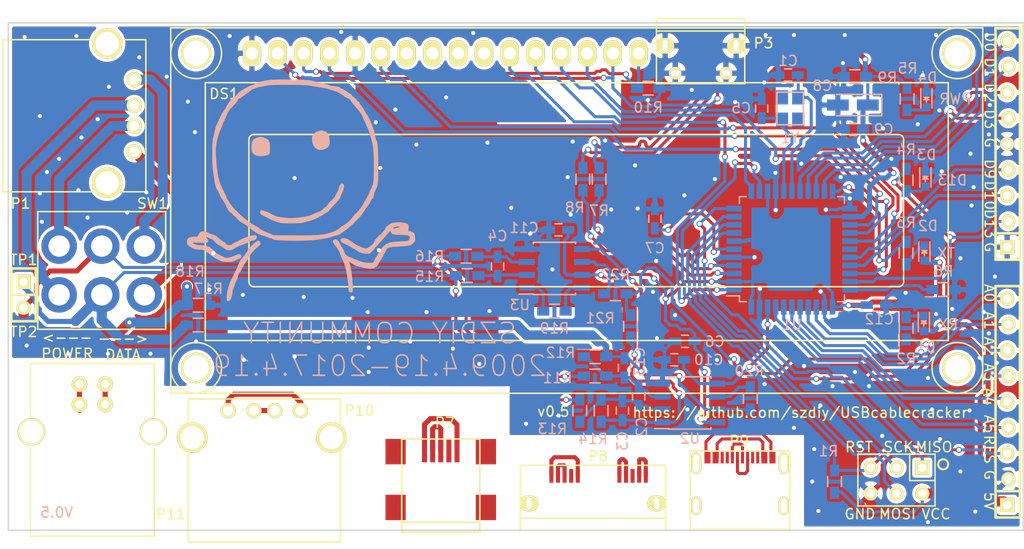
<source format=kicad_pcb>
(kicad_pcb (version 4) (host pcbnew 4.0.5+dfsg1-4)
  (layers (0 F.Cu signal) (31 B.Cu signal) (34 B.Paste user) (35 F.Paste user) (36 B.SilkS user) (37 F.SilkS user) (38 B.Mask user) (39 F.Mask user) (44 Edge.Cuts user))
  (net 0 "")
  (net 1 GND)
  (net 2 /TP1)
  (net 3 /TP2)
  (net 4 "Net-(D2-Pad1)")
  (net 5 "Net-(DS1-Pad7)")
  (net 6 "Net-(DS1-Pad8)")
  (net 7 "Net-(DS1-Pad9)")
  (net 8 "Net-(DS1-Pad10)")
  (net 9 /TEST2)
  (net 10 /TEST1)
  (net 11 "Net-(P1-Pad5)")
  (net 12 /TEST5)
  (net 13 /TEST6)
  (net 14 "Net-(P8-Pad4)")
  (net 15 "Net-(P8-Pad6)")
  (net 16 "Net-(P9-PadB8)")
  (net 17 "Net-(P9-PadA5)")
  (net 18 "Net-(P9-PadA8)")
  (net 19 "Net-(P9-PadB5)")
  (net 20 "Net-(P10-Pad5)")
  (net 21 "Net-(P11-Pad5)")
  (net 22 "Net-(D1-Pad1)")
  (net 23 "Net-(C3-Pad1)")
  (net 24 /AREF)
  (net 25 +5C)
  (net 26 /MISO)
  (net 27 /SCK)
  (net 28 /MOSI)
  (net 29 /RESET)
  (net 30 "Net-(D3-Pad2)")
  (net 31 "Net-(D4-Pad2)")
  (net 32 "Net-(DS1-Pad16)")
  (net 33 /D4)
  (net 34 /D5)
  (net 35 /D6)
  (net 36 /D7)
  (net 37 /IO11)
  (net 38 /IO12)
  (net 39 /A5)
  (net 40 /A4)
  (net 41 /A3)
  (net 42 /IO13)
  (net 43 /IO10)
  (net 44 /IO9)
  (net 45 /D3)
  (net 46 /D2)
  (net 47 /D1)
  (net 48 /D0)
  (net 49 /RX_LED)
  (net 50 /TX_LED)
  (net 51 /HWB)
  (net 52 /D+)
  (net 53 /D-)
  (net 54 "Net-(R19-Pad1)")
  (net 55 "Net-(R19-Pad2)")
  (net 56 /IO8)
  (net 57 /A0)
  (net 58 /A1)
  (net 59 /A2)
  (net 60 "Net-(C4-Pad1)")
  (net 61 "Net-(C4-Pad2)")
  (net 62 "Net-(C7-Pad2)")
  (net 63 "Net-(P1-Pad4)")
  (net 64 "Net-(P1-Pad3)")
  (net 65 "Net-(P1-Pad2)")
  (net 66 "Net-(P1-Pad1)")
  (net 67 "Net-(P7-Pad1)")
  (net 68 "Net-(P7-Pad2)")
  (net 69 "Net-(P7-Pad4)")
  (net 70 "Net-(P7-Pad6)")
  (net 71 "Net-(P8-Pad2)")
  (net 72 "Net-(P8-Pad1)")
  (net 73 "Net-(P10-Pad1)")
  (net 74 "Net-(P10-Pad2)")
  (net 75 "Net-(P11-Pad2)")
  (net 76 "Net-(P11-Pad1)")
  (net 77 "Net-(P1-Pad6)")
  (net 78 "Net-(P7-Pad9)")
  (net 79 "Net-(P7-Pad8)")
  (net 80 "Net-(P7-Pad7)")
  (net 81 "Net-(P8-Pad10)")
  (net 82 "Net-(P8-Pad8)")
  (net 83 "Net-(P8-Pad12)")
  (net 84 "Net-(P8-Pad11)")
  (net 85 "Net-(P10-Pad6)")
  (net 86 "Net-(P11-Pad6)")
  (net 87 "Net-(P9-Pad1)")
  (net 88 "Net-(P9-Pad2)")
  (net 89 "Net-(P9-Pad3)")
  (net 90 "Net-(P9-Pad4)")
  (net 91 /REFO)
  (net 92 /DIN-)
  (net 93 /DIN+)
  (net 94 /X+)
  (net 95 /X-)
  (net 96 "Net-(P3-Pad4)")
  (net 97 "Net-(R20-Pad2)")
  (net 98 "Net-(R22-Pad2)")
  (net 99 "Net-(C2-Pad2)")
  (net 100 "Net-(C13-Pad1)")
  (module Display:WC1602A (layer F.Cu) (at 74 53)
    (fp_text reference DS1 (at -2.75 4) (layer F.SilkS))
    (fp_text value LCD16X2)
    (pad 1 thru_hole oval (at 0 0) (size 1.8 2.6) (drill 1.2) (layers *.Cu *.Mask F.SilkS) (net 1 GND))
    (pad 2 thru_hole oval (at 2.54 0) (size 1.8 2.6) (drill 1.2) (layers *.Cu *.Mask F.SilkS) (net 25 +5C))
    (pad 3 thru_hole oval (at 5.08 0) (size 1.8 2.6) (drill 1.2) (layers *.Cu *.Mask F.SilkS) (net 32 "Net-(DS1-Pad16)"))
    (pad 4 thru_hole oval (at 7.62 0) (size 1.8 2.6) (drill 1.2) (layers *.Cu *.Mask F.SilkS) (net 33 /D4))
    (pad 5 thru_hole oval (at 10.16 0) (size 1.8 2.6) (drill 1.2) (layers *.Cu *.Mask F.SilkS) (net 1 GND))
    (pad 6 thru_hole oval (at 12.7 0) (size 1.8 2.6) (drill 1.2) (layers *.Cu *.Mask F.SilkS) (net 34 /D5))
    (pad 7 thru_hole oval (at 15.24 0) (size 1.8 2.6) (drill 1.2) (layers *.Cu *.Mask F.SilkS) (net 5 "Net-(DS1-Pad7)"))
    (pad 8 thru_hole oval (at 17.78 0) (size 1.8 2.6) (drill 1.2) (layers *.Cu *.Mask F.SilkS) (net 6 "Net-(DS1-Pad8)"))
    (pad 9 thru_hole oval (at 20.32 0) (size 1.8 2.6) (drill 1.2) (layers *.Cu *.Mask F.SilkS) (net 7 "Net-(DS1-Pad9)"))
    (pad 10 thru_hole oval (at 22.86 0) (size 1.8 2.6) (drill 1.2) (layers *.Cu *.Mask F.SilkS) (net 8 "Net-(DS1-Pad10)"))
    (pad 11 thru_hole oval (at 25.4 0) (size 1.8 2.6) (drill 1.2) (layers *.Cu *.Mask F.SilkS) (net 35 /D6))
    (pad 12 thru_hole oval (at 27.94 0) (size 1.8 2.6) (drill 1.2) (layers *.Cu *.Mask F.SilkS) (net 36 /D7))
    (pad 13 thru_hole oval (at 30.48 0) (size 1.8 2.6) (drill 1.2) (layers *.Cu *.Mask F.SilkS) (net 37 /IO11))
    (pad 14 thru_hole oval (at 33.02 0) (size 1.8 2.6) (drill 1.2) (layers *.Cu *.Mask F.SilkS) (net 38 /IO12))
    (pad 15 thru_hole oval (at 35.56 0) (size 1.8 2.6) (drill 1.2) (layers *.Cu *.Mask F.SilkS) (net 25 +5C))
    (pad 16 thru_hole oval (at 38.1 0) (size 1.8 2.6) (drill 1.2) (layers *.Cu *.Mask F.SilkS) (net 32 "Net-(DS1-Pad16)"))
    (pad 0 thru_hole circle (at -5.4991 0) (size 3 3) (drill 2.5) (layers *.Cu *.Mask F.SilkS))
    (pad 0 thru_hole circle (at -5.4991 31.0007) (size 3 3) (drill 2.5) (layers *.Cu *.Mask F.SilkS))
    (pad 0 thru_hole circle (at 69.49948 31.0007) (size 3 3) (drill 2.5) (layers *.Cu *.Mask F.SilkS))
    (pad 0 thru_hole circle (at 69.49948 0) (size 3 3) (drill 2.5) (layers *.Cu *.Mask F.SilkS))
  )
  (module Capacitors_SMD:C_0603_HandSoldering (layer B.Cu) (at 115.6 83.2 180)
    (fp_text reference C6 (at -4 1.8 180) (layer B.SilkS) (effects (justify mirror)))
    (fp_text value 100nF)
    (pad 1 smd rect (at -0.95 0 180) (size 1.2 0.75) (layers B.Cu B.Paste B.Mask) (net 24 /AREF))
    (pad 2 smd rect (at 0.95 0 180) (size 1.2 0.75) (layers B.Cu B.Paste B.Mask) (net 1 GND))
  )
  (module Resistors_SMD:R_0603_HandSoldering (layer B.Cu) (at 68.7 77.825)
    (fp_text reference R18 (at -0.8 -3.325) (layer B.SilkS) (effects (justify mirror)))
    (fp_text value 33)
    (pad 1 smd rect (at -1.1 0) (size 1.2 0.9) (layers B.Cu B.Paste B.Mask) (net 3 /TP2))
    (pad 2 smd rect (at 1.1 0) (size 1.2 0.9) (layers B.Cu B.Paste B.Mask) (net 1 GND))
  )
  (module Resistors_SMD:R_0603_HandSoldering (layer B.Cu) (at 68.7 79.775 180)
    (fp_text reference R17 (at -1 3.575 180) (layer B.SilkS) (effects (justify mirror)))
    (fp_text value 68)
    (pad 1 smd rect (at -1.1 0 180) (size 1.2 0.9) (layers B.Cu B.Paste B.Mask) (net 91 /REFO))
    (pad 2 smd rect (at 1.1 0 180) (size 1.2 0.9) (layers B.Cu B.Paste B.Mask) (net 2 /TP1))
  )
  (module USBcablecracker:DPDT (layer F.Cu) (at 63.4 76.8 90)
    (fp_text reference SW1 (at 9 0.8 180) (layer F.SilkS))
    (fp_text value Switch_SPDT_x2)
    (pad 1 thru_hole circle (at 0 0 90) (size 3.5 3.5) (drill 2.1) (layers *.Cu *.Mask) (net 63 "Net-(P1-Pad4)"))
    (pad 4 thru_hole circle (at 4.8 0 90) (size 3.5 3.5) (drill 2.1) (layers *.Cu *.Mask) (net 66 "Net-(P1-Pad1)"))
    (pad 2 thru_hole circle (at 0 -4.2 90) (size 3.5 3.5) (drill 2.1) (layers *.Cu *.Mask) (net 2 /TP1))
    (pad 5 thru_hole circle (at 4.8 -4.2 90) (size 3.5 3.5) (drill 2.1) (layers *.Cu *.Mask) (net 3 /TP2))
    (pad 3 thru_hole circle (at 0 -8.4 90) (size 3.5 3.5) (drill 2.1) (layers *.Cu *.Mask) (net 65 "Net-(P1-Pad2)"))
    (pad 6 thru_hole circle (at 4.8 -8.4 90) (size 3.5 3.5) (drill 2.1) (layers *.Cu *.Mask) (net 64 "Net-(P1-Pad3)"))
  )
  (module USBtypeC:USBtypeC (layer F.Cu) (at 122.4 96.2)
    (fp_text reference P9 (at -0.4 -5) (layer F.SilkS))
    (fp_text value USB_TYPEC-S)
    (pad 1 thru_hole oval (at -4.64 1.39) (size 1 1.8) (drill oval 0.6 1.4) (layers *.Cu *.Mask F.SilkS) (net 87 "Net-(P9-Pad1)"))
    (pad 2 thru_hole oval (at 4 1.39) (size 1 1.8) (drill oval 0.6 1.4) (layers *.Cu *.Mask F.SilkS) (net 88 "Net-(P9-Pad2)"))
    (pad 3 thru_hole oval (at -4.64 -2.79) (size 1 2.1) (drill oval 0.6 1.7) (layers *.Cu *.Mask F.SilkS) (net 89 "Net-(P9-Pad3)"))
    (pad 4 thru_hole oval (at 4 -2.79) (size 1 2.1) (drill oval 0.6 1.7) (layers *.Cu *.Mask F.SilkS) (net 90 "Net-(P9-Pad4)"))
    (pad "" np_thru_hole circle (at -3.21 -2.29) (size 0.65 0.65) (drill 0.65) (layers *.Cu *.Mask F.SilkS))
    (pad "" np_thru_hole circle (at 2.57 -2.29) (size 0.65 0.65) (drill 0.65) (layers *.Cu *.Mask F.SilkS))
    (pad B8 smd rect (at -2.07 -3.36) (size 0.3 1.14) (layers F.Cu F.Paste F.Mask) (net 16 "Net-(P9-PadB8)"))
    (pad A5 smd rect (at -1.57 -3.36) (size 0.3 1.14) (layers F.Cu F.Paste F.Mask) (net 17 "Net-(P9-PadA5)"))
    (pad B7 smd rect (at -1.07 -3.36) (size 0.3 1.14) (layers F.Cu F.Paste F.Mask) (net 13 /TEST6))
    (pad A6 smd rect (at -0.57 -3.36) (size 0.3 1.14) (layers F.Cu F.Paste F.Mask) (net 9 /TEST2))
    (pad A7 smd rect (at -0.07 -3.36) (size 0.3 1.14) (layers F.Cu F.Paste F.Mask) (net 13 /TEST6))
    (pad B6 smd rect (at 0.43 -3.36) (size 0.3 1.14) (layers F.Cu F.Paste F.Mask) (net 9 /TEST2))
    (pad A8 smd rect (at 0.93 -3.36) (size 0.3 1.14) (layers F.Cu F.Paste F.Mask) (net 18 "Net-(P9-PadA8)"))
    (pad B5 smd rect (at 1.43 -3.36) (size 0.3 1.14) (layers F.Cu F.Paste F.Mask) (net 19 "Net-(P9-PadB5)"))
    (pad A1 smd rect (at -3.67 -3.36) (size 0.3 1.14) (layers F.Cu F.Paste F.Mask) (net 10 /TEST1))
    (pad B12 smd rect (at -3.37 -3.36) (size 0.3 1.14) (layers F.Cu F.Paste F.Mask) (net 10 /TEST1))
    (pad A4 smd rect (at -2.87 -3.36) (size 0.3 1.14) (layers F.Cu F.Paste F.Mask) (net 12 /TEST5))
    (pad B9 smd rect (at -2.57 -3.36) (size 0.3 1.14) (layers F.Cu F.Paste F.Mask) (net 12 /TEST5))
    (pad B4 smd rect (at 1.93 -3.36) (size 0.3 1.14) (layers F.Cu F.Paste F.Mask) (net 12 /TEST5))
    (pad A9 smd rect (at 2.23 -3.36) (size 0.3 1.14) (layers F.Cu F.Paste F.Mask) (net 12 /TEST5))
    (pad B1 smd rect (at 2.73 -3.36) (size 0.3 1.14) (layers F.Cu F.Paste F.Mask) (net 10 /TEST1))
    (pad A12 smd rect (at 3.03 -3.36) (size 0.3 1.14) (layers F.Cu F.Paste F.Mask) (net 10 /TEST1))
  )
  (module Capacitors_SMD:C_0603_HandSoldering (layer B.Cu) (at 126.819496 55.141946 180)
    (fp_text reference C1 (at 0 1.4 180) (layer B.SilkS) (effects (justify mirror)))
    (fp_text value 15P)
    (pad 1 smd rect (at -0.95 0 180) (size 1.2 0.75) (layers B.Cu B.Paste B.Mask) (net 94 /X+))
    (pad 2 smd rect (at 0.95 0 180) (size 1.2 0.75) (layers B.Cu B.Paste B.Mask) (net 1 GND))
  )
  (module Capacitors_SMD:C_0603_HandSoldering (layer B.Cu) (at 112.1 86.8 270)
    (fp_text reference C2 (at 3 -0.3 450) (layer B.SilkS) (effects (justify mirror)))
    (fp_text value 1nF)
    (pad 1 smd rect (at -0.95 0 270) (size 1.2 0.75) (layers B.Cu B.Paste B.Mask) (net 100 "Net-(C13-Pad1)"))
    (pad 2 smd rect (at 0.95 0 270) (size 1.2 0.75) (layers B.Cu B.Paste B.Mask) (net 99 "Net-(C2-Pad2)"))
  )
  (module Capacitors_SMD:C_0603_HandSoldering (layer B.Cu) (at 110.5 88.2 90)
    (fp_text reference C3 (at -3 0 270) (layer B.SilkS) (effects (justify mirror)))
    (fp_text value 1nF)
    (pad 1 smd rect (at -0.95 0 90) (size 1.2 0.75) (layers B.Cu B.Paste B.Mask) (net 23 "Net-(C3-Pad1)"))
    (pad 2 smd rect (at 0.95 0 90) (size 1.2 0.75) (layers B.Cu B.Paste B.Mask) (net 99 "Net-(C2-Pad2)"))
  )
  (module Capacitors_SMD:C_0603_HandSoldering (layer B.Cu) (at 98.2 74 90)
    (fp_text reference C4 (at 3 0 180) (layer B.SilkS) (effects (justify mirror)))
    (fp_text value 1nF)
    (pad 1 smd rect (at -0.95 0 90) (size 1.2 0.75) (layers B.Cu B.Paste B.Mask) (net 60 "Net-(C4-Pad1)"))
    (pad 2 smd rect (at 0.95 0 90) (size 1.2 0.75) (layers B.Cu B.Paste B.Mask) (net 61 "Net-(C4-Pad2)"))
  )
  (module Capacitors_SMD:C_0603_HandSoldering (layer B.Cu) (at 124.219496 58.441946 90)
    (fp_text reference C5 (at 0.041946 -2.019496 180) (layer B.SilkS) (effects (justify mirror)))
    (fp_text value 15P)
    (pad 1 smd rect (at -0.95 0 90) (size 1.2 0.75) (layers B.Cu B.Paste B.Mask) (net 95 /X-))
    (pad 2 smd rect (at 0.95 0 90) (size 1.2 0.75) (layers B.Cu B.Paste B.Mask) (net 1 GND))
  )
  (module Capacitors_SMD:C_0603_HandSoldering (layer B.Cu) (at 113.7 69.3 270)
    (fp_text reference C7 (at 2.9 0 360) (layer B.SilkS) (effects (justify mirror)))
    (fp_text value 1uF)
    (pad 1 smd rect (at -0.95 0 270) (size 1.2 0.75) (layers B.Cu B.Paste B.Mask) (net 1 GND))
    (pad 2 smd rect (at 0.95 0 270) (size 1.2 0.75) (layers B.Cu B.Paste B.Mask) (net 62 "Net-(C7-Pad2)"))
  )
  (module Capacitors_SMD:C_0603_HandSoldering (layer B.Cu) (at 133.25 60.5)
    (fp_text reference C9 (at 3 0) (layer B.SilkS) (effects (justify mirror)))
    (fp_text value 100nF)
    (pad 1 smd rect (at -0.95 0) (size 1.2 0.75) (layers B.Cu B.Paste B.Mask) (net 1 GND))
    (pad 2 smd rect (at 0.95 0) (size 1.2 0.75) (layers B.Cu B.Paste B.Mask) (net 25 +5C))
  )
  (module Connectors:CONN_2.54mm_2x3 (layer F.Cu) (at 137.5 95.1 90)
    (fp_text reference CONN1 hide)
    (fp_text value ICSP hide)
    (pad 1 thru_hole rect (at 1.27 2.54 90) (size 1.397 1.397) (drill 0.8128) (layers *.Cu *.Mask F.SilkS) (net 26 /MISO))
    (pad 2 thru_hole circle (at -1.27 2.54 90) (size 1.397 1.397) (drill 0.8128) (layers *.Cu *.Mask F.SilkS) (net 25 +5C))
    (pad 3 thru_hole circle (at 1.27 0 90) (size 1.397 1.397) (drill 0.8128) (layers *.Cu *.Mask F.SilkS) (net 27 /SCK))
    (pad 4 thru_hole circle (at -1.27 0 90) (size 1.397 1.397) (drill 0.8128) (layers *.Cu *.Mask F.SilkS) (net 28 /MOSI))
    (pad 5 thru_hole circle (at 1.27 -2.54 90) (size 1.397 1.397) (drill 0.8128) (layers *.Cu *.Mask F.SilkS) (net 29 /RESET))
    (pad 6 thru_hole circle (at -1.27 -2.54 90) (size 1.397 1.397) (drill 0.8128) (layers *.Cu *.Mask F.SilkS) (net 1 GND))
  )
  (module LEDs:LED_0603 (layer B.Cu) (at 140.2 79.625 270)
    (fp_text reference D1 (at 2.375 -0.2 360) (layer B.SilkS) (effects (justify mirror)))
    (fp_text value RX)
    (pad 2 smd rect (at 0.7493 0 90) (size 0.79756 0.79756) (layers B.Cu B.Paste B.Mask) (net 25 +5C))
    (pad 1 smd rect (at -0.7493 0 90) (size 0.79756 0.79756) (layers B.Cu B.Paste B.Mask) (net 22 "Net-(D1-Pad1)"))
  )
  (module LEDs:LED_0603 (layer B.Cu) (at 140.247767 72.686035 270)
    (fp_text reference D2 (at -2.686035 -0.352233 360) (layer B.SilkS) (effects (justify mirror)))
    (fp_text value TX)
    (pad 2 smd rect (at 0.7493 0 90) (size 0.79756 0.79756) (layers B.Cu B.Paste B.Mask) (net 25 +5C))
    (pad 1 smd rect (at -0.7493 0 90) (size 0.79756 0.79756) (layers B.Cu B.Paste B.Mask) (net 4 "Net-(D2-Pad1)"))
  )
  (module LEDs:LED_0603 (layer B.Cu) (at 140.347767 65.386035 270)
    (fp_text reference D3 (at -2.386035 -0.1 360) (layer B.SilkS) (effects (justify mirror)))
    (fp_text value L)
    (pad 2 smd rect (at 0.7493 0 90) (size 0.79756 0.79756) (layers B.Cu B.Paste B.Mask) (net 30 "Net-(D3-Pad2)"))
    (pad 1 smd rect (at -0.7493 0 90) (size 0.79756 0.79756) (layers B.Cu B.Paste B.Mask) (net 1 GND))
  )
  (module LEDs:LED_0603 (layer B.Cu) (at 140.447767 57.586035 270)
    (fp_text reference D4 (at -2.186035 -0.1 360) (layer B.SilkS) (effects (justify mirror)))
    (fp_text value ON)
    (pad 2 smd rect (at 0.7493 0 90) (size 0.79756 0.79756) (layers B.Cu B.Paste B.Mask) (net 31 "Net-(D4-Pad2)"))
    (pad 1 smd rect (at -0.7493 0 90) (size 0.79756 0.79756) (layers B.Cu B.Paste B.Mask) (net 1 GND))
  )
  (module Resistors_SMD:R_0603_HandSoldering (layer B.Cu) (at 131.4 95.2 90)
    (fp_text reference R1 (at 3 -0.6 180) (layer B.SilkS) (effects (justify mirror)))
    (fp_text value 10K)
    (pad 1 smd rect (at -1.1 0 90) (size 1.2 0.9) (layers B.Cu B.Paste B.Mask) (net 25 +5C))
    (pad 2 smd rect (at 1.1 0 90) (size 1.2 0.9) (layers B.Cu B.Paste B.Mask) (net 29 /RESET))
  )
  (module Resistors_SMD:R_0603_HandSoldering (layer B.Cu) (at 138.447767 80.086035 270)
    (fp_text reference R2 (at 3 0 360) (layer B.SilkS) (effects (justify mirror)))
    (fp_text value 1K)
    (pad 1 smd rect (at -1.1 0 270) (size 1.2 0.9) (layers B.Cu B.Paste B.Mask) (net 22 "Net-(D1-Pad1)"))
    (pad 2 smd rect (at 1.1 0 270) (size 1.2 0.9) (layers B.Cu B.Paste B.Mask) (net 49 /RX_LED))
  )
  (module Resistors_SMD:R_0603_HandSoldering (layer B.Cu) (at 138.447767 72.686035 90)
    (fp_text reference R3 (at 3 0 180) (layer B.SilkS) (effects (justify mirror)))
    (fp_text value 1K)
    (pad 1 smd rect (at -1.1 0 90) (size 1.2 0.9) (layers B.Cu B.Paste B.Mask) (net 4 "Net-(D2-Pad1)"))
    (pad 2 smd rect (at 1.1 0 90) (size 1.2 0.9) (layers B.Cu B.Paste B.Mask) (net 50 /TX_LED))
  )
  (module Resistors_SMD:R_0603_HandSoldering (layer B.Cu) (at 138.447767 65.486035 90)
    (fp_text reference R4 (at 3 0 180) (layer B.SilkS) (effects (justify mirror)))
    (fp_text value 1K)
    (pad 1 smd rect (at -1.1 0 90) (size 1.2 0.9) (layers B.Cu B.Paste B.Mask) (net 30 "Net-(D3-Pad2)"))
    (pad 2 smd rect (at 1.1 0 90) (size 1.2 0.9) (layers B.Cu B.Paste B.Mask) (net 42 /IO13))
  )
  (module Resistors_SMD:R_0603_HandSoldering (layer B.Cu) (at 138.547767 57.486035 90)
    (fp_text reference R5 (at 3 0.052233 180) (layer B.SilkS) (effects (justify mirror)))
    (fp_text value 1K)
    (pad 1 smd rect (at -1.1 0 90) (size 1.2 0.9) (layers B.Cu B.Paste B.Mask) (net 31 "Net-(D4-Pad2)"))
    (pad 2 smd rect (at 1.1 0 90) (size 1.2 0.9) (layers B.Cu B.Paste B.Mask) (net 25 +5C))
  )
  (module Resistors_SMD:R_0603_HandSoldering (layer B.Cu) (at 142.13 76.28 180)
    (fp_text reference R6 (at 0 1.8 180) (layer B.SilkS) (effects (justify mirror)))
    (fp_text value 1K)
    (pad 1 smd rect (at -1.1 0 180) (size 1.2 0.9) (layers B.Cu B.Paste B.Mask) (net 1 GND))
    (pad 2 smd rect (at 1.1 0 180) (size 1.2 0.9) (layers B.Cu B.Paste B.Mask) (net 51 /HWB))
  )
  (module Resistors_SMD:R_0603_HandSoldering (layer B.Cu) (at 108.2 65.4 90)
    (fp_text reference R7 (at -3.1 0 180) (layer B.SilkS) (effects (justify mirror)))
    (fp_text value 22R)
    (pad 1 smd rect (at -1.1 0 90) (size 1.2 0.9) (layers B.Cu B.Paste B.Mask) (net 52 /D+))
    (pad 2 smd rect (at 1.1 0 90) (size 1.2 0.9) (layers B.Cu B.Paste B.Mask) (net 93 /DIN+))
  )
  (module Resistors_SMD:R_0603_HandSoldering (layer B.Cu) (at 106.6 65.4 90)
    (fp_text reference R8 (at -2.8 -0.8 180) (layer B.SilkS) (effects (justify mirror)))
    (fp_text value 22R)
    (pad 1 smd rect (at -1.1 0 90) (size 1.2 0.9) (layers B.Cu B.Paste B.Mask) (net 53 /D-))
    (pad 2 smd rect (at 1.1 0 90) (size 1.2 0.9) (layers B.Cu B.Paste B.Mask) (net 92 /DIN-))
  )
  (module Resistors_SMD:R_0603_HandSoldering (layer B.Cu) (at 133.4 55.3)
    (fp_text reference R9 (at 3.2 0.1) (layer B.SilkS) (effects (justify mirror)))
    (fp_text value 10K)
    (pad 1 smd rect (at -1.1 0) (size 1.2 0.9) (layers B.Cu B.Paste B.Mask) (net 1 GND))
    (pad 2 smd rect (at 1.1 0) (size 1.2 0.9) (layers B.Cu B.Paste B.Mask) (net 25 +5C))
  )
  (module Resistors_SMD:R_0603_HandSoldering (layer B.Cu) (at 113.04 56.44)
    (fp_text reference R10 (at 0 1.9) (layer B.SilkS) (effects (justify mirror)))
    (fp_text value 91R)
    (pad 1 smd rect (at -1.1 0) (size 1.2 0.9) (layers B.Cu B.Paste B.Mask) (net 32 "Net-(DS1-Pad16)"))
    (pad 2 smd rect (at 1.1 0) (size 1.2 0.9) (layers B.Cu B.Paste B.Mask) (net 1 GND))
  )
  (module Resistors_SMD:R_0603_HandSoldering (layer B.Cu) (at 107.8 84.8 180)
    (fp_text reference R11 (at 3.7 -0.2 180) (layer B.SilkS) (effects (justify mirror)))
    (fp_text value 10K)
    (pad 1 smd rect (at -1.1 0 180) (size 1.2 0.9) (layers B.Cu B.Paste B.Mask) (net 100 "Net-(C13-Pad1)"))
    (pad 2 smd rect (at 1.1 0 180) (size 1.2 0.9) (layers B.Cu B.Paste B.Mask) (net 3 /TP2))
  )
  (module Resistors_SMD:R_0603_HandSoldering (layer B.Cu) (at 107.8 82.9)
    (fp_text reference R12 (at -3.4 -0.4 180) (layer B.SilkS) (effects (justify mirror)))
    (fp_text value 100K)
    (pad 1 smd rect (at -1.1 0) (size 1.2 0.9) (layers B.Cu B.Paste B.Mask) (net 100 "Net-(C13-Pad1)"))
    (pad 2 smd rect (at 1.1 0) (size 1.2 0.9) (layers B.Cu B.Paste B.Mask) (net 91 /REFO))
  )
  (module Resistors_SMD:R_0603_HandSoldering (layer B.Cu) (at 106.3 88.2 90)
    (fp_text reference R13 (at -1.8 -2.7 180) (layer B.SilkS) (effects (justify mirror)))
    (fp_text value 10K)
    (pad 1 smd rect (at -1.1 0 90) (size 1.2 0.9) (layers B.Cu B.Paste B.Mask) (net 99 "Net-(C2-Pad2)"))
    (pad 2 smd rect (at 1.1 0 90) (size 1.2 0.9) (layers B.Cu B.Paste B.Mask) (net 2 /TP1))
  )
  (module Resistors_SMD:R_0603_HandSoldering (layer B.Cu) (at 108.4 88.2 90)
    (fp_text reference R14 (at -2.8 -0.8 180) (layer B.SilkS) (effects (justify mirror)))
    (fp_text value 100K)
    (pad 1 smd rect (at -1.1 0 90) (size 1.2 0.9) (layers B.Cu B.Paste B.Mask) (net 23 "Net-(C3-Pad1)"))
    (pad 2 smd rect (at 1.1 0 90) (size 1.2 0.9) (layers B.Cu B.Paste B.Mask) (net 99 "Net-(C2-Pad2)"))
  )
  (module Resistors_SMD:R_0603_HandSoldering (layer B.Cu) (at 95.2 74.9 180)
    (fp_text reference R15 (at 3.7 -0.1 180) (layer B.SilkS) (effects (justify mirror)))
    (fp_text value 10K)
    (pad 1 smd rect (at -1.1 0 180) (size 1.2 0.9) (layers B.Cu B.Paste B.Mask) (net 60 "Net-(C4-Pad1)"))
    (pad 2 smd rect (at 1.1 0 180) (size 1.2 0.9) (layers B.Cu B.Paste B.Mask) (net 2 /TP1))
  )
  (module Resistors_SMD:R_0603_HandSoldering (layer B.Cu) (at 95.1 73 180)
    (fp_text reference R16 (at 3.6 0 180) (layer B.SilkS) (effects (justify mirror)))
    (fp_text value 10K)
    (pad 1 smd rect (at -1.1 0 180) (size 1.2 0.9) (layers B.Cu B.Paste B.Mask) (net 61 "Net-(C4-Pad2)"))
    (pad 2 smd rect (at 1.1 0 180) (size 1.2 0.9) (layers B.Cu B.Paste B.Mask) (net 3 /TP2))
  )
  (module Resistors_SMD:R_0603_HandSoldering (layer B.Cu) (at 103.8 78.4 180)
    (fp_text reference R19 (at 0 -1.7 180) (layer B.SilkS) (effects (justify mirror)))
    (fp_text value 11k)
    (pad 1 smd rect (at -1.1 0 180) (size 1.2 0.9) (layers B.Cu B.Paste B.Mask) (net 54 "Net-(R19-Pad1)"))
    (pad 2 smd rect (at 1.1 0 180) (size 1.2 0.9) (layers B.Cu B.Paste B.Mask) (net 55 "Net-(R19-Pad2)"))
  )
  (module Housings_QFP:TQFP-44_10x10mm_Pitch0.8mm (layer B.Cu) (at 127.2 72.3)
    (fp_text reference U1 (at 0 7.45) (layer B.SilkS) (effects (justify mirror)))
    (fp_text value ATmega32U4-AU)
    (pad 1 smd rect (at -5.7 4) (size 1.5 0.55) (layers B.Cu B.Paste B.Mask) (net 36 /D7))
    (pad 2 smd rect (at -5.7 3.2) (size 1.5 0.55) (layers B.Cu B.Paste B.Mask) (net 25 +5C))
    (pad 3 smd rect (at -5.7 2.4) (size 1.5 0.55) (layers B.Cu B.Paste B.Mask) (net 53 /D-))
    (pad 4 smd rect (at -5.7 1.6) (size 1.5 0.55) (layers B.Cu B.Paste B.Mask) (net 52 /D+))
    (pad 5 smd rect (at -5.7 0.8) (size 1.5 0.55) (layers B.Cu B.Paste B.Mask) (net 1 GND))
    (pad 6 smd rect (at -5.7 0) (size 1.5 0.55) (layers B.Cu B.Paste B.Mask) (net 62 "Net-(C7-Pad2)"))
    (pad 7 smd rect (at -5.7 -0.8) (size 1.5 0.55) (layers B.Cu B.Paste B.Mask) (net 25 +5C))
    (pad 8 smd rect (at -5.7 -1.6) (size 1.5 0.55) (layers B.Cu B.Paste B.Mask) (net 49 /RX_LED))
    (pad 9 smd rect (at -5.7 -2.4) (size 1.5 0.55) (layers B.Cu B.Paste B.Mask) (net 27 /SCK))
    (pad 10 smd rect (at -5.7 -3.2) (size 1.5 0.55) (layers B.Cu B.Paste B.Mask) (net 28 /MOSI))
    (pad 11 smd rect (at -5.7 -4) (size 1.5 0.55) (layers B.Cu B.Paste B.Mask) (net 26 /MISO))
    (pad 12 smd rect (at -4 -5.7 270) (size 1.5 0.55) (layers B.Cu B.Paste B.Mask) (net 37 /IO11))
    (pad 13 smd rect (at -3.2 -5.7 270) (size 1.5 0.55) (layers B.Cu B.Paste B.Mask) (net 29 /RESET))
    (pad 14 smd rect (at -2.4 -5.7 270) (size 1.5 0.55) (layers B.Cu B.Paste B.Mask) (net 25 +5C))
    (pad 15 smd rect (at -1.6 -5.7 270) (size 1.5 0.55) (layers B.Cu B.Paste B.Mask) (net 1 GND))
    (pad 16 smd rect (at -0.8 -5.7 270) (size 1.5 0.55) (layers B.Cu B.Paste B.Mask) (net 95 /X-))
    (pad 17 smd rect (at 0 -5.7 270) (size 1.5 0.55) (layers B.Cu B.Paste B.Mask) (net 94 /X+))
    (pad 18 smd rect (at 0.8 -5.7 270) (size 1.5 0.55) (layers B.Cu B.Paste B.Mask) (net 45 /D3))
    (pad 19 smd rect (at 1.6 -5.7 270) (size 1.5 0.55) (layers B.Cu B.Paste B.Mask) (net 46 /D2))
    (pad 20 smd rect (at 2.4 -5.7 270) (size 1.5 0.55) (layers B.Cu B.Paste B.Mask) (net 48 /D0))
    (pad 21 smd rect (at 3.2 -5.7 270) (size 1.5 0.55) (layers B.Cu B.Paste B.Mask) (net 47 /D1))
    (pad 22 smd rect (at 4 -5.7 270) (size 1.5 0.55) (layers B.Cu B.Paste B.Mask) (net 50 /TX_LED))
    (pad 23 smd rect (at 5.7 -4) (size 1.5 0.55) (layers B.Cu B.Paste B.Mask) (net 1 GND))
    (pad 24 smd rect (at 5.7 -3.2) (size 1.5 0.55) (layers B.Cu B.Paste B.Mask) (net 25 +5C))
    (pad 25 smd rect (at 5.7 -2.4) (size 1.5 0.55) (layers B.Cu B.Paste B.Mask) (net 33 /D4))
    (pad 26 smd rect (at 5.7 -1.6) (size 1.5 0.55) (layers B.Cu B.Paste B.Mask) (net 38 /IO12))
    (pad 27 smd rect (at 5.7 -0.8) (size 1.5 0.55) (layers B.Cu B.Paste B.Mask) (net 35 /D6))
    (pad 28 smd rect (at 5.7 0) (size 1.5 0.55) (layers B.Cu B.Paste B.Mask) (net 56 /IO8))
    (pad 29 smd rect (at 5.7 0.8) (size 1.5 0.55) (layers B.Cu B.Paste B.Mask) (net 44 /IO9))
    (pad 30 smd rect (at 5.7 1.6) (size 1.5 0.55) (layers B.Cu B.Paste B.Mask) (net 43 /IO10))
    (pad 31 smd rect (at 5.7 2.4) (size 1.5 0.55) (layers B.Cu B.Paste B.Mask) (net 34 /D5))
    (pad 32 smd rect (at 5.7 3.2) (size 1.5 0.55) (layers B.Cu B.Paste B.Mask) (net 42 /IO13))
    (pad 33 smd rect (at 5.7 4) (size 1.5 0.55) (layers B.Cu B.Paste B.Mask) (net 51 /HWB))
    (pad 34 smd rect (at 4 5.7 270) (size 1.5 0.55) (layers B.Cu B.Paste B.Mask) (net 25 +5C))
    (pad 35 smd rect (at 3.2 5.7 270) (size 1.5 0.55) (layers B.Cu B.Paste B.Mask) (net 1 GND))
    (pad 36 smd rect (at 2.4 5.7 270) (size 1.5 0.55) (layers B.Cu B.Paste B.Mask) (net 57 /A0))
    (pad 37 smd rect (at 1.6 5.7 270) (size 1.5 0.55) (layers B.Cu B.Paste B.Mask) (net 58 /A1))
    (pad 38 smd rect (at 0.8 5.7 270) (size 1.5 0.55) (layers B.Cu B.Paste B.Mask) (net 59 /A2))
    (pad 39 smd rect (at 0 5.7 270) (size 1.5 0.55) (layers B.Cu B.Paste B.Mask) (net 41 /A3))
    (pad 40 smd rect (at -0.8 5.7 270) (size 1.5 0.55) (layers B.Cu B.Paste B.Mask) (net 40 /A4))
    (pad 41 smd rect (at -1.6 5.7 270) (size 1.5 0.55) (layers B.Cu B.Paste B.Mask) (net 39 /A5))
    (pad 42 smd rect (at -2.4 5.7 270) (size 1.5 0.55) (layers B.Cu B.Paste B.Mask) (net 24 /AREF))
    (pad 43 smd rect (at -3.2 5.7 270) (size 1.5 0.55) (layers B.Cu B.Paste B.Mask) (net 1 GND))
    (pad 44 smd rect (at -4 5.7 270) (size 1.5 0.55) (layers B.Cu B.Paste B.Mask) (net 25 +5C))
  )
  (module Housings_SOIC:SOIC-8_3.9x4.9mm_Pitch1.27mm (layer B.Cu) (at 117.15 87.45)
    (fp_text reference U2 (at 0 3.5) (layer B.SilkS) (effects (justify mirror)))
    (fp_text value LMV358)
    (pad 1 smd rect (at -2.7 1.905) (size 1.55 0.6) (layers B.Cu B.Paste B.Mask) (net 23 "Net-(C3-Pad1)"))
    (pad 2 smd rect (at -2.7 0.635) (size 1.55 0.6) (layers B.Cu B.Paste B.Mask) (net 99 "Net-(C2-Pad2)"))
    (pad 3 smd rect (at -2.7 -0.635) (size 1.55 0.6) (layers B.Cu B.Paste B.Mask) (net 100 "Net-(C13-Pad1)"))
    (pad 4 smd rect (at -2.7 -1.905) (size 1.55 0.6) (layers B.Cu B.Paste B.Mask) (net 1 GND))
    (pad 5 smd rect (at 2.7 -1.905) (size 1.55 0.6) (layers B.Cu B.Paste B.Mask) (net 24 /AREF))
    (pad 6 smd rect (at 2.7 -0.635) (size 1.55 0.6) (layers B.Cu B.Paste B.Mask) (net 97 "Net-(R20-Pad2)"))
    (pad 7 smd rect (at 2.7 0.635) (size 1.55 0.6) (layers B.Cu B.Paste B.Mask) (net 91 /REFO))
    (pad 8 smd rect (at 2.7 1.905) (size 1.55 0.6) (layers B.Cu B.Paste B.Mask) (net 25 +5C))
  )
  (module Crystals:crystal_FA238-TSX3225 (layer B.Cu) (at 127.019496 58.441946 270)
    (fp_text reference Y1 (at 2.9 0 360) (layer B.SilkS) (effects (justify mirror)))
    (fp_text value 16MHz)
    (pad 1 smd rect (at -1.1 -0.8 270) (size 1.4 1.2) (layers B.Cu B.Paste B.Mask) (net 94 /X+))
    (pad 3 smd rect (at 1.1 -0.8 270) (size 1.4 1.2) (layers B.Cu B.Paste B.Mask))
    (pad 3 smd rect (at -1.1 0.8 270) (size 1.4 1.2) (layers B.Cu B.Paste B.Mask))
    (pad 2 smd rect (at 1.1 0.8 270) (size 1.4 1.2) (layers B.Cu B.Paste B.Mask) (net 95 /X-))
  )
  (module Capacitors_Tantalum_SMD:Tantalum_Case-A_EIA-3216-18_Wave (layer B.Cu) (at 133.2 58.1 180)
    (fp_text reference C8 (at 3 1.9 180) (layer B.SilkS) (effects (justify mirror)))
    (fp_text value 22uF)
    (pad 1 smd rect (at -1.475 0 180) (size 2.15 1.1) (layers B.Cu B.Paste B.Mask) (net 25 +5C))
    (pad 2 smd rect (at 1.475 0 180) (size 2.15 1.1) (layers B.Cu B.Paste B.Mask) (net 1 GND))
  )
  (module Connectors:CONN_2.54mm_1x2 (layer F.Cu) (at 51.5 76.8 90)
    (fp_text reference P2 hide)
    (fp_text value CONN_01X02 hide)
    (pad 1 thru_hole rect (at 1.27 0 90) (size 1.397 1.397) (drill 0.8128) (layers *.Cu *.Mask F.SilkS) (net 2 /TP1))
    (pad 2 thru_hole circle (at -1.27 0 90) (size 1.397 1.397) (drill 0.8128) (layers *.Cu *.Mask F.SilkS) (net 3 /TP2))
  )
  (module Capacitors_SMD:C_0603_HandSoldering (layer B.Cu) (at 116.67 81.38)
    (fp_text reference C10 (at 2.33 1.82) (layer B.SilkS) (effects (justify mirror)))
    (fp_text value 100nF)
    (pad 1 smd rect (at -0.95 0) (size 1.2 0.75) (layers B.Cu B.Paste B.Mask) (net 1 GND))
    (pad 2 smd rect (at 0.95 0) (size 1.2 0.75) (layers B.Cu B.Paste B.Mask) (net 25 +5C))
  )
  (module Capacitors_SMD:C_0603_HandSoldering (layer B.Cu) (at 104.2 70.4)
    (fp_text reference C11 (at -3.4 -0.2 180) (layer B.SilkS) (effects (justify mirror)))
    (fp_text value 100nF)
    (pad 1 smd rect (at -0.95 0) (size 1.2 0.75) (layers B.Cu B.Paste B.Mask) (net 1 GND))
    (pad 2 smd rect (at 0.95 0) (size 1.2 0.75) (layers B.Cu B.Paste B.Mask) (net 25 +5C))
  )
  (module Capacitors_SMD:C_0603_HandSoldering (layer B.Cu) (at 135.53 77.81 180)
    (fp_text reference C12 (at -0.27 -1.39 180) (layer B.SilkS) (effects (justify mirror)))
    (fp_text value 100nF)
    (pad 1 smd rect (at -0.95 0 180) (size 1.2 0.75) (layers B.Cu B.Paste B.Mask) (net 1 GND))
    (pad 2 smd rect (at 0.95 0 180) (size 1.2 0.75) (layers B.Cu B.Paste B.Mask) (net 25 +5C))
  )
  (module USBcablecracker:donotcare (layer B.Cu) (at 78.9 66.6 180)
    (fp_text reference G*** hide)
    (fp_text value LOGO hide)
  )
  (module USBcablecracker:USB_Mini-B (layer F.Cu) (at 92.6 95.6 90)
    (fp_text reference P7 (at 6.2 0.4 360) (layer F.SilkS))
    (fp_text value USB_B-Mini)
    (pad 1 smd rect (at 3.44932 -1.6002 90) (size 2.30124 0.50038) (layers F.Cu F.Paste F.Mask) (net 67 "Net-(P7-Pad1)"))
    (pad 2 smd rect (at 3.44932 -0.8001 90) (size 2.30124 0.50038) (layers F.Cu F.Paste F.Mask) (net 68 "Net-(P7-Pad2)"))
    (pad 3 smd rect (at 3.44932 0 90) (size 2.30124 0.50038) (layers F.Cu F.Paste F.Mask) (net 68 "Net-(P7-Pad2)"))
    (pad 4 smd rect (at 3.44932 0.8001 90) (size 2.30124 0.50038) (layers F.Cu F.Paste F.Mask) (net 69 "Net-(P7-Pad4)"))
    (pad 5 smd rect (at 3.44932 1.6002 90) (size 2.30124 0.50038) (layers F.Cu F.Paste F.Mask) (net 67 "Net-(P7-Pad1)"))
    (pad 9 smd rect (at 3.35026 -4.45008 90) (size 2.49936 1.99898) (layers F.Cu F.Paste F.Mask) (net 78 "Net-(P7-Pad9)"))
    (pad 8 smd rect (at -2.14884 -4.45008 90) (size 2.49936 1.99898) (layers F.Cu F.Paste F.Mask) (net 79 "Net-(P7-Pad8)"))
    (pad 6 smd rect (at 3.35026 4.45008 90) (size 2.49936 1.99898) (layers F.Cu F.Paste F.Mask) (net 70 "Net-(P7-Pad6)"))
    (pad 7 smd rect (at -2.14884 4.45008 90) (size 2.49936 1.99898) (layers F.Cu F.Paste F.Mask) (net 80 "Net-(P7-Pad7)"))
    (pad "" np_thru_hole circle (at 0.8509 -2.19964 90) (size 0.89916 0.89916) (drill 0.89916) (layers *.Cu *.Mask F.SilkS))
    (pad "" np_thru_hole circle (at 0.8509 2.19964 90) (size 0.89916 0.89916) (drill 0.89916) (layers *.Cu *.Mask F.SilkS))
  )
  (module USBcablecracker:USB_Micro-30 (layer F.Cu) (at 104.8 96.2)
    (fp_text reference P8 (at 3.3 -3.5) (layer F.SilkS))
    (fp_text value USB_B-Micro-3.0)
    (pad 10 smd rect (at 8 -1.56254 90) (size 1.35 0.4) (layers F.Cu F.Paste F.Mask) (net 81 "Net-(P8-Pad10)"))
    (pad 9 smd rect (at 7.35 -1.56254 90) (size 1.35 0.4) (layers F.Cu F.Paste F.Mask) (net 81 "Net-(P8-Pad10)"))
    (pad 3 smd rect (at -0.0009 -1.56254 90) (size 1.35 0.4) (layers F.Cu F.Paste F.Mask) (net 71 "Net-(P8-Pad2)"))
    (pad 7 smd rect (at 6.05 -1.56254 90) (size 1.35 0.4) (layers F.Cu F.Paste F.Mask) (net 15 "Net-(P8-Pad6)"))
    (pad 6 smd rect (at 5.4 -1.56254 90) (size 1.35 0.4) (layers F.Cu F.Paste F.Mask) (net 15 "Net-(P8-Pad6)"))
    (pad 1 smd rect (at -1.3009 -1.56254 90) (size 1.35 0.4) (layers F.Cu F.Paste F.Mask) (net 72 "Net-(P8-Pad1)"))
    (pad 2 smd rect (at -0.6509 -1.56254 90) (size 1.35 0.4) (layers F.Cu F.Paste F.Mask) (net 71 "Net-(P8-Pad2)"))
    (pad 8 smd rect (at 6.7 -1.56254 90) (size 1.35 0.4) (layers F.Cu F.Paste F.Mask) (net 82 "Net-(P8-Pad8)"))
    (pad 4 smd rect (at 0.6491 -1.56254 90) (size 1.35 0.4) (layers F.Cu F.Paste F.Mask) (net 14 "Net-(P8-Pad4)"))
    (pad 5 smd rect (at 1.2991 -1.56254 90) (size 1.35 0.4) (layers F.Cu F.Paste F.Mask) (net 72 "Net-(P8-Pad1)"))
    (pad 12 thru_hole oval (at -3.5009 1.13746 90) (size 1.55 1.8) (drill oval 1.15 0.5) (layers *.Cu *.Mask F.SilkS) (net 83 "Net-(P8-Pad12)"))
    (pad 11 thru_hole oval (at 9.05 1.13746 90) (size 1.55 1.8) (drill oval 1.15 0.5) (layers *.Cu *.Mask F.SilkS) (net 84 "Net-(P8-Pad11)"))
  )
  (module USBcablecracker:USB_A (layer F.Cu) (at 71.65914 88.20212)
    (fp_text reference P10 (at 12.94086 -0.00212) (layer F.SilkS))
    (fp_text value USB_A)
    (pad 4 thru_hole circle (at 7.11286 -0.00212 270) (size 1.50114 1.50114) (drill 1.00076) (layers *.Cu *.Mask F.SilkS) (net 73 "Net-(P10-Pad1)"))
    (pad 3 thru_hole circle (at 4.57286 -0.00212 270) (size 1.50114 1.50114) (drill 1.00076) (layers *.Cu *.Mask F.SilkS) (net 74 "Net-(P10-Pad2)"))
    (pad 2 thru_hole circle (at 2.54086 -0.00212 270) (size 1.50114 1.50114) (drill 1.00076) (layers *.Cu *.Mask F.SilkS) (net 74 "Net-(P10-Pad2)"))
    (pad 1 thru_hole circle (at 0.00086 -0.00212 270) (size 1.50114 1.50114) (drill 1.00076) (layers *.Cu *.Mask F.SilkS) (net 73 "Net-(P10-Pad1)"))
    (pad 5 thru_hole circle (at 10.16086 2.66488 270) (size 2.99974 2.99974) (drill 2.30124) (layers *.Cu *.Mask F.SilkS) (net 20 "Net-(P10-Pad5)"))
    (pad 6 thru_hole circle (at -3.55514 2.66488 270) (size 2.99974 2.99974) (drill 2.30124) (layers *.Cu *.Mask F.SilkS) (net 85 "Net-(P10-Pad6)"))
  )
  (module USBcablecracker:USB_A (layer F.Cu) (at 62.4 55.6 270)
    (fp_text reference P1 (at 12.2 11.2 360) (layer F.SilkS))
    (fp_text value USB_A)
    (pad 4 thru_hole circle (at 7.11286 -0.00212 180) (size 1.50114 1.50114) (drill 1.00076) (layers *.Cu *.Mask F.SilkS) (net 63 "Net-(P1-Pad4)"))
    (pad 3 thru_hole circle (at 4.57286 -0.00212 180) (size 1.50114 1.50114) (drill 1.00076) (layers *.Cu *.Mask F.SilkS) (net 64 "Net-(P1-Pad3)"))
    (pad 2 thru_hole circle (at 2.54086 -0.00212 180) (size 1.50114 1.50114) (drill 1.00076) (layers *.Cu *.Mask F.SilkS) (net 65 "Net-(P1-Pad2)"))
    (pad 1 thru_hole circle (at 0.00086 -0.00212 180) (size 1.50114 1.50114) (drill 1.00076) (layers *.Cu *.Mask F.SilkS) (net 66 "Net-(P1-Pad1)"))
    (pad 5 thru_hole circle (at 10.16086 2.66488 180) (size 2.99974 2.99974) (drill 2.30124) (layers *.Cu *.Mask F.SilkS) (net 11 "Net-(P1-Pad5)"))
    (pad 6 thru_hole circle (at -3.55514 2.66488 180) (size 2.99974 2.99974) (drill 2.30124) (layers *.Cu *.Mask F.SilkS) (net 77 "Net-(P1-Pad6)"))
  )
  (module USBcablecracker:USB_B (layer F.Cu) (at 59.54 85.6 270)
    (fp_text reference P11 (at 12.8 -6.46 360) (layer F.SilkS))
    (fp_text value USB_B)
    (pad 2 thru_hole circle (at 0 2.54 180) (size 1.524 1.524) (drill 0.8128) (layers *.Cu *.Mask F.SilkS) (net 75 "Net-(P11-Pad2)"))
    (pad 1 thru_hole circle (at 0 0 180) (size 1.524 1.524) (drill 0.8128) (layers *.Cu *.Mask F.SilkS) (net 76 "Net-(P11-Pad1)"))
    (pad 4 thru_hole circle (at 1.99898 0 180) (size 1.524 1.524) (drill 0.8128) (layers *.Cu *.Mask F.SilkS) (net 76 "Net-(P11-Pad1)"))
    (pad 3 thru_hole circle (at 1.99898 2.54 180) (size 1.524 1.524) (drill 0.8128) (layers *.Cu *.Mask F.SilkS) (net 75 "Net-(P11-Pad2)"))
    (pad 6 thru_hole circle (at 4.699 7.26948 270) (size 2.70002 2.70002) (drill 2.30124) (layers *.Cu *.Mask F.SilkS) (net 86 "Net-(P11-Pad6)"))
    (pad 5 thru_hole circle (at 4.699 -4.72948 180) (size 2.70002 2.70002) (drill 2.30124) (layers *.Cu *.Mask F.SilkS) (net 21 "Net-(P11-Pad5)"))
  )
  (module USBcablecracker:CONN_2.54mm_1x9 (layer F.Cu) (at 148.46096 87.34 270)
    (fp_text reference P6 hide)
    (fp_text value CONN_01X09 hide)
    (pad 3 thru_hole circle (at 5.08 0.06096 270) (size 1.397 1.397) (drill 0.8128) (layers *.Cu *.Mask F.SilkS) (net 29 /RESET))
    (pad 4 thru_hole circle (at 2.54 -0.06096 270) (size 1.397 1.397) (drill 0.8128) (layers *.Cu *.Mask F.SilkS) (net 39 /A5))
    (pad 5 thru_hole circle (at 0 0.06096 270) (size 1.397 1.397) (drill 0.8128) (layers *.Cu *.Mask F.SilkS) (net 40 /A4))
    (pad 6 thru_hole circle (at -2.54 -0.06096 270) (size 1.397 1.397) (drill 0.8128) (layers *.Cu *.Mask F.SilkS) (net 41 /A3))
    (pad 7 thru_hole circle (at -5.08 0.06096 270) (size 1.397 1.397) (drill 0.8128) (layers *.Cu *.Mask F.SilkS) (net 59 /A2))
    (pad 2 thru_hole circle (at 7.62 -0.06096 270) (size 1.397 1.397) (drill 0.8128) (layers *.Cu *.Mask F.SilkS) (net 1 GND))
    (pad 8 thru_hole circle (at -7.62 -0.06096 270) (size 1.397 1.397) (drill 0.8128) (layers *.Cu *.Mask F.SilkS) (net 58 /A1))
    (pad 1 thru_hole rect (at 10.16 0.06096 270) (size 1.397 1.397) (drill 0.8128) (layers *.Cu *.Mask F.SilkS) (net 25 +5C))
    (pad 9 thru_hole circle (at -10.16 0.06096 270) (size 1.397 1.397) (drill 0.8128) (layers *.Cu *.Mask F.SilkS) (net 57 /A0))
  )
  (module USBcablecracker:CONN_2.54mm_1x9 (layer F.Cu) (at 148.46096 61.94 270)
    (fp_text reference P12 hide)
    (fp_text value CONN_01X09 hide)
    (pad 3 thru_hole circle (at 5.08 0.06096 270) (size 1.397 1.397) (drill 0.8128) (layers *.Cu *.Mask F.SilkS) (net 43 /IO10))
    (pad 4 thru_hole circle (at 2.54 -0.06096 270) (size 1.397 1.397) (drill 0.8128) (layers *.Cu *.Mask F.SilkS) (net 44 /IO9))
    (pad 5 thru_hole circle (at 0 0.06096 270) (size 1.397 1.397) (drill 0.8128) (layers *.Cu *.Mask F.SilkS) (net 1 GND))
    (pad 6 thru_hole circle (at -2.54 -0.06096 270) (size 1.397 1.397) (drill 0.8128) (layers *.Cu *.Mask F.SilkS) (net 45 /D3))
    (pad 7 thru_hole circle (at -5.08 0.06096 270) (size 1.397 1.397) (drill 0.8128) (layers *.Cu *.Mask F.SilkS) (net 46 /D2))
    (pad 2 thru_hole circle (at 7.62 -0.06096 270) (size 1.397 1.397) (drill 0.8128) (layers *.Cu *.Mask F.SilkS) (net 42 /IO13))
    (pad 8 thru_hole circle (at -7.62 -0.06096 270) (size 1.397 1.397) (drill 0.8128) (layers *.Cu *.Mask F.SilkS) (net 47 /D1))
    (pad 1 thru_hole rect (at 10.16 0.06096 270) (size 1.397 1.397) (drill 0.8128) (layers *.Cu *.Mask F.SilkS) (net 1 GND))
    (pad 9 thru_hole circle (at -10.16 0.06096 270) (size 1.397 1.397) (drill 0.8128) (layers *.Cu *.Mask F.SilkS) (net 48 /D0))
  )
  (module Housings_SOIC:SOIC-8_3.9x4.9mm_Pitch1.27mm (layer B.Cu) (at 103.8 74.2)
    (fp_text reference U3 (at -3.4 3.6) (layer B.SilkS) (effects (justify mirror)))
    (fp_text value AD623)
    (pad 1 smd rect (at -2.7 1.905) (size 1.55 0.6) (layers B.Cu B.Paste B.Mask) (net 55 "Net-(R19-Pad2)"))
    (pad 2 smd rect (at -2.7 0.635) (size 1.55 0.6) (layers B.Cu B.Paste B.Mask) (net 60 "Net-(C4-Pad1)"))
    (pad 3 smd rect (at -2.7 -0.635) (size 1.55 0.6) (layers B.Cu B.Paste B.Mask) (net 61 "Net-(C4-Pad2)"))
    (pad 4 smd rect (at -2.7 -1.905) (size 1.55 0.6) (layers B.Cu B.Paste B.Mask) (net 1 GND))
    (pad 5 smd rect (at 2.7 -1.905) (size 1.55 0.6) (layers B.Cu B.Paste B.Mask) (net 91 /REFO))
    (pad 6 smd rect (at 2.7 -0.635) (size 1.55 0.6) (layers B.Cu B.Paste B.Mask) (net 98 "Net-(R22-Pad2)"))
    (pad 7 smd rect (at 2.7 0.635) (size 1.55 0.6) (layers B.Cu B.Paste B.Mask) (net 25 +5C))
    (pad 8 smd rect (at 2.7 1.905) (size 1.55 0.6) (layers B.Cu B.Paste B.Mask) (net 54 "Net-(R19-Pad1)"))
  )
  (module USBcablecracker:USB_Micro-B (layer F.Cu) (at 118.2 53.4 180)
    (fp_text reference P3 (at -6.2 1.4 180) (layer F.SilkS))
    (fp_text value USB_B-Micro)
    (pad 1 smd rect (at -1.3009 -1.56254 270) (size 1.35 0.4) (layers F.Cu F.Paste F.Mask) (net 25 +5C))
    (pad 2 smd rect (at -0.6509 -1.56254 270) (size 1.35 0.4) (layers F.Cu F.Paste F.Mask) (net 92 /DIN-))
    (pad 3 smd rect (at -0.0009 -1.56254 270) (size 1.35 0.4) (layers F.Cu F.Paste F.Mask) (net 93 /DIN+))
    (pad 4 smd rect (at 0.6491 -1.56254 270) (size 1.35 0.4) (layers F.Cu F.Paste F.Mask) (net 96 "Net-(P3-Pad4)"))
    (pad 5 smd rect (at 1.2991 -1.56254 270) (size 1.35 0.4) (layers F.Cu F.Paste F.Mask) (net 1 GND))
    (pad 9 thru_hole oval (at -2.5009 -1.56254 270) (size 1.25 1.25) (drill oval 0.55 0.85) (layers *.Cu *.Mask F.SilkS) (net 1 GND))
    (pad 6 thru_hole oval (at 2.4991 -1.56254 270) (size 1.25 1.25) (drill oval 0.55 0.85) (layers *.Cu *.Mask F.SilkS) (net 1 GND))
    (pad 8 thru_hole oval (at -3.5009 1.13746 270) (size 1.55 1.8) (drill oval 1.15 0.5) (layers *.Cu *.Mask F.SilkS) (net 1 GND))
    (pad 7 thru_hole oval (at 3.4991 1.13746 270) (size 1.55 1.8) (drill oval 1.15 0.5) (layers *.Cu *.Mask F.SilkS) (net 1 GND))
  )
  (module Resistors_SMD:R_0603_HandSoldering (layer B.Cu) (at 123.1 87 90)
    (fp_text reference R20 (at 2.7 -0.1 180) (layer B.SilkS) (effects (justify mirror)))
    (fp_text value 10K)
    (pad 1 smd rect (at -1.1 0 90) (size 1.2 0.9) (layers B.Cu B.Paste B.Mask) (net 91 /REFO))
    (pad 2 smd rect (at 1.1 0 90) (size 1.2 0.9) (layers B.Cu B.Paste B.Mask) (net 97 "Net-(R20-Pad2)"))
  )
  (module Resistors_SMD:R_0603_HandSoldering (layer B.Cu) (at 111.3 79.9 270)
    (fp_text reference R21 (at -0.8 3 360) (layer B.SilkS) (effects (justify mirror)))
    (fp_text value 10K)
    (pad 1 smd rect (at -1.1 0 270) (size 1.2 0.9) (layers B.Cu B.Paste B.Mask) (net 57 /A0))
    (pad 2 smd rect (at 1.1 0 270) (size 1.2 0.9) (layers B.Cu B.Paste B.Mask) (net 23 "Net-(C3-Pad1)"))
  )
  (module Resistors_SMD:R_0603_HandSoldering (layer B.Cu) (at 109.8 76.7 180)
    (fp_text reference R22 (at 0 1.9 180) (layer B.SilkS) (effects (justify mirror)))
    (fp_text value 10K)
    (pad 1 smd rect (at -1.1 0 180) (size 1.2 0.9) (layers B.Cu B.Paste B.Mask) (net 57 /A0))
    (pad 2 smd rect (at 1.1 0 180) (size 1.2 0.9) (layers B.Cu B.Paste B.Mask) (net 98 "Net-(R22-Pad2)"))
  )
  (module Capacitors_SMD:C_0603_HandSoldering (layer B.Cu) (at 110.7 84 90)
    (fp_text reference C13 (at 0.6 1.5 270) (layer B.SilkS) (effects (justify mirror)))
    (fp_text value 1nF)
    (pad 1 smd rect (at -0.95 0 90) (size 1.2 0.75) (layers B.Cu B.Paste B.Mask) (net 100 "Net-(C13-Pad1)"))
    (pad 2 smd rect (at 0.95 0 90) (size 1.2 0.75) (layers B.Cu B.Paste B.Mask) (net 91 /REFO))
  )
  (gr_text V0.5 (at 54.75 98.25) (layer B.SilkS) (effects (font (size 1 1)) (justify mirror)))
  (gr_text v0.5 (at 103.7 88.3) (layer F.SilkS) (effects (font (size 1 1))))
  (gr_text D13 (at 143 65.5) (layer B.SilkS) (effects (font (size 1 1)) (justify mirror)))
  (gr_text TX (at 142.4 72.7) (layer B.SilkS) (effects (font (size 1 1)) (justify mirror)))
  (gr_text RX (at 142.6 79.7) (layer B.SilkS) (effects (font (size 1 1)) (justify mirror)))
  (gr_text PWR (at 143.3 57.5) (layer B.SilkS) (effects (font (size 1 1)) (justify mirror)))
  (gr_line (start 50 100) (end 50 50) (angle 90) (layer Edge.Cuts) (width 0.15))
  (gr_text https://github.com/szdiy/USBcablecracker (at 128 88.4) (layer F.SilkS) (effects (font (size 1 1))))
  (gr_text TP2 (at 51.5 80.45) (layer F.SilkS) (effects (font (size 1 1))))
  (gr_text TP1 (at 51.5 73.35) (layer F.SilkS) (effects (font (size 1 1))))
  (gr_text "SZDIY COMMUNITY\n2009.4.19-2017.4.19" (at 86.6 82.2) (layer B.SilkS) (effects (font (size 2 2)) (justify mirror)))
  (gr_circle (center 142.1 93.5) (end 142.5 93.2) (layer F.SilkS) (width 0.2))
  (gr_text RST (at 133.8 91.8) (layer F.SilkS) (effects (font (size 1 1))))
  (gr_text SCK (at 137.7 91.8) (layer F.SilkS) (effects (font (size 1 1))))
  (gr_text MISO (at 141.2 91.8) (layer F.SilkS) (effects (font (size 1 1))))
  (gr_text "VCC\n" (at 141.4 98.4) (layer F.SilkS) (effects (font (size 1 1))))
  (gr_text MOSI (at 137.6 98.4) (layer F.SilkS) (effects (font (size 1 1))))
  (gr_text GND (at 133.9 98.4) (layer F.SilkS) (effects (font (size 1 1))))
  (gr_text G (at 146.7 72.1 270) (layer F.SilkS) (effects (font (size 1 1))))
  (gr_text D13 (at 146.7 69.8 270) (layer F.SilkS) (effects (font (size 1 1))))
  (gr_text D10 (at 146.7 67 270) (layer F.SilkS) (effects (font (size 1 1))))
  (gr_text D9 (at 146.7 64.4 270) (layer F.SilkS) (effects (font (size 1 1))))
  (gr_text G (at 146.7 61.8 270) (layer F.SilkS) (effects (font (size 1 1))))
  (gr_text D3 (at 146.7 59.5 270) (layer F.SilkS) (effects (font (size 1 1))))
  (gr_text D2 (at 146.7 56.9 270) (layer F.SilkS) (effects (font (size 1 1))))
  (gr_text D1 (at 146.7 54.4 270) (layer F.SilkS) (effects (font (size 1 1))))
  (gr_text "D0\n" (at 146.7 51.9 270) (layer F.SilkS) (effects (font (size 1 1))))
  (gr_text "--->\nDATA" (at 61.3 81.9) (layer F.SilkS) (effects (font (size 1 1))))
  (gr_text "<---\nPOWER" (at 55.8 81.8) (layer F.SilkS) (effects (font (size 1 1))))
  (gr_line (start 150 50) (end 150 100) (angle 90) (layer Edge.Cuts) (width 0.15))
  (gr_line (start 150 50) (end 50 50) (angle 90) (layer Edge.Cuts) (width 0.15))
  (gr_text 5V (at 146.661716 97.13547 270) (layer F.SilkS) (effects (font (size 1 1))))
  (gr_text G (at 146.661716 94.53547 270) (layer F.SilkS) (effects (font (size 1 1))))
  (gr_text RES (at 146.661716 92.03547 270) (layer F.SilkS) (effects (font (size 1 1))))
  (gr_text A5 (at 146.661716 89.53547 270) (layer F.SilkS) (effects (font (size 1 1))))
  (gr_text A4 (at 146.561716 86.83547 270) (layer F.SilkS) (effects (font (size 1 1))))
  (gr_text A3 (at 146.661716 84.43547 270) (layer F.SilkS) (effects (font (size 1 1))))
  (gr_text A2 (at 146.661716 81.83547 270) (layer F.SilkS) (effects (font (size 1 1))))
  (gr_text A1 (at 146.661716 79.33547 270) (layer F.SilkS) (effects (font (size 1 1))))
  (gr_text A0 (at 146.661716 76.63547 270) (layer F.SilkS) (effects (font (size 1 1))))
  (gr_line (start 50 100) (end 150 100) (angle 90) (layer Edge.Cuts) (width 0.15))
  (segment (start 96.5 78.4) (end 91.3 78.4) (width 0.3) (layer B.Cu) (net 1))
  (segment (start 97.4 78.4) (end 96.5 78.4) (width 0.3) (layer B.Cu) (net 1))
  (segment (start 101.8 88.7) (end 101 89.5) (width 0.3) (layer B.Cu) (net 1))
  (via (at 101 89.5) (size 0.6) (drill 0.4) (layers F.Cu B.Cu) (net 1))
  (segment (start 103.9 88.7) (end 104.2 88.7) (width 0.3) (layer B.Cu) (net 1))
  (segment (start 103.5 88.7) (end 103.9 88.7) (width 0.3) (layer B.Cu) (net 1))
  (segment (start 103.9 88.7) (end 101.8 88.7) (width 0.3) (layer B.Cu) (net 1))
  (via (at 104.2 88.7) (size 0.6) (drill 0.4) (layers F.Cu B.Cu) (net 1))
  (segment (start 98.4 83.6) (end 103.5 88.7) (width 0.3) (layer B.Cu) (net 1))
  (segment (start 96.4 83.6) (end 98.4 83.6) (width 0.3) (layer B.Cu) (net 1))
  (via (at 96.4 83.6) (size 0.6) (drill 0.4) (layers F.Cu B.Cu) (net 1))
  (segment (start 95.3 83.6) (end 96.4 83.6) (width 0.3) (layer B.Cu) (net 1))
  (segment (start 93.8 82.1) (end 95.3 83.6) (width 0.3) (layer B.Cu) (net 1))
  (segment (start 90.3 82.1) (end 93.8 82.1) (width 0.3) (layer B.Cu) (net 1))
  (via (at 93.8 82.1) (size 0.6) (drill 0.4) (layers F.Cu B.Cu) (net 1))
  (segment (start 89.6 81.4) (end 90.3 82.1) (width 0.3) (layer B.Cu) (net 1))
  (via (at 89.6 81.4) (size 0.6) (drill 0.4) (layers F.Cu B.Cu) (net 1))
  (segment (start 86.1 81.4) (end 89.6 81.4) (width 0.3) (layer B.Cu) (net 1))
  (segment (start 85.5 82) (end 86.1 81.4) (width 0.3) (layer B.Cu) (net 1))
  (segment (start 64 82.6) (end 59.5 82.6) (width 0.3) (layer B.Cu) (net 1))
  (segment (start 66.6 82.6) (end 64 82.6) (width 0.3) (layer B.Cu) (net 1))
  (via (at 64 82.6) (size 0.6) (drill 0.4) (layers F.Cu B.Cu) (net 1))
  (segment (start 59.5 82.6) (end 55.7 82.6) (width 0.3) (layer B.Cu) (net 1))
  (segment (start 59.5 82.6) (end 59.8 82.6) (width 0.3) (layer B.Cu) (net 1))
  (via (at 59.8 82.6) (size 0.6) (drill 0.4) (layers F.Cu B.Cu) (net 1))
  (segment (start 55.7 82.6) (end 52.6 82.6) (width 0.3) (layer B.Cu) (net 1))
  (segment (start 55.7 82.6) (end 55.9 82.6) (width 0.3) (layer B.Cu) (net 1))
  (via (at 55.9 82.6) (size 0.6) (drill 0.4) (layers F.Cu B.Cu) (net 1))
  (via (at 51.8 81.8) (size 0.6) (drill 0.4) (layers F.Cu B.Cu) (net 1))
  (segment (start 52.6 82.6) (end 51.8 81.8) (width 0.3) (layer B.Cu) (net 1))
  (segment (start 67.8 81.4) (end 66.6 82.6) (width 0.3) (layer B.Cu) (net 1))
  (segment (start 68.5 81.4) (end 67.8 81.4) (width 0.3) (layer B.Cu) (net 1))
  (via (at 68.5 81.4) (size 0.6) (drill 0.4) (layers F.Cu B.Cu) (net 1))
  (segment (start 70 81.4) (end 68.5 81.4) (width 0.3) (layer B.Cu) (net 1))
  (segment (start 71.8 83.2) (end 70 81.4) (width 0.3) (layer B.Cu) (net 1))
  (segment (start 73.2 83.2) (end 71.8 83.2) (width 0.3) (layer B.Cu) (net 1))
  (via (at 73.2 83.2) (size 0.6) (drill 0.4) (layers F.Cu B.Cu) (net 1))
  (segment (start 73.5 82.9) (end 73.2 83.2) (width 0.3) (layer B.Cu) (net 1))
  (segment (start 78.2 82.9) (end 73.5 82.9) (width 0.3) (layer B.Cu) (net 1))
  (segment (start 79.7 84.4) (end 78.2 82.9) (width 0.3) (layer B.Cu) (net 1))
  (via (at 78.2 82.9) (size 0.6) (drill 0.4) (layers F.Cu B.Cu) (net 1))
  (segment (start 85.5 84.4) (end 79.7 84.4) (width 0.3) (layer B.Cu) (net 1))
  (via (at 85.5 84.4) (size 0.6) (drill 0.4) (layers F.Cu B.Cu) (net 1))
  (segment (start 85.5 82) (end 85.5 84.4) (width 0.3) (layer B.Cu) (net 1))
  (via (at 85.5 82) (size 0.6) (drill 0.4) (layers F.Cu B.Cu) (net 1))
  (segment (start 86.1 81.4) (end 85.5 82) (width 0.3) (layer F.Cu) (net 1))
  (segment (start 86.5 81.4) (end 86.1 81.4) (width 0.3) (layer F.Cu) (net 1))
  (segment (start 141.4 78.7) (end 140.8 79.3) (width 0.3) (layer F.Cu) (net 1))
  (segment (start 141.3 84.3) (end 140.6 85) (width 0.3) (layer F.Cu) (net 1))
  (segment (start 140.8 79.3) (end 140.8 80.2) (width 0.3) (layer F.Cu) (net 1))
  (segment (start 140.8 80.2) (end 141.1 80.5) (width 0.3) (layer F.Cu) (net 1))
  (segment (start 141.1 80.5) (end 141.1 80.9) (width 0.3) (layer F.Cu) (net 1))
  (segment (start 141.1 80.9) (end 141.3 81.1) (width 0.3) (layer F.Cu) (net 1))
  (segment (start 141.3 81.1) (end 141.3 84.3) (width 0.3) (layer F.Cu) (net 1))
  (via (at 141.4 78.7) (size 0.6) (drill 0.4) (layers F.Cu B.Cu) (net 1))
  (segment (start 141.9 78.2) (end 141.4 78.7) (width 0.3) (layer B.Cu) (net 1))
  (segment (start 143 78.2) (end 141.9 78.2) (width 0.3) (layer B.Cu) (net 1))
  (segment (start 146.5 83.5) (end 146 83) (width 0.3) (layer B.Cu) (net 1))
  (segment (start 146 83) (end 145.7 83) (width 0.3) (layer B.Cu) (net 1))
  (via (at 145.7 83) (size 0.6) (drill 0.4) (layers F.Cu B.Cu) (net 1))
  (segment (start 147.4 83.5) (end 146.5 83.5) (width 0.3) (layer B.Cu) (net 1))
  (via (at 91.2 78.5) (size 0.6) (drill 0.4) (layers F.Cu B.Cu) (net 1))
  (segment (start 91.3 78.4) (end 91.2 78.5) (width 0.3) (layer B.Cu) (net 1))
  (segment (start 91.2 78.5) (end 85.4 78.5) (width 0.3) (layer B.Cu) (net 1))
  (via (at 97.4 78.4) (size 0.6) (drill 0.4) (layers F.Cu B.Cu) (net 1))
  (segment (start 98.2 78.4) (end 97.4 78.4) (width 0.3) (layer B.Cu) (net 1))
  (segment (start 124.6 85.6) (end 127.4 85.6) (width 0.3) (layer F.Cu) (net 1))
  (segment (start 123.4 85.6) (end 124.6 85.6) (width 0.3) (layer F.Cu) (net 1))
  (via (at 124.5 85.6) (size 0.6) (drill 0.4) (layers F.Cu B.Cu) (net 1))
  (via (at 115.675 78.8) (size 0.6) (drill 0.4) (layers F.Cu B.Cu) (net 1))
  (via (at 113.9 81.075) (size 0.6) (drill 0.4) (layers F.Cu B.Cu) (net 1))
  (segment (start 85.4 78.5) (end 85.4 80.3) (width 0.3) (layer F.Cu) (net 1))
  (segment (start 85.4 80.3) (end 85.5 80.4) (width 0.3) (layer F.Cu) (net 1))
  (segment (start 85.5 80.4) (end 86.5 81.4) (width 0.3) (layer F.Cu) (net 1))
  (segment (start 148.4 72.1) (end 148.4 73.8) (width 0.3) (layer B.Cu) (net 1))
  (segment (start 148.4 73.8) (end 147.2 75) (width 0.3) (layer B.Cu) (net 1))
  (segment (start 73.1 76.8) (end 70.31 76.8) (width 0.3) (layer B.Cu) (net 1))
  (segment (start 70.31 76.8) (end 69.8 76.29) (width 0.3) (layer B.Cu) (net 1))
  (segment (start 141 88.1) (end 141 90.2) (width 0.3) (layer F.Cu) (net 1))
  (segment (start 141 90.2) (end 141.8 91) (width 0.3) (layer F.Cu) (net 1))
  (segment (start 111.4 68.4) (end 111.9 68.4) (width 0.3) (layer F.Cu) (net 1))
  (segment (start 111.9 68.4) (end 112 68.3) (width 0.3) (layer F.Cu) (net 1))
  (via (at 112 68.3) (size 0.6) (drill 0.4) (layers F.Cu B.Cu) (net 1))
  (segment (start 61.7 68.7) (end 61.7 68.6) (width 0.3) (layer F.Cu) (net 1))
  (segment (start 61.7 68.6) (end 63.6 66.7) (width 0.3) (layer F.Cu) (net 1))
  (segment (start 57.8 69.2) (end 61.2 69.2) (width 0.3) (layer F.Cu) (net 1))
  (segment (start 61.2 69.2) (end 61.7 68.7) (width 0.3) (layer F.Cu) (net 1))
  (segment (start 54.4 69.2) (end 54 69.6) (width 0.3) (layer F.Cu) (net 1))
  (segment (start 54 69.6) (end 53.3 69.6) (width 0.3) (layer F.Cu) (net 1))
  (segment (start 57.8 69.2) (end 54.4 69.2) (width 0.3) (layer F.Cu) (net 1))
  (segment (start 56.9 66.5) (end 56.9 68.3) (width 0.3) (layer F.Cu) (net 1))
  (segment (start 56.9 68.3) (end 57.8 69.2) (width 0.3) (layer F.Cu) (net 1))
  (segment (start 53.1 66.8) (end 56.6 66.8) (width 0.3) (layer F.Cu) (net 1))
  (segment (start 56.6 66.8) (end 56.9 66.5) (width 0.3) (layer F.Cu) (net 1))
  (segment (start 53.8 64.7) (end 53.8 66.1) (width 0.3) (layer F.Cu) (net 1))
  (segment (start 53.8 66.1) (end 53.1 66.8) (width 0.3) (layer F.Cu) (net 1))
  (segment (start 55 63.4) (end 55 63.5) (width 0.3) (layer F.Cu) (net 1))
  (segment (start 55 63.5) (end 53.8 64.7) (width 0.3) (layer F.Cu) (net 1))
  (segment (start 57.2 61.3) (end 57.1 61.3) (width 0.3) (layer F.Cu) (net 1))
  (segment (start 57.1 61.3) (end 55 63.4) (width 0.3) (layer F.Cu) (net 1))
  (segment (start 58.8 59.5) (end 58.8 59.7) (width 0.3) (layer F.Cu) (net 1))
  (segment (start 58.8 59.7) (end 57.2 61.3) (width 0.3) (layer F.Cu) (net 1))
  (segment (start 53.1 59.2) (end 58.5 59.2) (width 0.3) (layer F.Cu) (net 1))
  (segment (start 58.5 59.2) (end 58.8 59.5) (width 0.3) (layer F.Cu) (net 1))
  (segment (start 51.6 51.4) (end 51.6 57.7) (width 0.3) (layer B.Cu) (net 1))
  (segment (start 51.6 57.7) (end 53.1 59.2) (width 0.3) (layer B.Cu) (net 1))
  (segment (start 56.7 51.3) (end 51.7 51.3) (width 0.3) (layer B.Cu) (net 1))
  (segment (start 51.7 51.3) (end 51.6 51.4) (width 0.3) (layer B.Cu) (net 1))
  (segment (start 59.6 56.3) (end 56.7 53.4) (width 0.3) (layer B.Cu) (net 1))
  (segment (start 56.7 53.4) (end 56.7 51.3) (width 0.3) (layer B.Cu) (net 1))
  (segment (start 59.9 56.3) (end 59.6 56.3) (width 0.3) (layer B.Cu) (net 1))
  (segment (start 62.1 53.4) (end 59.9 55.6) (width 0.3) (layer B.Cu) (net 1))
  (segment (start 59.9 55.6) (end 59.9 56.3) (width 0.3) (layer B.Cu) (net 1))
  (segment (start 62.9 53.4) (end 62.1 53.4) (width 0.3) (layer B.Cu) (net 1))
  (segment (start 82.8 50.9) (end 95.7 50.9) (width 0.3) (layer B.Cu) (net 1))
  (segment (start 95.7 50.9) (end 95.8 51) (width 0.3) (layer B.Cu) (net 1))
  (segment (start 72.5 51.3) (end 72.9 50.9) (width 0.3) (layer B.Cu) (net 1))
  (segment (start 72.9 50.9) (end 82.8 50.9) (width 0.3) (layer B.Cu) (net 1))
  (segment (start 71.8 51.3) (end 72.5 51.3) (width 0.3) (layer B.Cu) (net 1))
  (segment (start 62.9 53.4) (end 64.5 53.4) (width 0.3) (layer B.Cu) (net 1))
  (segment (start 64.5 53.4) (end 67.1 50.8) (width 0.3) (layer B.Cu) (net 1))
  (segment (start 71.3 50.8) (end 71.8 51.3) (width 0.3) (layer B.Cu) (net 1))
  (segment (start 67.1 50.8) (end 71.3 50.8) (width 0.3) (layer B.Cu) (net 1))
  (segment (start 65.6 54.2) (end 64.8 53.4) (width 0.3) (layer B.Cu) (net 1))
  (segment (start 64.8 53.4) (end 62.9 53.4) (width 0.3) (layer B.Cu) (net 1))
  (segment (start 65.6 55.3) (end 65.6 54.2) (width 0.3) (layer B.Cu) (net 1))
  (segment (start 105.1 65.2) (end 105.1 68.6) (width 0.3) (layer B.Cu) (net 1))
  (segment (start 105.1 68.6) (end 105.4 68.9) (width 0.3) (layer B.Cu) (net 1))
  (segment (start 105.6 62.6) (end 105.1 63.1) (width 0.3) (layer B.Cu) (net 1))
  (segment (start 105.1 63.1) (end 105.1 65.2) (width 0.3) (layer B.Cu) (net 1))
  (segment (start 105.6 61.7) (end 105.6 62.6) (width 0.3) (layer B.Cu) (net 1))
  (segment (start 97.2 61.8) (end 105.5 61.8) (width 0.3) (layer B.Cu) (net 1))
  (segment (start 105.5 61.8) (end 105.6 61.7) (width 0.3) (layer B.Cu) (net 1))
  (segment (start 90.2 62) (end 97 62) (width 0.3) (layer B.Cu) (net 1))
  (segment (start 97 62) (end 97.2 61.8) (width 0.3) (layer B.Cu) (net 1))
  (segment (start 86.2 60.3) (end 87.9 62) (width 0.3) (layer B.Cu) (net 1))
  (segment (start 87.9 62) (end 90.2 62) (width 0.3) (layer B.Cu) (net 1))
  (segment (start 86.2 59.8) (end 86.2 60.3) (width 0.3) (layer B.Cu) (net 1))
  (segment (start 86.2 59.8) (end 86.2 60.3) (width 0.3) (layer F.Cu) (net 1))
  (segment (start 78.2 65.3) (end 80.7 65.3) (width 0.3) (layer F.Cu) (net 1))
  (segment (start 80.7 65.3) (end 86.2 59.8) (width 0.3) (layer F.Cu) (net 1))
  (segment (start 86.5 72.4) (end 85.3 72.4) (width 0.3) (layer F.Cu) (net 1))
  (segment (start 85.3 72.4) (end 78.2 65.3) (width 0.3) (layer F.Cu) (net 1))
  (via (at 78.2 65.3) (size 0.6) (drill 0.4) (layers F.Cu B.Cu) (net 1))
  (via (at 86.5 72.4) (size 0.6) (drill 0.4) (layers F.Cu B.Cu) (net 1))
  (via (at 70.2 72.7) (size 0.6) (drill 0.4) (layers F.Cu B.Cu) (net 1))
  (via (at 95.8 51) (size 0.6) (drill 0.4) (layers F.Cu B.Cu) (net 1))
  (via (at 82.8 50.9) (size 0.6) (drill 0.4) (layers F.Cu B.Cu) (net 1))
  (via (at 71.8 51.3) (size 0.6) (drill 0.4) (layers F.Cu B.Cu) (net 1))
  (via (at 62.9 53.4) (size 0.6) (drill 0.4) (layers F.Cu B.Cu) (net 1))
  (via (at 59.9 56.3) (size 0.6) (drill 0.4) (layers F.Cu B.Cu) (net 1))
  (via (at 56.7 51.3) (size 0.6) (drill 0.4) (layers F.Cu B.Cu) (net 1))
  (via (at 51.6 51.4) (size 0.6) (drill 0.4) (layers F.Cu B.Cu) (net 1))
  (via (at 53.1 59.2) (size 0.6) (drill 0.4) (layers F.Cu B.Cu) (net 1))
  (via (at 57.8 69.2) (size 0.6) (drill 0.4) (layers F.Cu B.Cu) (net 1))
  (via (at 61.7 68.7) (size 0.6) (drill 0.4) (layers F.Cu B.Cu) (net 1))
  (via (at 63.6 66.7) (size 0.6) (drill 0.4) (layers F.Cu B.Cu) (net 1))
  (via (at 56.9 66.5) (size 0.6) (drill 0.4) (layers F.Cu B.Cu) (net 1))
  (via (at 53.3 69.6) (size 0.6) (drill 0.4) (layers F.Cu B.Cu) (net 1))
  (via (at 53.1 66.8) (size 0.6) (drill 0.4) (layers F.Cu B.Cu) (net 1))
  (via (at 53.8 64.7) (size 0.6) (drill 0.4) (layers F.Cu B.Cu) (net 1))
  (via (at 55 63.4) (size 0.6) (drill 0.4) (layers F.Cu B.Cu) (net 1))
  (via (at 57.2 61.3) (size 0.6) (drill 0.4) (layers F.Cu B.Cu) (net 1))
  (via (at 58.8 59.5) (size 0.6) (drill 0.4) (layers F.Cu B.Cu) (net 1))
  (via (at 65.6 55.3) (size 0.6) (drill 0.4) (layers F.Cu B.Cu) (net 1))
  (via (at 86.2 59.8) (size 0.6) (drill 0.4) (layers F.Cu B.Cu) (net 1))
  (via (at 90.2 62) (size 0.6) (drill 0.4) (layers F.Cu B.Cu) (net 1))
  (via (at 97.2 61.8) (size 0.6) (drill 0.4) (layers F.Cu B.Cu) (net 1))
  (via (at 105.6 61.7) (size 0.6) (drill 0.4) (layers F.Cu B.Cu) (net 1))
  (via (at 105.1 65.2) (size 0.6) (drill 0.4) (layers F.Cu B.Cu) (net 1))
  (via (at 105.4 68.9) (size 0.6) (drill 0.4) (layers F.Cu B.Cu) (net 1))
  (segment (start 67.677659 57.277659) (end 65.7 55.3) (width 0.3) (layer B.Cu) (net 1))
  (segment (start 67.677659 57.766151) (end 67.677659 57.277659) (width 0.3) (layer B.Cu) (net 1))
  (segment (start 83.9 74.9) (end 86.5 72.3) (width 0.3) (layer F.Cu) (net 1))
  (segment (start 83.9 77.1) (end 83.9 74.9) (width 0.3) (layer F.Cu) (net 1))
  (segment (start 69.8 73) (end 70.2 72.6) (width 0.3) (layer F.Cu) (net 1))
  (segment (start 69.8 76.29) (end 69.8 73) (width 0.3) (layer F.Cu) (net 1))
  (segment (start 79.1 77) (end 73.3 77) (width 0.3) (layer B.Cu) (net 1))
  (segment (start 73.3 77) (end 73.1 76.8) (width 0.3) (layer B.Cu) (net 1))
  (segment (start 83.9 77.1) (end 79.2 77.1) (width 0.3) (layer B.Cu) (net 1))
  (segment (start 79.2 77.1) (end 79.1 77) (width 0.3) (layer B.Cu) (net 1))
  (segment (start 85.4 78.5) (end 85.3 78.5) (width 0.3) (layer B.Cu) (net 1))
  (segment (start 85.3 78.5) (end 83.9 77.1) (width 0.3) (layer B.Cu) (net 1))
  (via (at 116.9 88.1) (size 0.6) (drill 0.4) (layers F.Cu B.Cu) (net 1))
  (via (at 85.4 78.5) (size 0.6) (drill 0.4) (layers F.Cu B.Cu) (net 1))
  (via (at 83.9 77.1) (size 0.6) (drill 0.4) (layers F.Cu B.Cu) (net 1))
  (via (at 79.1 77) (size 0.6) (drill 0.4) (layers F.Cu B.Cu) (net 1))
  (via (at 73.1 76.8) (size 0.6) (drill 0.4) (layers F.Cu B.Cu) (net 1))
  (segment (start 116.9 84.3) (end 116.9 88.1) (width 0.3) (layer F.Cu) (net 1))
  (segment (start 118 83.2) (end 116.9 84.3) (width 0.3) (layer F.Cu) (net 1))
  (segment (start 119.8 83.2) (end 118 83.2) (width 0.3) (layer F.Cu) (net 1))
  (via (at 140.6 99.2) (size 0.6) (drill 0.4) (layers F.Cu B.Cu) (net 1))
  (via (at 127.4 89.9) (size 0.6) (drill 0.4) (layers F.Cu B.Cu) (net 1))
  (via (at 129.8 98.1) (size 0.6) (drill 0.4) (layers F.Cu B.Cu) (net 1))
  (via (at 129.4 92) (size 0.6) (drill 0.4) (layers F.Cu B.Cu) (net 1))
  (via (at 129.2 95.2) (size 0.6) (drill 0.4) (layers F.Cu B.Cu) (net 1))
  (segment (start 132.3 99.2) (end 140.6 99.2) (width 0.3) (layer F.Cu) (net 1))
  (segment (start 131.2 98.1) (end 132.3 99.2) (width 0.3) (layer F.Cu) (net 1))
  (segment (start 129.8 98.1) (end 131.2 98.1) (width 0.3) (layer F.Cu) (net 1))
  (segment (start 129.8 95.8) (end 129.8 98.1) (width 0.3) (layer F.Cu) (net 1))
  (segment (start 129.2 95.2) (end 129.8 95.8) (width 0.3) (layer F.Cu) (net 1))
  (segment (start 129.4 95) (end 129.2 95.2) (width 0.3) (layer F.Cu) (net 1))
  (segment (start 129.4 92) (end 129.4 95) (width 0.3) (layer F.Cu) (net 1))
  (segment (start 129.4 91) (end 129.4 92) (width 0.3) (layer F.Cu) (net 1))
  (segment (start 128.4 90) (end 129.4 91) (width 0.3) (layer F.Cu) (net 1))
  (segment (start 127.5 90) (end 128.4 90) (width 0.3) (layer F.Cu) (net 1))
  (segment (start 127.4 89.9) (end 127.5 90) (width 0.3) (layer F.Cu) (net 1))
  (segment (start 129.6 87.7) (end 127.4 89.9) (width 0.3) (layer F.Cu) (net 1))
  (segment (start 130 87.7) (end 129.6 87.7) (width 0.3) (layer F.Cu) (net 1))
  (via (at 133.9 91.7) (size 0.6) (drill 0.4) (layers F.Cu B.Cu) (net 1))
  (segment (start 130 87.8) (end 133.9 91.7) (width 0.3) (layer B.Cu) (net 1))
  (via (at 136.2 60.4) (size 0.6) (drill 0.4) (layers F.Cu B.Cu) (net 1))
  (segment (start 130 87.7) (end 130 87.8) (width 0.3) (layer B.Cu) (net 1))
  (segment (start 131.2 86.5) (end 130 87.7) (width 0.3) (layer F.Cu) (net 1))
  (via (at 130 87.7) (size 0.6) (drill 0.4) (layers F.Cu B.Cu) (net 1))
  (segment (start 131.2 85.8) (end 131.2 86.5) (width 0.3) (layer F.Cu) (net 1))
  (segment (start 135.9 90.5) (end 136.1 90.7) (width 0.3) (layer B.Cu) (net 1))
  (via (at 136.1 90.7) (size 0.6) (drill 0.4) (layers F.Cu B.Cu) (net 1))
  (segment (start 131.2 85.8) (end 135.9 90.5) (width 0.3) (layer B.Cu) (net 1))
  (segment (start 141.1 88.2) (end 144.7 88.2) (width 0.3) (layer B.Cu) (net 1))
  (via (at 144.7 88.2) (size 0.6) (drill 0.4) (layers F.Cu B.Cu) (net 1))
  (segment (start 141 88.1) (end 141.1 88.2) (width 0.3) (layer B.Cu) (net 1))
  (segment (start 140.6 85) (end 140.6 87.7) (width 0.3) (layer F.Cu) (net 1))
  (segment (start 140.6 87.7) (end 141 88.1) (width 0.3) (layer F.Cu) (net 1))
  (via (at 141 88.1) (size 0.6) (drill 0.4) (layers F.Cu B.Cu) (net 1))
  (segment (start 139.9 85.8) (end 140.6 85.1) (width 0.3) (layer F.Cu) (net 1))
  (segment (start 140.6 85.1) (end 140.6 85) (width 0.3) (layer F.Cu) (net 1))
  (via (at 140.6 85) (size 0.6) (drill 0.4) (layers F.Cu B.Cu) (net 1))
  (segment (start 134.8 85.8) (end 139.9 85.8) (width 0.3) (layer F.Cu) (net 1))
  (segment (start 147.2 83.3) (end 147.4 83.5) (width 0.3) (layer F.Cu) (net 1))
  (via (at 147.4 83.5) (size 0.6) (drill 0.4) (layers F.Cu B.Cu) (net 1))
  (segment (start 147.2 81.5) (end 147.2 83.3) (width 0.3) (layer F.Cu) (net 1))
  (segment (start 146.6 80.9) (end 147.2 81.5) (width 0.3) (layer F.Cu) (net 1))
  (segment (start 146.6 80.6) (end 146.6 80.9) (width 0.3) (layer F.Cu) (net 1))
  (segment (start 146.1 79.9) (end 146.6 80.4) (width 0.3) (layer F.Cu) (net 1))
  (via (at 146.6 80.6) (size 0.6) (drill 0.4) (layers F.Cu B.Cu) (net 1))
  (segment (start 146.1 78.5) (end 146.1 79.9) (width 0.3) (layer F.Cu) (net 1))
  (segment (start 146.1 77.5) (end 146.1 78.5) (width 0.3) (layer F.Cu) (net 1))
  (via (at 146.1 78.5) (size 0.6) (drill 0.4) (layers F.Cu B.Cu) (net 1))
  (segment (start 146.2 77.4) (end 146.1 77.5) (width 0.3) (layer F.Cu) (net 1))
  (segment (start 146.2 76) (end 146.2 77.4) (width 0.3) (layer F.Cu) (net 1))
  (segment (start 147.2 75) (end 146.2 76) (width 0.3) (layer F.Cu) (net 1))
  (via (at 147.2 75) (size 0.6) (drill 0.4) (layers F.Cu B.Cu) (net 1))
  (segment (start 145.4 73.2) (end 147.2 75) (width 0.3) (layer B.Cu) (net 1))
  (segment (start 143.8 73.2) (end 145.4 73.2) (width 0.3) (layer B.Cu) (net 1))
  (segment (start 145.1 67.8) (end 144.9 68) (width 0.3) (layer F.Cu) (net 1))
  (via (at 144.9 68) (size 0.6) (drill 0.4) (layers F.Cu B.Cu) (net 1))
  (segment (start 145.1 66.2) (end 145.1 67.8) (width 0.3) (layer F.Cu) (net 1))
  (segment (start 144.8 65.9) (end 145.1 66.2) (width 0.3) (layer F.Cu) (net 1))
  (via (at 145.1 66.2) (size 0.6) (drill 0.4) (layers F.Cu B.Cu) (net 1))
  (segment (start 144.8 62.9) (end 144.8 65.9) (width 0.3) (layer F.Cu) (net 1))
  (segment (start 146.6 61) (end 144.8 62.8) (width 0.3) (layer F.Cu) (net 1))
  (segment (start 144.8 62.8) (end 144.8 62.9) (width 0.3) (layer F.Cu) (net 1))
  (via (at 144.8 62.9) (size 0.6) (drill 0.4) (layers F.Cu B.Cu) (net 1))
  (segment (start 148.4 61.94) (end 147.54 61.94) (width 0.3) (layer B.Cu) (net 1))
  (segment (start 147.54 61.94) (end 146.6 61) (width 0.3) (layer B.Cu) (net 1))
  (via (at 146.6 61) (size 0.6) (drill 0.4) (layers F.Cu B.Cu) (net 1))
  (segment (start 143.7 58.1) (end 146.7 58.1) (width 0.3) (layer F.Cu) (net 1))
  (via (at 146.7 58.1) (size 0.6) (drill 0.4) (layers F.Cu B.Cu) (net 1))
  (segment (start 143.7 56.4) (end 143.7 58.1) (width 0.3) (layer F.Cu) (net 1))
  (segment (start 144.1 56) (end 143.7 56.4) (width 0.3) (layer F.Cu) (net 1))
  (segment (start 145.1 56) (end 144.1 56) (width 0.3) (layer F.Cu) (net 1))
  (segment (start 145.4 55.7) (end 145.1 56) (width 0.3) (layer F.Cu) (net 1))
  (segment (start 146.4 54.7) (end 145.4 55.7) (width 0.3) (layer F.Cu) (net 1))
  (via (at 146.4 55) (size 0.6) (drill 0.4) (layers F.Cu B.Cu) (net 1))
  (segment (start 146.4 51.2) (end 146.4 54.7) (width 0.3) (layer F.Cu) (net 1))
  (segment (start 145.1 50.9) (end 146.1 50.9) (width 0.3) (layer B.Cu) (net 1))
  (segment (start 146.1 50.9) (end 146.4 51.2) (width 0.3) (layer B.Cu) (net 1))
  (via (at 146.4 51.2) (size 0.6) (drill 0.4) (layers F.Cu B.Cu) (net 1))
  (segment (start 142.4 50.9) (end 145.1 50.9) (width 0.3) (layer B.Cu) (net 1))
  (segment (start 142.1 51.2) (end 142.4 50.9) (width 0.3) (layer B.Cu) (net 1))
  (segment (start 141.4 51.2) (end 142.1 51.2) (width 0.3) (layer B.Cu) (net 1))
  (segment (start 132.4 51.2) (end 141.4 51.2) (width 0.3) (layer B.Cu) (net 1))
  (via (at 141.4 51.2) (size 0.6) (drill 0.4) (layers F.Cu B.Cu) (net 1))
  (segment (start 127.4 51.2) (end 132.4 51.2) (width 0.3) (layer B.Cu) (net 1))
  (via (at 132.4 51.2) (size 0.6) (drill 0.4) (layers F.Cu B.Cu) (net 1))
  (segment (start 124.6 51.2) (end 127.4 51.2) (width 0.3) (layer B.Cu) (net 1))
  (via (at 127.4 51.2) (size 0.6) (drill 0.4) (layers F.Cu B.Cu) (net 1))
  (via (at 124.6 51.2) (size 0.6) (drill 0.4) (layers F.Cu B.Cu) (net 1))
  (segment (start 123.53746 52.26254) (end 124.6 51.2) (width 0.3) (layer B.Cu) (net 1))
  (segment (start 121.7009 52.26254) (end 123.53746 52.26254) (width 0.3) (layer B.Cu) (net 1))
  (segment (start 121.7009 52.26254) (end 121.73746 52.26254) (width 0.3) (layer B.Cu) (net 1))
  (segment (start 138.1 60.3) (end 136.3 60.3) (width 0.3) (layer B.Cu) (net 1))
  (segment (start 138.4 60) (end 138.1 60.3) (width 0.3) (layer B.Cu) (net 1))
  (segment (start 139.6 60) (end 138.4 60) (width 0.3) (layer B.Cu) (net 1))
  (segment (start 138.4 60) (end 138 60.4) (width 0.3) (layer F.Cu) (net 1))
  (segment (start 139.6 60) (end 138.4 60) (width 0.3) (layer F.Cu) (net 1))
  (segment (start 113.5 78.2) (end 113.5 76.5) (width 0.3) (layer B.Cu) (net 1))
  (via (at 113.5 76.5) (size 0.6) (drill 0.4) (layers F.Cu B.Cu) (net 1))
  (segment (start 113.9 78.6) (end 113.5 78.2) (width 0.3) (layer B.Cu) (net 1))
  (segment (start 113.9 81.075) (end 113.9 78.6) (width 0.3) (layer B.Cu) (net 1))
  (segment (start 103.6 71.425) (end 103.6 74.3) (width 0.3) (layer B.Cu) (net 1))
  (via (at 103.6 74.3) (size 0.6) (drill 0.4) (layers F.Cu B.Cu) (net 1))
  (segment (start 103.25 70.4) (end 103.25 71.075) (width 0.3) (layer B.Cu) (net 1))
  (segment (start 103.25 71.075) (end 103.6 71.425) (width 0.3) (layer B.Cu) (net 1))
  (segment (start 119.6 83.4) (end 119.8 83.2) (width 0.3) (layer F.Cu) (net 1))
  (via (at 119.8 83.2) (size 0.6) (drill 0.4) (layers F.Cu B.Cu) (net 1))
  (segment (start 119.4 83.4) (end 121.6 85.6) (width 0.3) (layer F.Cu) (net 1))
  (segment (start 115.675 79.675) (end 119.4 83.4) (width 0.3) (layer F.Cu) (net 1))
  (segment (start 119.4 83.4) (end 119.6 83.4) (width 0.3) (layer F.Cu) (net 1))
  (segment (start 115.675 78.8) (end 115.675 79.675) (width 0.3) (layer F.Cu) (net 1))
  (segment (start 121.6 85.6) (end 123.4 85.6) (width 0.3) (layer F.Cu) (net 1))
  (segment (start 141.8 92.2) (end 141.8 91) (width 0.3) (layer B.Cu) (net 1))
  (via (at 141.8 91) (size 0.6) (drill 0.4) (layers F.Cu B.Cu) (net 1))
  (segment (start 142.2 92.6) (end 141.8 92.2) (width 0.3) (layer B.Cu) (net 1))
  (segment (start 143.8 94.2) (end 142.2 92.6) (width 0.3) (layer B.Cu) (net 1))
  (segment (start 145.27 95.67) (end 143.8 94.2) (width 0.3) (layer B.Cu) (net 1))
  (via (at 143.8 94.2) (size 0.6) (drill 0.4) (layers F.Cu B.Cu) (net 1))
  (segment (start 145.27 98.16) (end 145.27 95.67) (width 0.3) (layer B.Cu) (net 1))
  (segment (start 128.4 83.8) (end 125.2 80.6) (width 0.3) (layer B.Cu) (net 1))
  (segment (start 125.2 80.6) (end 124.4 80.6) (width 0.3) (layer B.Cu) (net 1))
  (segment (start 124.4 80.6) (end 124 80.2) (width 0.3) (layer B.Cu) (net 1))
  (segment (start 124 80.2) (end 124 78) (width 0.3) (layer B.Cu) (net 1))
  (via (at 128.4 83.8) (size 0.6) (drill 0.4) (layers F.Cu B.Cu) (net 1))
  (segment (start 130.8 83.8) (end 128.4 83.8) (width 0.3) (layer B.Cu) (net 1))
  (segment (start 131.4 84.4) (end 130.8 83.8) (width 0.3) (layer B.Cu) (net 1))
  (segment (start 133.4 84.4) (end 131.4 84.4) (width 0.3) (layer B.Cu) (net 1))
  (segment (start 137.2 63.2) (end 137 63.4) (width 0.3) (layer B.Cu) (net 1))
  (via (at 137 63.4) (size 0.6) (drill 0.4) (layers F.Cu B.Cu) (net 1))
  (segment (start 139.609812 63.2) (end 137.2 63.2) (width 0.3) (layer B.Cu) (net 1))
  (segment (start 140.347767 64.636735) (end 140.347767 63.937955) (width 0.3) (layer B.Cu) (net 1))
  (segment (start 140.347767 63.937955) (end 139.609812 63.2) (width 0.3) (layer B.Cu) (net 1))
  (via (at 131.2 85.8) (size 0.6) (drill 0.4) (layers F.Cu B.Cu) (net 1))
  (segment (start 134.8 85.8) (end 131.2 85.8) (width 0.3) (layer F.Cu) (net 1))
  (via (at 134.8 85.8) (size 0.6) (drill 0.4) (layers F.Cu B.Cu) (net 1))
  (segment (start 133.4 84.4) (end 134.8 85.8) (width 0.3) (layer B.Cu) (net 1))
  (segment (start 137.215 76.4) (end 138.2 76.4) (width 0.3) (layer B.Cu) (net 1))
  (segment (start 138.2 76.4) (end 138.4 76.6) (width 0.3) (layer B.Cu) (net 1))
  (via (at 138.4 76.6) (size 0.6) (drill 0.4) (layers F.Cu B.Cu) (net 1))
  (segment (start 136.48 77.81) (end 136.48 77.135) (width 0.3) (layer B.Cu) (net 1))
  (segment (start 136.48 77.135) (end 137.215 76.4) (width 0.3) (layer B.Cu) (net 1))
  (segment (start 143.8 74.96) (end 143.8 73.2) (width 0.3) (layer B.Cu) (net 1))
  (via (at 143.8 73.2) (size 0.6) (drill 0.4) (layers F.Cu B.Cu) (net 1))
  (segment (start 143.23 76.28) (end 143.23 75.53) (width 0.3) (layer B.Cu) (net 1))
  (segment (start 143.23 75.53) (end 143.8 74.96) (width 0.3) (layer B.Cu) (net 1))
  (segment (start 143.23 77.97) (end 143 78.2) (width 0.3) (layer B.Cu) (net 1))
  (via (at 143 78.2) (size 0.6) (drill 0.4) (layers F.Cu B.Cu) (net 1))
  (segment (start 143.23 76.28) (end 143.23 77.97) (width 0.3) (layer B.Cu) (net 1))
  (via (at 132 65.2) (size 0.6) (drill 0.4) (layers F.Cu B.Cu) (net 1))
  (segment (start 133.8 65.2) (end 132 65.2) (width 0.3) (layer B.Cu) (net 1))
  (segment (start 134.2 65.6) (end 136.6 63.2) (width 0.3) (layer B.Cu) (net 1))
  (segment (start 134 65.8) (end 134.2 65.6) (width 0.3) (layer B.Cu) (net 1))
  (segment (start 134.2 65.6) (end 133.8 65.2) (width 0.3) (layer B.Cu) (net 1))
  (segment (start 132.9 67.3) (end 133.5 67.3) (width 0.3) (layer B.Cu) (net 1))
  (segment (start 133.5 67.3) (end 134 66.8) (width 0.3) (layer B.Cu) (net 1))
  (segment (start 134 66.8) (end 134 65.8) (width 0.3) (layer B.Cu) (net 1))
  (segment (start 136.6 63.2) (end 139.609812 63.2) (width 0.3) (layer B.Cu) (net 1))
  (segment (start 139.6 60) (end 139.6 62.27347) (width 0.3) (layer F.Cu) (net 1))
  (segment (start 139.6 62.27347) (end 141.963265 64.636735) (width 0.3) (layer F.Cu) (net 1))
  (segment (start 140 59.6) (end 139.6 60) (width 0.3) (layer B.Cu) (net 1))
  (via (at 139.6 60) (size 0.6) (drill 0.4) (layers F.Cu B.Cu) (net 1))
  (segment (start 141.725 58.625) (end 140.75 59.6) (width 0.3) (layer B.Cu) (net 1))
  (segment (start 140.75 59.6) (end 140 59.6) (width 0.3) (layer B.Cu) (net 1))
  (segment (start 119.4 65.4) (end 119.6 65.4) (width 0.3) (layer B.Cu) (net 1))
  (via (at 119.6 65.4) (size 0.6) (drill 0.4) (layers F.Cu B.Cu) (net 1))
  (segment (start 118.099999 66.700001) (end 119.4 65.4) (width 0.3) (layer B.Cu) (net 1))
  (segment (start 116.6 67) (end 116.899999 66.700001) (width 0.3) (layer B.Cu) (net 1))
  (segment (start 116.899999 66.700001) (end 118.099999 66.700001) (width 0.3) (layer B.Cu) (net 1))
  (segment (start 123.236442 57.8) (end 121.6 57.8) (width 0.3) (layer B.Cu) (net 1))
  (via (at 121.6 57.8) (size 0.6) (drill 0.4) (layers F.Cu B.Cu) (net 1))
  (segment (start 124.219496 57.491946) (end 123.544496 57.491946) (width 0.3) (layer B.Cu) (net 1))
  (segment (start 123.544496 57.491946) (end 123.236442 57.8) (width 0.3) (layer B.Cu) (net 1))
  (segment (start 114.8 65.2) (end 116.6 67) (width 0.3) (layer B.Cu) (net 1))
  (via (at 116.6 67) (size 0.6) (drill 0.4) (layers F.Cu B.Cu) (net 1))
  (segment (start 113.324264 65.2) (end 114.8 65.2) (width 0.3) (layer B.Cu) (net 1))
  (segment (start 111.75 64.05) (end 112.174264 64.05) (width 0.3) (layer B.Cu) (net 1))
  (segment (start 112.174264 64.05) (end 113.324264 65.2) (width 0.3) (layer B.Cu) (net 1))
  (segment (start 109.4 68.4) (end 111.4 68.4) (width 0.3) (layer F.Cu) (net 1))
  (segment (start 109.4 64.375) (end 109.4 68.4) (width 0.3) (layer B.Cu) (net 1))
  (via (at 109.4 68.4) (size 0.6) (drill 0.4) (layers F.Cu B.Cu) (net 1))
  (segment (start 110.4 64.05) (end 109.725 64.05) (width 0.3) (layer B.Cu) (net 1))
  (segment (start 109.725 64.05) (end 109.4 64.375) (width 0.3) (layer B.Cu) (net 1))
  (segment (start 113.73 57.6) (end 113 57.6) (width 0.3) (layer B.Cu) (net 1))
  (via (at 113 57.6) (size 0.6) (drill 0.4) (layers F.Cu B.Cu) (net 1))
  (segment (start 114.14 56.44) (end 114.14 57.19) (width 0.3) (layer B.Cu) (net 1))
  (segment (start 114.14 57.19) (end 113.73 57.6) (width 0.3) (layer B.Cu) (net 1))
  (segment (start 109.8 62.6) (end 109.85 62.6) (width 0.3) (layer B.Cu) (net 1))
  (segment (start 110.4 63.15) (end 110.4 64.05) (width 0.3) (layer B.Cu) (net 1))
  (segment (start 109.85 62.6) (end 110.4 63.15) (width 0.3) (layer B.Cu) (net 1))
  (segment (start 108.8 61.6) (end 109.8 62.6) (width 0.3) (layer B.Cu) (net 1))
  (via (at 108.8 61.6) (size 0.6) (drill 0.4) (layers F.Cu B.Cu) (net 1))
  (segment (start 108.6 61.4) (end 108.8 61.6) (width 0.3) (layer F.Cu) (net 1))
  (segment (start 109.6 60.4) (end 108.6 61.4) (width 0.3) (layer F.Cu) (net 1))
  (segment (start 112.2 60.4) (end 109.6 60.4) (width 0.3) (layer F.Cu) (net 1))
  (segment (start 115.7009 56.8991) (end 112.2 60.4) (width 0.3) (layer F.Cu) (net 1))
  (segment (start 115.7009 54.96254) (end 115.7009 56.8991) (width 0.3) (layer F.Cu) (net 1))
  (via (at 132.9 67.3) (size 0.6) (drill 0.4) (layers F.Cu B.Cu) (net 1))
  (segment (start 132.9 68.3) (end 132.9 67.3) (width 0.3) (layer B.Cu) (net 1))
  (segment (start 129 84) (end 133 84) (width 0.3) (layer F.Cu) (net 1))
  (segment (start 133 84) (end 133.4 84.4) (width 0.3) (layer F.Cu) (net 1))
  (via (at 133.4 84.4) (size 0.6) (drill 0.4) (layers F.Cu B.Cu) (net 1))
  (segment (start 127.4 85.6) (end 129 84) (width 0.3) (layer F.Cu) (net 1))
  (segment (start 136.48 77.81) (end 136.48 79.185) (width 0.3) (layer B.Cu) (net 1))
  (segment (start 136.48 79.185) (end 136.265 79.4) (width 0.3) (layer B.Cu) (net 1))
  (segment (start 115.7009 54.96254) (end 114.57746 54.96254) (width 0.3) (layer B.Cu) (net 1))
  (segment (start 114.57746 54.96254) (end 114.14 55.4) (width 0.3) (layer B.Cu) (net 1))
  (segment (start 114.14 55.4) (end 114.14 56.44) (width 0.3) (layer B.Cu) (net 1))
  (segment (start 114.266656 73.891656) (end 114.266656 76.741835) (width 0.3) (layer F.Cu) (net 1))
  (segment (start 114.266656 76.741835) (end 113.825 77.183491) (width 0.3) (layer F.Cu) (net 1))
  (segment (start 113.825 73.45) (end 114.266656 73.891656) (width 0.3) (layer F.Cu) (net 1))
  (segment (start 113.825 77.183491) (end 113.825 78.55) (width 0.3) (layer F.Cu) (net 1))
  (segment (start 131.725 58.1) (end 131.725 55.875) (width 0.3) (layer B.Cu) (net 1))
  (segment (start 131.725 55.875) (end 132.3 55.3) (width 0.3) (layer B.Cu) (net 1))
  (segment (start 131.725 58.1) (end 131.725 59.925) (width 0.3) (layer B.Cu) (net 1))
  (segment (start 131.725 59.925) (end 132.3 60.5) (width 0.3) (layer B.Cu) (net 1))
  (via (at 141.963265 64.636735) (size 0.6) (drill 0.4) (layers F.Cu B.Cu) (net 1))
  (segment (start 140.347767 64.636735) (end 141.963265 64.636735) (width 0.3) (layer B.Cu) (net 1))
  (segment (start 101.88 71.25) (end 101.41 70.78) (width 0.3) (layer B.Cu) (net 1))
  (via (at 101.41 70.78) (size 0.6) (drill 0.4) (layers F.Cu B.Cu) (net 1))
  (segment (start 102.145 71.25) (end 101.1 72.295) (width 0.3) (layer B.Cu) (net 1))
  (segment (start 102.995 70.4) (end 102.145 71.25) (width 0.3) (layer B.Cu) (net 1))
  (segment (start 102.145 71.25) (end 101.88 71.25) (width 0.3) (layer B.Cu) (net 1))
  (via (at 69.8 76.29) (size 0.6) (drill 0.4) (layers F.Cu B.Cu) (net 1))
  (segment (start 69.8 77.825) (end 69.8 76.29) (width 0.3) (layer B.Cu) (net 1))
  (segment (start 145.27 96.38) (end 147.03453 94.61547) (width 1) (layer B.Cu) (net 1))
  (segment (start 147.03453 94.61547) (end 148.583636 94.61547) (width 1) (layer B.Cu) (net 1))
  (segment (start 145.27 98.16) (end 145.27 96.38) (width 1) (layer B.Cu) (net 1))
  (via (at 145.27 98.16) (size 0.6) (drill 0.4) (layers F.Cu B.Cu) (net 1))
  (segment (start 135.93 98.16) (end 145.27 98.16) (width 1) (layer F.Cu) (net 1))
  (segment (start 134.96 97.19) (end 135.93 98.16) (width 1) (layer F.Cu) (net 1))
  (segment (start 134.96 96.37) (end 134.96 97.19) (width 1) (layer F.Cu) (net 1))
  (segment (start 96.675 65.4) (end 99.5 68.225) (width 0.3) (layer F.Cu) (net 1))
  (segment (start 86.65 64.3) (end 94.23 64.3) (width 0.3) (layer F.Cu) (net 1))
  (segment (start 96.675 65.4) (end 95.33 65.4) (width 0.3) (layer F.Cu) (net 1))
  (segment (start 95.33 65.4) (end 94.23 64.3) (width 0.3) (layer F.Cu) (net 1))
  (segment (start 88.549264 58.55) (end 88.125 58.55) (width 0.3) (layer F.Cu) (net 1))
  (segment (start 91.925 58.55) (end 88.549264 58.55) (width 0.3) (layer F.Cu) (net 1))
  (segment (start 93.125 57.35) (end 91.925 58.55) (width 0.3) (layer F.Cu) (net 1))
  (segment (start 136.48 77.81) (end 137.38 77.81) (width 0.3) (layer B.Cu) (net 1))
  (segment (start 137.38 77.81) (end 137.59 77.6) (width 0.3) (layer B.Cu) (net 1))
  (segment (start 137.59 77.6) (end 138.1 77.6) (width 0.3) (layer B.Cu) (net 1))
  (segment (start 138.14 77.64) (end 141.72 77.64) (width 0.3) (layer B.Cu) (net 1))
  (segment (start 141.72 77.64) (end 143.08 76.28) (width 0.3) (layer B.Cu) (net 1))
  (segment (start 138.1 77.6) (end 138.14 77.64) (width 0.3) (layer B.Cu) (net 1))
  (segment (start 143.08 76.28) (end 143.23 76.28) (width 0.3) (layer B.Cu) (net 1))
  (segment (start 130.75 79.4) (end 134.51 79.4) (width 0.3) (layer B.Cu) (net 1))
  (segment (start 134.51 79.4) (end 135.7 79.4) (width 0.3) (layer B.Cu) (net 1))
  (segment (start 136.265 79.4) (end 134.51 79.4) (width 1) (layer B.Cu) (net 1))
  (segment (start 117.774264 56.64) (end 123.71 56.64) (width 0.5) (layer B.Cu) (net 1))
  (segment (start 123.71 56.64) (end 124.475 55.875) (width 0.5) (layer B.Cu) (net 1))
  (segment (start 117.33 56.62) (end 117.754264 56.62) (width 0.3) (layer B.Cu) (net 1))
  (segment (start 117.754264 56.62) (end 117.774264 56.64) (width 0.3) (layer B.Cu) (net 1))
  (segment (start 117.33 56.36664) (end 117.33 56.62) (width 0.3) (layer F.Cu) (net 1))
  (via (at 117.33 56.62) (size 0.6) (drill 0.4) (layers F.Cu B.Cu) (net 1))
  (segment (start 116.9009 54.96254) (end 116.9009 55.93754) (width 0.3) (layer F.Cu) (net 1))
  (segment (start 116.9009 55.93754) (end 117.33 56.36664) (width 0.3) (layer F.Cu) (net 1))
  (segment (start 131.74 68.41) (end 130.55 68.41) (width 0.3) (layer B.Cu) (net 1))
  (via (at 130.55 68.41) (size 0.6) (drill 0.4) (layers F.Cu B.Cu) (net 1))
  (segment (start 132.9 68.3) (end 131.85 68.3) (width 0.3) (layer B.Cu) (net 1))
  (segment (start 131.85 68.3) (end 131.74 68.41) (width 0.3) (layer B.Cu) (net 1))
  (segment (start 130.4 76.84) (end 130.03 76.47) (width 0.3) (layer B.Cu) (net 1))
  (via (at 130.03 76.47) (size 0.6) (drill 0.4) (layers F.Cu B.Cu) (net 1))
  (segment (start 130.4 78) (end 130.4 76.84) (width 0.3) (layer B.Cu) (net 1))
  (segment (start 124 78) (end 124 76.24) (width 0.3) (layer B.Cu) (net 1))
  (segment (start 124 76.24) (end 124.04 76.2) (width 0.3) (layer B.Cu) (net 1))
  (via (at 124.04 76.2) (size 0.6) (drill 0.4) (layers F.Cu B.Cu) (net 1))
  (segment (start 125.6 66.6) (end 125.6 68.45) (width 0.3) (layer B.Cu) (net 1))
  (segment (start 125.6 68.68) (end 125.6 68.45) (width 0.3) (layer B.Cu) (net 1))
  (via (at 125.6 68.45) (size 0.6) (drill 0.4) (layers F.Cu B.Cu) (net 1))
  (segment (start 122.55 73.1) (end 123.51 73.1) (width 0.3) (layer B.Cu) (net 1))
  (via (at 123.51 73.1) (size 0.6) (drill 0.4) (layers F.Cu B.Cu) (net 1))
  (segment (start 121.5 73.1) (end 122.55 73.1) (width 0.3) (layer B.Cu) (net 1))
  (segment (start 115.72 81.38) (end 114.205 81.38) (width 0.3) (layer B.Cu) (net 1))
  (segment (start 114.205 81.38) (end 113.9 81.075) (width 0.3) (layer B.Cu) (net 1))
  (segment (start 115.72 81.38) (end 115.495 81.38) (width 0.3) (layer B.Cu) (net 1))
  (segment (start 115.495 81.38) (end 114.65 82.225) (width 0.3) (layer B.Cu) (net 1))
  (segment (start 114.65 82.225) (end 114.65 83.2) (width 0.3) (layer B.Cu) (net 1))
  (segment (start 130.4 79.05) (end 130.75 79.4) (width 0.3) (layer B.Cu) (net 1))
  (segment (start 130.4 78) (end 130.4 79.05) (width 0.3) (layer B.Cu) (net 1))
  (segment (start 132.3 60.5) (end 131.4 60.5) (width 0.3) (layer B.Cu) (net 1))
  (segment (start 131.4 60.5) (end 128.125 63.775) (width 0.3) (layer B.Cu) (net 1))
  (segment (start 128.125 63.775) (end 128.125 63.875) (width 0.3) (layer B.Cu) (net 1))
  (via (at 128.125 63.875) (size 0.6) (drill 0.4) (layers F.Cu B.Cu) (net 1))
  (segment (start 127.225 64.775) (end 128.125 63.875) (width 0.3) (layer F.Cu) (net 1))
  (segment (start 125.575 64.775) (end 127.225 64.775) (width 0.3) (layer F.Cu) (net 1))
  (segment (start 115.425 78.55) (end 115.675 78.8) (width 0.3) (layer F.Cu) (net 1))
  (segment (start 113.825 78.55) (end 113.825 80.825) (width 0.3) (layer F.Cu) (net 1))
  (segment (start 113.825 78.55) (end 115.425 78.55) (width 0.3) (layer F.Cu) (net 1))
  (segment (start 113.95 73.575) (end 113.825 73.45) (width 0.3) (layer B.Cu) (net 1))
  (via (at 113.825 73.45) (size 0.6) (drill 0.4) (layers F.Cu B.Cu) (net 1))
  (segment (start 111.075 64.05) (end 111.75 64.05) (width 0.3) (layer B.Cu) (net 1))
  (via (at 111.75 64.05) (size 0.6) (drill 0.4) (layers F.Cu B.Cu) (net 1))
  (segment (start 110.4 64.05) (end 111.075 64.05) (width 0.3) (layer B.Cu) (net 1))
  (via (at 99.55 68.225) (size 0.6) (drill 0.4) (layers F.Cu B.Cu) (net 1))
  (via (at 67.677659 57.766151) (size 0.6) (drill 0.4) (layers F.Cu B.Cu) (net 1))
  (segment (start 88.125 58.55) (end 88.125 62.825) (width 0.3) (layer F.Cu) (net 1))
  (segment (start 88.125 62.825) (end 86.65 64.3) (width 0.3) (layer F.Cu) (net 1))
  (via (at 88.125 58.55) (size 0.6) (drill 0.4) (layers F.Cu B.Cu) (net 1))
  (via (at 68.375 60.775) (size 0.6) (drill 0.4) (layers F.Cu B.Cu) (net 1))
  (via (at 86.65 64.3) (size 0.6) (drill 0.4) (layers F.Cu B.Cu) (net 1))
  (via (at 93.125 57.35) (size 0.6) (drill 0.4) (layers F.Cu B.Cu) (net 1))
  (segment (start 68.325 57.825) (end 67.775 57.825) (width 0.3) (layer F.Cu) (net 1))
  (segment (start 68.7 57.825) (end 68.325 57.825) (width 0.3) (layer F.Cu) (net 1))
  (segment (start 68.325 57.825) (end 68.325 60.75) (width 0.3) (layer F.Cu) (net 1))
  (segment (start 71.55 54.975) (end 68.7 57.825) (width 0.3) (layer F.Cu) (net 1))
  (segment (start 71.55 54.25) (end 71.55 54.975) (width 0.3) (layer F.Cu) (net 1))
  (segment (start 74 53) (end 72.8 53) (width 0.3) (layer F.Cu) (net 1))
  (segment (start 72.8 53) (end 71.55 54.25) (width 0.3) (layer F.Cu) (net 1))
  (segment (start 84.16 53) (end 84.16 54.6) (width 0.3) (layer B.Cu) (net 1))
  (segment (start 84.16 54.6) (end 88.1 58.54) (width 0.3) (layer B.Cu) (net 1))
  (via (at 141.725 58.625) (size 0.6) (drill 0.4) (layers F.Cu B.Cu) (net 1))
  (segment (start 141.725 57.35) (end 141.725 58.625) (width 0.3) (layer B.Cu) (net 1))
  (segment (start 141.211735 56.836735) (end 141.725 57.35) (width 0.3) (layer B.Cu) (net 1))
  (segment (start 140.447767 56.836735) (end 141.211735 56.836735) (width 0.3) (layer B.Cu) (net 1))
  (via (at 140.075 55.175) (size 0.6) (drill 0.4) (layers F.Cu B.Cu) (net 1))
  (segment (start 140.075 55.765188) (end 140.075 55.175) (width 0.3) (layer B.Cu) (net 1))
  (segment (start 140.447767 56.836735) (end 140.447767 56.137955) (width 0.3) (layer B.Cu) (net 1))
  (segment (start 140.447767 56.137955) (end 140.075 55.765188) (width 0.3) (layer B.Cu) (net 1))
  (segment (start 125.575 65.525) (end 125.575 64.775) (width 0.3) (layer B.Cu) (net 1))
  (via (at 125.575 64.775) (size 0.6) (drill 0.4) (layers F.Cu B.Cu) (net 1))
  (segment (start 125.6 66.6) (end 125.6 65.55) (width 0.3) (layer B.Cu) (net 1))
  (segment (start 125.6 65.55) (end 125.575 65.525) (width 0.3) (layer B.Cu) (net 1))
  (segment (start 124.219496 57.491946) (end 124.219496 56.130504) (width 0.3) (layer B.Cu) (net 1))
  (segment (start 124.219496 56.130504) (end 124.475 55.875) (width 0.3) (layer B.Cu) (net 1))
  (segment (start 125.869496 55.141946) (end 125.208054 55.141946) (width 0.3) (layer B.Cu) (net 1))
  (segment (start 125.208054 55.141946) (end 124.475 55.875) (width 0.3) (layer B.Cu) (net 1))
  (via (at 124.475 55.875) (size 0.6) (drill 0.4) (layers F.Cu B.Cu) (net 1))
  (segment (start 124.475 55.775) (end 126.6 53.65) (width 0.3) (layer F.Cu) (net 1))
  (segment (start 124.475 55.775) (end 124.475 55.875) (width 0.3) (layer F.Cu) (net 1))
  (segment (start 132.225 53.975) (end 132.225 55.225) (width 0.3) (layer B.Cu) (net 1))
  (via (at 132.225 53.975) (size 0.6) (drill 0.4) (layers F.Cu B.Cu) (net 1))
  (segment (start 131.9 53.65) (end 132.225 53.975) (width 0.3) (layer F.Cu) (net 1))
  (segment (start 126.6 53.65) (end 131.9 53.65) (width 0.3) (layer F.Cu) (net 1))
  (segment (start 132.225 55.225) (end 132.3 55.3) (width 0.3) (layer B.Cu) (net 1))
  (segment (start 114.45 85.545) (end 114.45 83.4) (width 0.3) (layer B.Cu) (net 1))
  (segment (start 114.45 83.4) (end 114.65 83.2) (width 0.3) (layer B.Cu) (net 1))
  (segment (start 103.25 70.4) (end 102.995 70.4) (width 0.3) (layer B.Cu) (net 1))
  (segment (start 114.925 85.545) (end 114.45 85.545) (width 0.3) (layer B.Cu) (net 1))
  (segment (start 104.525736 87.15) (end 104.95 87.15) (width 0.3) (layer F.Cu) (net 2))
  (segment (start 94.09 79.957122) (end 101.282878 87.15) (width 0.3) (layer F.Cu) (net 2))
  (segment (start 101.282878 87.15) (end 104.525736 87.15) (width 0.3) (layer F.Cu) (net 2))
  (segment (start 94.09 76.41) (end 94.09 79.957122) (width 0.3) (layer F.Cu) (net 2))
  (segment (start 104.95 87.15) (end 106.25 87.15) (width 0.3) (layer B.Cu) (net 2))
  (segment (start 106.25 87.15) (end 106.3 87.1) (width 0.3) (layer B.Cu) (net 2))
  (via (at 104.95 87.15) (size 0.6) (drill 0.4) (layers F.Cu B.Cu) (net 2))
  (segment (start 94.09 75.66) (end 94.09 76.41) (width 0.3) (layer B.Cu) (net 2))
  (via (at 94.09 76.41) (size 0.6) (drill 0.4) (layers F.Cu B.Cu) (net 2))
  (segment (start 94.1 74.9) (end 94.1 75.65) (width 0.3) (layer B.Cu) (net 2))
  (segment (start 94.1 75.65) (end 94.09 75.66) (width 0.3) (layer B.Cu) (net 2))
  (segment (start 59.2 76.8) (end 59.2 79.274873) (width 1) (layer B.Cu) (net 2))
  (segment (start 56.625 79.375) (end 59.2 76.8) (width 1) (layer B.Cu) (net 2))
  (segment (start 53.925 79.425) (end 56.575 79.425) (width 0.5) (layer B.Cu) (net 2))
  (segment (start 56.575 79.425) (end 56.625 79.375) (width 0.5) (layer B.Cu) (net 2))
  (segment (start 53.05 78.55) (end 53.925 79.425) (width 0.5) (layer B.Cu) (net 2))
  (segment (start 53.05 78.225) (end 53.05 78.55) (width 0.5) (layer B.Cu) (net 2))
  (segment (start 52.8 77.975) (end 53.05 78.225) (width 0.5) (layer B.Cu) (net 2))
  (segment (start 52.8 77.65) (end 52.8 77.975) (width 0.5) (layer B.Cu) (net 2))
  (segment (start 52.65 77.5) (end 52.8 77.65) (width 0.5) (layer B.Cu) (net 2))
  (segment (start 52.65 77.175) (end 52.65 77.5) (width 0.5) (layer B.Cu) (net 2))
  (segment (start 51.5 76.025) (end 52.65 77.175) (width 0.5) (layer B.Cu) (net 2))
  (segment (start 51.5 75.53) (end 51.5 76.025) (width 0.5) (layer B.Cu) (net 2))
  (segment (start 92.200011 74.600011) (end 92.5 74.9) (width 0.3) (layer B.Cu) (net 2))
  (segment (start 92.5 74.9) (end 94.1 74.9) (width 0.3) (layer B.Cu) (net 2))
  (segment (start 61.399989 74.600011) (end 92.200011 74.600011) (width 0.3) (layer B.Cu) (net 2))
  (segment (start 59.2 76.8) (end 61.399989 74.600011) (width 0.3) (layer B.Cu) (net 2))
  (segment (start 61.150127 81.225) (end 66 81.225) (width 1) (layer B.Cu) (net 2))
  (segment (start 59.2 79.274873) (end 61.150127 81.225) (width 1) (layer B.Cu) (net 2))
  (segment (start 67.45 79.775) (end 67.6 79.775) (width 1) (layer B.Cu) (net 2))
  (segment (start 66 81.225) (end 67.45 79.775) (width 1) (layer B.Cu) (net 2))
  (segment (start 104.83 84.85) (end 101.05 84.85) (width 0.3) (layer F.Cu) (net 3))
  (segment (start 92.3 73.500001) (end 92.599999 73.8) (width 0.3) (layer F.Cu) (net 3))
  (segment (start 95.1 75.92) (end 95.1 80.26) (width 0.3) (layer F.Cu) (net 3))
  (segment (start 92.599999 73.8) (end 92.98 73.8) (width 0.3) (layer F.Cu) (net 3))
  (segment (start 92.98 73.8) (end 95.1 75.92) (width 0.3) (layer F.Cu) (net 3))
  (segment (start 95.1 80.26) (end 99.69 84.85) (width 0.3) (layer F.Cu) (net 3))
  (segment (start 99.69 84.85) (end 101.05 84.85) (width 0.3) (layer F.Cu) (net 3))
  (segment (start 104.83 84.85) (end 106.65 84.85) (width 0.3) (layer B.Cu) (net 3))
  (segment (start 106.65 84.85) (end 106.7 84.8) (width 0.3) (layer B.Cu) (net 3))
  (via (at 104.83 84.85) (size 0.6) (drill 0.4) (layers F.Cu B.Cu) (net 3))
  (segment (start 92.13 73.670001) (end 91.7 74.100001) (width 0.3) (layer B.Cu) (net 3))
  (segment (start 92.13 73.670001) (end 92.3 73.500001) (width 0.3) (layer B.Cu) (net 3))
  (via (at 92.3 73.500001) (size 0.6) (drill 0.4) (layers F.Cu B.Cu) (net 3))
  (segment (start 106.6 84.9) (end 106.7 84.8) (width 0.3) (layer B.Cu) (net 3))
  (segment (start 61.300001 74.100001) (end 91.7 74.100001) (width 0.3) (layer B.Cu) (net 3))
  (segment (start 92.3 73.2) (end 92.3 73.500001) (width 0.3) (layer B.Cu) (net 3))
  (segment (start 92.5 73) (end 92.3 73.2) (width 0.3) (layer B.Cu) (net 3))
  (segment (start 94 73) (end 92.5 73) (width 0.3) (layer B.Cu) (net 3))
  (segment (start 61.925 79.525) (end 60.9 80.55) (width 1) (layer F.Cu) (net 3))
  (segment (start 60.9 80.55) (end 52.55 80.55) (width 1) (layer F.Cu) (net 3))
  (segment (start 52.55 80.55) (end 51.5 79.5) (width 1) (layer F.Cu) (net 3))
  (segment (start 51.5 79.5) (end 51.5 78.07) (width 1) (layer F.Cu) (net 3))
  (via (at 61.925 79.525) (size 0.6) (drill 0.4) (layers F.Cu B.Cu) (net 3))
  (segment (start 65.1 79.525) (end 61.925 79.525) (width 1) (layer B.Cu) (net 3))
  (segment (start 66.8 77.825) (end 65.1 79.525) (width 1) (layer B.Cu) (net 3))
  (segment (start 67.6 77.825) (end 66.8 77.825) (width 1) (layer B.Cu) (net 3))
  (via (at 67.6 75.975) (size 0.6) (drill 0.4) (layers F.Cu B.Cu) (net 3))
  (segment (start 67.6 77.825) (end 67.6 75.975) (width 1) (layer B.Cu) (net 3))
  (segment (start 51.5 78.07) (end 52.775 76.795) (width 0.5) (layer F.Cu) (net 3))
  (segment (start 52.775 76.795) (end 52.775 75.768998) (width 0.5) (layer F.Cu) (net 3))
  (segment (start 52.775 75.768998) (end 54.093998 74.45) (width 0.5) (layer F.Cu) (net 3))
  (segment (start 54.093998 74.45) (end 56.75 74.45) (width 0.5) (layer F.Cu) (net 3))
  (segment (start 56.75 74.45) (end 59.2 72) (width 0.5) (layer F.Cu) (net 3))
  (segment (start 51.5 78.07) (end 51.745 78.07) (width 0.3) (layer B.Cu) (net 3))
  (segment (start 59.2 72) (end 61.300001 74.100001) (width 0.3) (layer B.Cu) (net 3))
  (segment (start 93.275 73) (end 93.3 73) (width 0.3) (layer B.Cu) (net 3))
  (segment (start 93.3 73) (end 94 73) (width 0.3) (layer B.Cu) (net 3))
  (segment (start 140.247767 71.936735) (end 140.063265 71.936735) (width 0.3) (layer B.Cu) (net 4))
  (segment (start 140.063265 71.936735) (end 139 73) (width 0.3) (layer B.Cu) (net 4))
  (segment (start 139 73) (end 139 73.233802) (width 0.3) (layer B.Cu) (net 4))
  (segment (start 139 73.233802) (end 138.447767 73.786035) (width 0.3) (layer B.Cu) (net 4))
  (segment (start 122.83 92.84) (end 122.83 94.17) (width 0.3) (layer F.Cu) (net 9))
  (segment (start 122.83 94.17) (end 122.6 94.4) (width 0.3) (layer F.Cu) (net 9))
  (segment (start 122.6 94.4) (end 122.8 94.2) (width 0.3) (layer F.Cu) (net 9))
  (segment (start 122 94.4) (end 122.6 94.4) (width 0.3) (layer F.Cu) (net 9))
  (segment (start 121.83 94.23) (end 122 94.4) (width 0.3) (layer F.Cu) (net 9))
  (segment (start 121.83 92.84) (end 121.83 94.23) (width 0.3) (layer F.Cu) (net 9))
  (segment (start 118.73 91.27) (end 118.73 92.84) (width 0.3) (layer F.Cu) (net 10))
  (segment (start 119.5 90.5) (end 118.73 91.27) (width 0.3) (layer F.Cu) (net 10))
  (segment (start 125.13 92.84) (end 125.13 91.33) (width 0.3) (layer F.Cu) (net 10))
  (segment (start 125.13 91.33) (end 124.3 90.5) (width 0.3) (layer F.Cu) (net 10))
  (segment (start 124.3 90.5) (end 119.5 90.5) (width 0.3) (layer F.Cu) (net 10))
  (segment (start 125.13 92.84) (end 125.43 92.84) (width 0.3) (layer F.Cu) (net 10))
  (segment (start 118.73 92.84) (end 119.03 92.84) (width 0.3) (layer F.Cu) (net 10))
  (segment (start 119.83 92.84) (end 119.83 91.47) (width 0.3) (layer F.Cu) (net 12))
  (segment (start 119.83 91.47) (end 120.299989 91.000011) (width 0.3) (layer F.Cu) (net 12))
  (segment (start 120.299989 91.000011) (end 124.000011 91.000011) (width 0.3) (layer F.Cu) (net 12))
  (segment (start 124.000011 91.000011) (end 124.33 91.33) (width 0.3) (layer F.Cu) (net 12))
  (segment (start 124.33 91.33) (end 124.33 91.97) (width 0.3) (layer F.Cu) (net 12))
  (segment (start 124.33 91.97) (end 124.33 92.84) (width 0.3) (layer F.Cu) (net 12))
  (segment (start 124.33 92.84) (end 124.63 92.84) (width 0.3) (layer F.Cu) (net 12))
  (segment (start 119.53 92.84) (end 119.83 92.84) (width 0.3) (layer F.Cu) (net 12))
  (segment (start 121.33 92.84) (end 121.33 91.67) (width 0.3) (layer F.Cu) (net 13))
  (segment (start 122.200022 91.500022) (end 122.33 91.63) (width 0.3) (layer F.Cu) (net 13))
  (segment (start 121.33 91.67) (end 121.499978 91.500022) (width 0.3) (layer F.Cu) (net 13))
  (segment (start 121.499978 91.500022) (end 122.200022 91.500022) (width 0.3) (layer F.Cu) (net 13))
  (segment (start 122.33 91.63) (end 122.33 91.97) (width 0.3) (layer F.Cu) (net 13))
  (segment (start 122.33 91.97) (end 122.33 92.84) (width 0.3) (layer F.Cu) (net 13))
  (segment (start 110.4 93) (end 110.2 93.2) (width 0.4) (layer F.Cu) (net 15))
  (segment (start 110.2 93.2) (end 110.2 94.63746) (width 0.4) (layer F.Cu) (net 15))
  (segment (start 110.6 93) (end 110.4 93) (width 0.4) (layer F.Cu) (net 15))
  (segment (start 110.85 93.25) (end 110.6 93) (width 0.4) (layer F.Cu) (net 15))
  (segment (start 110.85 94.63746) (end 110.85 93.25) (width 0.4) (layer F.Cu) (net 15))
  (segment (start 140.2 78.8757) (end 138.558102 78.8757) (width 0.3) (layer B.Cu) (net 22))
  (segment (start 138.558102 78.8757) (end 138.447767 78.986035) (width 0.3) (layer B.Cu) (net 22))
  (segment (start 111.524264 82.1) (end 111.7 82.275736) (width 0.3) (layer B.Cu) (net 23))
  (segment (start 111.3 81) (end 111.3 81.6) (width 0.3) (layer B.Cu) (net 23))
  (segment (start 111.524264 82.1) (end 111.524264 81.824264) (width 0.3) (layer B.Cu) (net 23))
  (segment (start 111.524264 81.824264) (end 111.3 81.6) (width 0.3) (layer B.Cu) (net 23))
  (segment (start 111.7 82.275736) (end 111.7 82.7) (width 0.3) (layer B.Cu) (net 23))
  (segment (start 116.1 86.5) (end 115.5 85.9) (width 0.3) (layer F.Cu) (net 23))
  (segment (start 111.4 84.2) (end 111.7 83.9) (width 0.3) (layer F.Cu) (net 23))
  (segment (start 115.5 85.9) (end 115.5 85.6) (width 0.3) (layer F.Cu) (net 23))
  (segment (start 111.7 83.9) (end 111.7 82.7) (width 0.3) (layer F.Cu) (net 23))
  (segment (start 115.5 85.6) (end 115.2 85.3) (width 0.3) (layer F.Cu) (net 23))
  (segment (start 111.4 84.8) (end 111.4 84.2) (width 0.3) (layer F.Cu) (net 23))
  (segment (start 115.2 85.3) (end 111.9 85.3) (width 0.3) (layer F.Cu) (net 23))
  (segment (start 111.9 85.3) (end 111.4 84.8) (width 0.3) (layer F.Cu) (net 23))
  (via (at 116.1 86.5) (size 0.6) (drill 0.4) (layers F.Cu B.Cu) (net 23))
  (segment (start 116.1 88.9) (end 116.1 86.5) (width 0.3) (layer B.Cu) (net 23))
  (segment (start 116 89) (end 116.1 88.9) (width 0.3) (layer B.Cu) (net 23))
  (segment (start 115.645 89.355) (end 116 89) (width 0.3) (layer B.Cu) (net 23))
  (segment (start 114.45 89.355) (end 115.645 89.355) (width 0.3) (layer B.Cu) (net 23))
  (via (at 111.7 82.7) (size 0.6) (drill 0.4) (layers F.Cu B.Cu) (net 23))
  (segment (start 114.45 89.355) (end 112.9 89.355) (width 0.3) (layer B.Cu) (net 23))
  (segment (start 112.9 89.355) (end 112.545 89.355) (width 0.3) (layer B.Cu) (net 23))
  (segment (start 112.34 89.15) (end 112 89.15) (width 0.3) (layer B.Cu) (net 23))
  (segment (start 112 89.15) (end 110.5 89.15) (width 0.3) (layer B.Cu) (net 23))
  (segment (start 112.545 89.355) (end 112.34 89.15) (width 0.3) (layer B.Cu) (net 23))
  (segment (start 110.5 89.15) (end 108.55 89.15) (width 0.3) (layer B.Cu) (net 23))
  (segment (start 108.55 89.15) (end 108.4 89.3) (width 0.3) (layer B.Cu) (net 23))
  (segment (start 119.85 85.545) (end 121.361509 85.545) (width 0.3) (layer B.Cu) (net 24))
  (segment (start 124.8 82.106509) (end 123.303627 83.602882) (width 0.3) (layer F.Cu) (net 24))
  (segment (start 124.8 79.7) (end 124.8 82.106509) (width 0.3) (layer F.Cu) (net 24))
  (segment (start 121.361509 85.545) (end 122.703629 84.20288) (width 0.3) (layer B.Cu) (net 24))
  (segment (start 122.703629 84.20288) (end 123.003628 83.902881) (width 0.3) (layer B.Cu) (net 24))
  (via (at 123.003628 83.902881) (size 0.6) (drill 0.4) (layers F.Cu B.Cu) (net 24))
  (segment (start 123.303627 83.602882) (end 123.003628 83.902881) (width 0.3) (layer F.Cu) (net 24))
  (segment (start 119.905 85.6) (end 119.85 85.545) (width 0.3) (layer B.Cu) (net 24))
  (segment (start 124.8 78) (end 124.8 79.7) (width 0.3) (layer B.Cu) (net 24))
  (via (at 124.8 79.7) (size 0.6) (drill 0.4) (layers F.Cu B.Cu) (net 24))
  (segment (start 118.045 85.545) (end 116.55 84.05) (width 0.3) (layer B.Cu) (net 24))
  (segment (start 116.55 84.05) (end 116.55 83.2) (width 0.3) (layer B.Cu) (net 24))
  (segment (start 119.85 85.545) (end 118.045 85.545) (width 0.3) (layer B.Cu) (net 24))
  (segment (start 119.375 85.545) (end 119.85 85.545) (width 0.3) (layer B.Cu) (net 24))
  (segment (start 122.75 71.4) (end 123.7 71.4) (width 0.4) (layer B.Cu) (net 25))
  (segment (start 121.5 71.5) (end 122.65 71.5) (width 0.4) (layer B.Cu) (net 25))
  (segment (start 122.65 71.5) (end 122.75 71.4) (width 0.4) (layer B.Cu) (net 25))
  (segment (start 108.684999 75.134999) (end 108.385 74.835) (width 0.3) (layer F.Cu) (net 25))
  (segment (start 110.849998 75.134999) (end 108.684999 75.134999) (width 0.3) (layer F.Cu) (net 25))
  (segment (start 111.194999 74.789998) (end 110.849998 75.134999) (width 0.3) (layer F.Cu) (net 25))
  (segment (start 113.212203 74.789998) (end 111.194999 74.789998) (width 0.3) (layer F.Cu) (net 25))
  (segment (start 113.616654 75.194449) (end 113.212203 74.789998) (width 0.3) (layer F.Cu) (net 25))
  (via (at 108.385 74.835) (size 0.6) (drill 0.4) (layers F.Cu B.Cu) (net 25))
  (segment (start 106.5 74.835) (end 108.385 74.835) (width 0.3) (layer B.Cu) (net 25))
  (via (at 113.616654 75.194449) (size 0.6) (drill 0.4) (layers F.Cu B.Cu) (net 25))
  (segment (start 114.74999 76.327785) (end 114.74999 76.767356) (width 0.3) (layer B.Cu) (net 25))
  (segment (start 113.616654 75.194449) (end 114.74999 76.327785) (width 0.3) (layer B.Cu) (net 25))
  (segment (start 114.74999 76.767356) (end 114.74999 77.19162) (width 0.3) (layer B.Cu) (net 25))
  (segment (start 133.625 52.8) (end 134.025 53.2) (width 0.5) (layer F.Cu) (net 25))
  (segment (start 146.763216 97.15547) (end 148.05547 97.15547) (width 1) (layer F.Cu) (net 25))
  (segment (start 148.05547 97.15547) (end 148.4 97.5) (width 1) (layer F.Cu) (net 25))
  (segment (start 119.875 56.45) (end 122.55 56.45) (width 0.5) (layer F.Cu) (net 25))
  (segment (start 122.55 56.45) (end 126.2 52.8) (width 0.5) (layer F.Cu) (net 25))
  (segment (start 126.2 52.8) (end 133.625 52.8) (width 0.5) (layer F.Cu) (net 25))
  (segment (start 134.025 53.2) (end 134.425 53.6) (width 0.5) (layer F.Cu) (net 25))
  (segment (start 142.150002 77.910002) (end 141.75 77.51) (width 0.5) (layer F.Cu) (net 25))
  (segment (start 142.150002 79.424998) (end 142.150002 77.910002) (width 0.5) (layer F.Cu) (net 25))
  (segment (start 141.75 79.825) (end 142.150002 79.424998) (width 0.5) (layer F.Cu) (net 25))
  (segment (start 134.84106 68.40894) (end 134.84106 66.15894) (width 0.5) (layer B.Cu) (net 25))
  (via (at 134.2 61.6) (size 0.6) (drill 0.4) (layers F.Cu B.Cu) (net 25))
  (segment (start 134.2 61.8) (end 134.2 61.6) (width 0.5) (layer F.Cu) (net 25))
  (segment (start 137.2 64.8) (end 134.2 61.8) (width 0.5) (layer F.Cu) (net 25))
  (via (at 137.2 64.8) (size 0.6) (drill 0.4) (layers F.Cu B.Cu) (net 25))
  (segment (start 134.2 60.5) (end 134.2 61.6) (width 0.5) (layer B.Cu) (net 25))
  (segment (start 134.15 69.1) (end 134.84106 68.40894) (width 0.5) (layer B.Cu) (net 25))
  (segment (start 134.84106 66.15894) (end 135.724989 65.275011) (width 0.5) (layer B.Cu) (net 25))
  (segment (start 137 64.8) (end 137.2 64.8) (width 0.5) (layer B.Cu) (net 25))
  (segment (start 135.724989 65.275011) (end 136.524989 65.275011) (width 0.5) (layer B.Cu) (net 25))
  (segment (start 136.524989 65.275011) (end 137 64.8) (width 0.5) (layer B.Cu) (net 25))
  (segment (start 132.9 69.1) (end 134.15 69.1) (width 0.5) (layer B.Cu) (net 25))
  (segment (start 109.56 56.42) (end 109.56 55.39) (width 0.3) (layer B.Cu) (net 25))
  (segment (start 111.390002 58.250002) (end 109.56 56.42) (width 0.3) (layer B.Cu) (net 25))
  (segment (start 113.312002 58.250002) (end 111.390002 58.250002) (width 0.3) (layer B.Cu) (net 25))
  (segment (start 113.461993 58.100011) (end 113.312002 58.250002) (width 0.3) (layer B.Cu) (net 25))
  (segment (start 119.219989 58.100011) (end 113.461993 58.100011) (width 0.3) (layer B.Cu) (net 25))
  (segment (start 119.875 57.445) (end 119.219989 58.100011) (width 0.3) (layer B.Cu) (net 25))
  (segment (start 134.675 58.1) (end 134.675 55.475) (width 0.3) (layer B.Cu) (net 25))
  (segment (start 134.675 55.475) (end 134.5 55.3) (width 0.3) (layer B.Cu) (net 25))
  (segment (start 134.2 60.5) (end 134.2 58.575) (width 0.5) (layer B.Cu) (net 25))
  (segment (start 134.2 58.575) (end 134.675 58.1) (width 0.3) (layer B.Cu) (net 25))
  (segment (start 134.58 77.81) (end 132.8 77.81) (width 0.3) (layer B.Cu) (net 25))
  (segment (start 132.8 77.81) (end 132.78 77.83) (width 0.3) (layer B.Cu) (net 25))
  (segment (start 114.74999 77.19162) (end 114.74999 79.34999) (width 0.3) (layer B.Cu) (net 25))
  (segment (start 117.62 80.62) (end 117.62 81.38) (width 0.3) (layer B.Cu) (net 25))
  (segment (start 114.74999 79.34999) (end 115.2 79.8) (width 0.3) (layer B.Cu) (net 25))
  (segment (start 115.2 79.8) (end 115.815 79.8) (width 0.3) (layer B.Cu) (net 25))
  (segment (start 115.815 79.8) (end 116.215 80.2) (width 0.3) (layer B.Cu) (net 25))
  (segment (start 116.215 80.2) (end 117.2 80.2) (width 0.3) (layer B.Cu) (net 25))
  (segment (start 117.2 80.2) (end 117.62 80.62) (width 0.3) (layer B.Cu) (net 25))
  (segment (start 115.6 76.59) (end 115.35161 76.59) (width 0.3) (layer F.Cu) (net 25))
  (segment (start 115.35161 76.59) (end 115.049989 76.891621) (width 0.3) (layer F.Cu) (net 25))
  (via (at 114.74999 77.19162) (size 0.6) (drill 0.4) (layers F.Cu B.Cu) (net 25))
  (segment (start 115.049989 76.891621) (end 114.74999 77.19162) (width 0.3) (layer F.Cu) (net 25))
  (segment (start 115.6 76.59) (end 115.44 76.75) (width 0.3) (layer F.Cu) (net 25))
  (segment (start 116.69 75.5) (end 115.6 76.59) (width 0.3) (layer F.Cu) (net 25))
  (segment (start 130.05 69.1) (end 129.01 69.1) (width 0.3) (layer B.Cu) (net 25))
  (segment (start 140.04 96.37) (end 145.977746 96.37) (width 1) (layer F.Cu) (net 25))
  (segment (start 145.977746 96.37) (end 146.763216 97.15547) (width 1) (layer F.Cu) (net 25))
  (segment (start 109.56 55.39) (end 109.53 55.42) (width 0.3) (layer B.Cu) (net 25))
  (segment (start 109.53 55.42) (end 108.66 55.42) (width 0.3) (layer B.Cu) (net 25))
  (segment (start 78.26 55.12) (end 78.27 55.12) (width 0.3) (layer F.Cu) (net 25))
  (segment (start 78.27 55.12) (end 78.63 55.48) (width 0.3) (layer F.Cu) (net 25))
  (segment (start 78.63 55.48) (end 107.97 55.48) (width 0.3) (layer F.Cu) (net 25))
  (segment (start 107.97 55.48) (end 108.03 55.42) (width 0.3) (layer F.Cu) (net 25))
  (segment (start 108.03 55.42) (end 108.66 55.42) (width 0.3) (layer F.Cu) (net 25))
  (segment (start 119.29 75.5) (end 116.69 75.5) (width 0.3) (layer F.Cu) (net 25))
  (via (at 119.29 75.5) (size 0.6) (drill 0.4) (layers F.Cu B.Cu) (net 25))
  (segment (start 121.5 75.5) (end 119.29 75.5) (width 0.3) (layer B.Cu) (net 25))
  (segment (start 121.5 75.5) (end 123.29 75.5) (width 0.3) (layer B.Cu) (net 25))
  (segment (start 123.29 75.5) (end 125.075 75.5) (width 0.3) (layer B.Cu) (net 25))
  (segment (start 123.34 76.81) (end 123.34 75.55) (width 0.3) (layer B.Cu) (net 25))
  (segment (start 123.34 75.55) (end 123.29 75.5) (width 0.3) (layer B.Cu) (net 25))
  (segment (start 123.2 78) (end 123.2 76.95) (width 0.3) (layer B.Cu) (net 25))
  (segment (start 123.2 76.95) (end 123.34 76.81) (width 0.3) (layer B.Cu) (net 25))
  (segment (start 76.54 53.4) (end 78.26 55.12) (width 0.3) (layer B.Cu) (net 25))
  (via (at 78.26 55.12) (size 0.6) (drill 0.4) (layers F.Cu B.Cu) (net 25))
  (via (at 108.66 55.42) (size 0.6) (drill 0.4) (layers F.Cu B.Cu) (net 25))
  (segment (start 109.56 55.39) (end 109.56 55.21) (width 0.3) (layer B.Cu) (net 25))
  (segment (start 76.54 53) (end 76.54 53.4) (width 0.3) (layer B.Cu) (net 25))
  (segment (start 131.2 78) (end 131.97 78) (width 0.3) (layer B.Cu) (net 25))
  (segment (start 131.97 78) (end 132.14 77.83) (width 0.3) (layer B.Cu) (net 25))
  (segment (start 132.14 77.83) (end 132.78 77.83) (width 0.3) (layer B.Cu) (net 25))
  (via (at 132.78 77.83) (size 0.6) (drill 0.4) (layers F.Cu B.Cu) (net 25))
  (segment (start 135.11 77.51) (end 141.75 77.51) (width 0.5) (layer F.Cu) (net 25))
  (segment (start 135.11 77.51) (end 134.79 77.83) (width 0.5) (layer F.Cu) (net 25))
  (segment (start 134.79 77.83) (end 133.29 77.83) (width 0.5) (layer F.Cu) (net 25))
  (segment (start 133.29 77.83) (end 132.78 77.83) (width 0.5) (layer F.Cu) (net 25))
  (segment (start 109.56 55.21) (end 109.56 53) (width 0.3) (layer B.Cu) (net 25))
  (via (at 119.875 57.445) (size 0.6) (drill 0.4) (layers F.Cu B.Cu) (net 25))
  (segment (start 119.875 56.45) (end 119.875 57.445) (width 0.3) (layer F.Cu) (net 25))
  (segment (start 118.3 82.735) (end 118.300001 84.100001) (width 0.3) (layer B.Cu) (net 25))
  (segment (start 118.300001 84.100001) (end 118.6 84.4) (width 0.3) (layer B.Cu) (net 25))
  (segment (start 117.62 81.38) (end 117.62 82.055) (width 0.3) (layer B.Cu) (net 25))
  (segment (start 117.62 82.055) (end 118.3 82.735) (width 0.3) (layer B.Cu) (net 25))
  (segment (start 141.75 77.51) (end 141.75 73.6) (width 0.5) (layer F.Cu) (net 25))
  (segment (start 141.75 73.6) (end 140.412432 73.6) (width 0.5) (layer B.Cu) (net 25))
  (segment (start 140.412432 73.6) (end 140.247767 73.435335) (width 0.5) (layer B.Cu) (net 25))
  (via (at 141.75 73.6) (size 0.6) (drill 0.4) (layers F.Cu B.Cu) (net 25))
  (segment (start 141.75 79.825) (end 141.2007 80.3743) (width 0.5) (layer B.Cu) (net 25))
  (via (at 141.75 79.825) (size 0.6) (drill 0.4) (layers F.Cu B.Cu) (net 25))
  (segment (start 141.2007 80.3743) (end 140.2 80.3743) (width 0.5) (layer B.Cu) (net 25))
  (segment (start 144.375 79.75) (end 141.825 79.75) (width 0.5) (layer F.Cu) (net 25))
  (segment (start 141.825 79.75) (end 141.75 79.825) (width 0.5) (layer F.Cu) (net 25))
  (segment (start 146.525 81.9) (end 144.375 79.75) (width 0.5) (layer F.Cu) (net 25))
  (segment (start 146.525 86.2) (end 146.525 81.9) (width 0.5) (layer F.Cu) (net 25))
  (segment (start 145.75 86.975) (end 146.525 86.2) (width 0.5) (layer F.Cu) (net 25))
  (segment (start 145.75 96.142254) (end 145.75 86.975) (width 0.5) (layer F.Cu) (net 25))
  (segment (start 146.763216 97.15547) (end 145.75 96.142254) (width 0.5) (layer F.Cu) (net 25))
  (segment (start 134.425 53.6) (end 134.425 55.225) (width 0.5) (layer B.Cu) (net 25))
  (via (at 134.425 53.6) (size 0.6) (drill 0.4) (layers F.Cu B.Cu) (net 25))
  (segment (start 119.875 56.45) (end 119.5009 56.0759) (width 0.3) (layer F.Cu) (net 25))
  (segment (start 119.5009 56.0759) (end 119.5009 54.96254) (width 0.3) (layer F.Cu) (net 25))
  (segment (start 131.2 76.575) (end 130.05 75.425) (width 0.3) (layer B.Cu) (net 25))
  (segment (start 131.2 76.625) (end 131.2 76.575) (width 0.3) (layer B.Cu) (net 25))
  (segment (start 131.2 78) (end 131.2 76.625) (width 0.3) (layer B.Cu) (net 25))
  (segment (start 124.8 66.6) (end 124.8 69.65) (width 0.3) (layer B.Cu) (net 25))
  (segment (start 132.9 69.1) (end 130.05 69.1) (width 0.3) (layer B.Cu) (net 25))
  (segment (start 134.425 55.225) (end 134.5 55.3) (width 0.3) (layer B.Cu) (net 25))
  (segment (start 119.85 89.355) (end 118.555 89.355) (width 0.3) (layer B.Cu) (net 25))
  (segment (start 118.555 89.355) (end 118.2 89) (width 0.3) (layer B.Cu) (net 25))
  (segment (start 118.6 88.6) (end 118.2 89) (width 0.3) (layer F.Cu) (net 25))
  (via (at 118.2 89) (size 0.6) (drill 0.4) (layers F.Cu B.Cu) (net 25))
  (segment (start 118.6 84.4) (end 118.6 88.6) (width 0.3) (layer F.Cu) (net 25))
  (via (at 118.6 84.4) (size 0.6) (drill 0.4) (layers F.Cu B.Cu) (net 25))
  (segment (start 134.5 55.3) (end 137.611732 55.3) (width 0.3) (layer B.Cu) (net 25))
  (segment (start 137.611732 55.3) (end 138.547767 56.236035) (width 0.3) (layer B.Cu) (net 25))
  (segment (start 138.547767 56.236035) (end 138.547767 56.386035) (width 0.3) (layer B.Cu) (net 25))
  (segment (start 105.15 70.4) (end 105.15 71.075) (width 0.3) (layer B.Cu) (net 25))
  (segment (start 105.15 71.075) (end 104.8 71.425) (width 0.3) (layer B.Cu) (net 25))
  (segment (start 104.8 71.425) (end 104.8 74.6) (width 0.3) (layer B.Cu) (net 25))
  (segment (start 104.8 74.6) (end 105.035 74.835) (width 0.3) (layer B.Cu) (net 25))
  (segment (start 105.035 74.835) (end 106.5 74.835) (width 0.3) (layer B.Cu) (net 25))
  (segment (start 132.05 96.2) (end 131.5 96.2) (width 0.3) (layer B.Cu) (net 25))
  (segment (start 131.5 96.2) (end 131.4 96.3) (width 0.3) (layer B.Cu) (net 25))
  (segment (start 139.2 98.197828) (end 134.047828 98.197828) (width 0.3) (layer B.Cu) (net 25))
  (segment (start 134.047828 98.197828) (end 132.05 96.2) (width 0.3) (layer B.Cu) (net 25))
  (segment (start 140.04 96.37) (end 140.04 97.357828) (width 0.3) (layer B.Cu) (net 25))
  (segment (start 140.04 97.357828) (end 139.2 98.197828) (width 0.3) (layer B.Cu) (net 25))
  (segment (start 132.108511 84.900011) (end 140.04 92.8315) (width 0.3) (layer B.Cu) (net 26))
  (segment (start 119.190042 76.511554) (end 119.190042 76.63292) (width 0.3) (layer B.Cu) (net 26))
  (segment (start 131.192889 84.900011) (end 132.108511 84.900011) (width 0.3) (layer B.Cu) (net 26))
  (segment (start 118.600064 75.921576) (end 119.190042 76.511554) (width 0.3) (layer B.Cu) (net 26))
  (segment (start 130.617867 84.324989) (end 131.192889 84.900011) (width 0.3) (layer B.Cu) (net 26))
  (segment (start 128.837013 84.324989) (end 130.617867 84.324989) (width 0.3) (layer B.Cu) (net 26))
  (segment (start 127.542879 84.450001) (end 128.712001 84.450001) (width 0.3) (layer B.Cu) (net 26))
  (segment (start 140.04 92.8315) (end 140.04 93.83) (width 0.3) (layer B.Cu) (net 26))
  (segment (start 121.867867 78.774989) (end 127.542879 84.450001) (width 0.3) (layer B.Cu) (net 26))
  (segment (start 121.332111 78.774989) (end 121.867867 78.774989) (width 0.3) (layer B.Cu) (net 26))
  (segment (start 119.190042 76.63292) (end 121.332111 78.774989) (width 0.3) (layer B.Cu) (net 26))
  (segment (start 118.600064 74.757332) (end 118.600064 75.921576) (width 0.3) (layer B.Cu) (net 26))
  (segment (start 118.564124 74.721392) (end 118.600064 74.757332) (width 0.3) (layer B.Cu) (net 26))
  (segment (start 118.564124 73.487528) (end 118.564124 74.721392) (width 0.3) (layer B.Cu) (net 26))
  (segment (start 118.598823 73.452829) (end 118.564124 73.487528) (width 0.3) (layer B.Cu) (net 26))
  (segment (start 128.712001 84.450001) (end 128.837013 84.324989) (width 0.3) (layer B.Cu) (net 26))
  (segment (start 118.1 69.8) (end 118.598823 70.298823) (width 0.3) (layer F.Cu) (net 26))
  (segment (start 118.598823 70.298823) (end 118.598823 73.028565) (width 0.3) (layer F.Cu) (net 26))
  (segment (start 118.598823 73.028565) (end 118.598823 73.452829) (width 0.3) (layer F.Cu) (net 26))
  (via (at 118.598823 73.452829) (size 0.6) (drill 0.4) (layers F.Cu B.Cu) (net 26))
  (segment (start 121.5 68.3) (end 119.6 68.3) (width 0.3) (layer B.Cu) (net 26))
  (segment (start 119.6 68.3) (end 118.1 69.8) (width 0.3) (layer B.Cu) (net 26))
  (via (at 118.1 69.8) (size 0.6) (drill 0.4) (layers F.Cu B.Cu) (net 26))
  (segment (start 117.600044 76.3358) (end 117.600043 75.171555) (width 0.3) (layer B.Cu) (net 27))
  (segment (start 120.45 69.9) (end 121.5 69.9) (width 0.3) (layer B.Cu) (net 27))
  (segment (start 117.600043 75.171555) (end 117.42499 74.996502) (width 0.3) (layer B.Cu) (net 27))
  (segment (start 121.774222 80.856342) (end 118.190022 77.272142) (width 0.3) (layer B.Cu) (net 27))
  (segment (start 117.42499 74.996502) (end 117.42499 72.92501) (width 0.3) (layer B.Cu) (net 27))
  (segment (start 122.380586 80.856342) (end 121.774222 80.856342) (width 0.3) (layer B.Cu) (net 27))
  (segment (start 128.299244 86.775) (end 122.380586 80.856342) (width 0.3) (layer B.Cu) (net 27))
  (segment (start 118.190021 76.925777) (end 117.600044 76.3358) (width 0.3) (layer B.Cu) (net 27))
  (segment (start 117.42499 72.92501) (end 120.45 69.9) (width 0.3) (layer B.Cu) (net 27))
  (segment (start 137.5 93.83) (end 130.445 86.775) (width 0.3) (layer B.Cu) (net 27))
  (segment (start 118.190022 77.272142) (end 118.190021 76.925777) (width 0.3) (layer B.Cu) (net 27))
  (segment (start 130.445 86.775) (end 128.299244 86.775) (width 0.3) (layer B.Cu) (net 27))
  (segment (start 135.407112 92.49999) (end 133.317112 92.49999) (width 0.3) (layer B.Cu) (net 28))
  (segment (start 117.690011 77.479253) (end 117.690011 77.132889) (width 0.3) (layer B.Cu) (net 28))
  (segment (start 122.173475 81.356353) (end 121.567111 81.356353) (width 0.3) (layer B.Cu) (net 28))
  (segment (start 133.317112 92.49999) (end 122.173475 81.356353) (width 0.3) (layer B.Cu) (net 28))
  (segment (start 136.3 95.17) (end 136.3 93.392878) (width 0.3) (layer B.Cu) (net 28))
  (segment (start 136.3 93.392878) (end 135.407112 92.49999) (width 0.3) (layer B.Cu) (net 28))
  (segment (start 121.567111 81.356353) (end 117.690011 77.479253) (width 0.3) (layer B.Cu) (net 28))
  (segment (start 116.924979 75.203613) (end 116.924979 72.625021) (width 0.3) (layer B.Cu) (net 28))
  (segment (start 120.45 69.1) (end 121.5 69.1) (width 0.3) (layer B.Cu) (net 28))
  (segment (start 117.100033 76.542911) (end 117.100033 75.378667) (width 0.3) (layer B.Cu) (net 28))
  (segment (start 117.690011 77.132889) (end 117.100033 76.542911) (width 0.3) (layer B.Cu) (net 28))
  (segment (start 116.924979 72.625021) (end 120.45 69.1) (width 0.3) (layer B.Cu) (net 28))
  (segment (start 117.100033 75.378667) (end 116.924979 75.203613) (width 0.3) (layer B.Cu) (net 28))
  (segment (start 137.5 96.37) (end 136.3 95.17) (width 0.3) (layer B.Cu) (net 28))
  (segment (start 146.1 92.07547) (end 143.65047 92.07547) (width 0.3) (layer B.Cu) (net 29))
  (segment (start 146.1 92.07547) (end 146.44453 92.42) (width 0.3) (layer B.Cu) (net 29))
  (segment (start 146.44453 92.42) (end 148.4 92.42) (width 0.3) (layer B.Cu) (net 29))
  (segment (start 116.600022 75.585778) (end 116.600022 76.750022) (width 0.3) (layer B.Cu) (net 29))
  (segment (start 121.6 65.31) (end 116.400021 70.509979) (width 0.3) (layer B.Cu) (net 29))
  (segment (start 117.19 77.686364) (end 121.36 81.856364) (width 0.3) (layer B.Cu) (net 29))
  (segment (start 121.36 81.856364) (end 121.876364 81.856364) (width 0.3) (layer B.Cu) (net 29))
  (segment (start 121.6 63.75) (end 121.6 65.31) (width 0.3) (layer B.Cu) (net 29))
  (segment (start 116.400021 70.509979) (end 116.40002 75.385776) (width 0.3) (layer B.Cu) (net 29))
  (segment (start 117.19 77.34) (end 117.19 77.686364) (width 0.3) (layer B.Cu) (net 29))
  (segment (start 131.4 91.38) (end 131.4 93.2) (width 0.3) (layer B.Cu) (net 29))
  (segment (start 121.876364 81.856364) (end 131.4 91.38) (width 0.3) (layer B.Cu) (net 29))
  (segment (start 131.4 93.2) (end 131.4 94.1) (width 0.3) (layer B.Cu) (net 29))
  (segment (start 116.600022 76.750022) (end 117.19 77.34) (width 0.3) (layer B.Cu) (net 29))
  (segment (start 116.40002 75.385776) (end 116.600022 75.585778) (width 0.3) (layer B.Cu) (net 29))
  (segment (start 123.09 63.85) (end 121.7 63.85) (width 0.3) (layer F.Cu) (net 29))
  (segment (start 121.7 63.85) (end 121.6 63.75) (width 0.3) (layer F.Cu) (net 29))
  (via (at 121.6 63.75) (size 0.6) (drill 0.4) (layers F.Cu B.Cu) (net 29))
  (segment (start 123.49 64.25) (end 123.09 63.85) (width 0.3) (layer F.Cu) (net 29))
  (segment (start 123.46 65.01) (end 123.46 64.28) (width 0.3) (layer B.Cu) (net 29))
  (segment (start 123.46 64.28) (end 123.49 64.25) (width 0.3) (layer B.Cu) (net 29))
  (via (at 123.49 64.25) (size 0.6) (drill 0.4) (layers F.Cu B.Cu) (net 29))
  (segment (start 124 66.6) (end 124 65.55) (width 0.3) (layer B.Cu) (net 29))
  (segment (start 124 65.55) (end 123.46 65.01) (width 0.3) (layer B.Cu) (net 29))
  (segment (start 136.71453 92.07547) (end 143.65047 92.07547) (width 0.3) (layer F.Cu) (net 29))
  (via (at 143.65047 92.07547) (size 0.6) (drill 0.4) (layers F.Cu B.Cu) (net 29))
  (segment (start 136.71453 92.07547) (end 134.96 93.83) (width 0.3) (layer F.Cu) (net 29))
  (segment (start 131.4 94.1) (end 134.69 94.1) (width 0.3) (layer B.Cu) (net 29))
  (segment (start 134.69 94.1) (end 134.96 93.83) (width 0.3) (layer B.Cu) (net 29))
  (segment (start 138.447767 66.586035) (end 139.897067 66.586035) (width 0.3) (layer B.Cu) (net 30))
  (segment (start 139.897067 66.586035) (end 140.347767 66.135335) (width 0.3) (layer B.Cu) (net 30))
  (segment (start 138.547767 58.586035) (end 140.197067 58.586035) (width 0.3) (layer B.Cu) (net 31))
  (segment (start 140.197067 58.586035) (end 140.447767 58.335335) (width 0.3) (layer B.Cu) (net 31))
  (segment (start 80.31 54.81) (end 80.734264 54.81) (width 0.3) (layer F.Cu) (net 32))
  (segment (start 80.734264 54.81) (end 80.904254 54.97999) (width 0.3) (layer F.Cu) (net 32))
  (segment (start 80.904254 54.97999) (end 107.762888 54.97999) (width 0.3) (layer F.Cu) (net 32))
  (segment (start 110.78 55.01) (end 110.85 55.08) (width 0.3) (layer F.Cu) (net 32))
  (segment (start 107.762888 54.97999) (end 107.962877 54.780001) (width 0.3) (layer F.Cu) (net 32))
  (segment (start 107.962877 54.780001) (end 108.329989 54.780001) (width 0.3) (layer F.Cu) (net 32))
  (segment (start 109.23 55.01) (end 110.78 55.01) (width 0.3) (layer F.Cu) (net 32))
  (segment (start 108.329989 54.780001) (end 108.47999 54.63) (width 0.3) (layer F.Cu) (net 32))
  (segment (start 108.47999 54.63) (end 108.85 54.63) (width 0.3) (layer F.Cu) (net 32))
  (segment (start 108.85 54.63) (end 109.23 55.01) (width 0.3) (layer F.Cu) (net 32))
  (segment (start 110.85 55.08) (end 110.85 55.35) (width 0.3) (layer B.Cu) (net 32))
  (segment (start 110.85 55.35) (end 111.94 56.44) (width 0.3) (layer B.Cu) (net 32))
  (via (at 110.85 55.08) (size 0.6) (drill 0.4) (layers F.Cu B.Cu) (net 32))
  (segment (start 79.29 54.81) (end 80.31 54.81) (width 0.3) (layer B.Cu) (net 32))
  (via (at 80.31 54.81) (size 0.6) (drill 0.4) (layers F.Cu B.Cu) (net 32))
  (segment (start 79.08 53) (end 79.08 54.6) (width 0.3) (layer B.Cu) (net 32))
  (segment (start 79.08 54.6) (end 79.29 54.81) (width 0.3) (layer B.Cu) (net 32))
  (segment (start 112.1 53) (end 112.1 56.28) (width 0.3) (layer B.Cu) (net 32))
  (segment (start 112.1 56.28) (end 111.94 56.44) (width 0.3) (layer B.Cu) (net 32))
  (segment (start 134.748543 69.9) (end 135.556412 69.092131) (width 0.3) (layer B.Cu) (net 33))
  (segment (start 131.470049 62.450815) (end 135.556412 66.537178) (width 0.3) (layer F.Cu) (net 33))
  (segment (start 135.556412 67.137176) (end 135.856411 66.837177) (width 0.3) (layer B.Cu) (net 33))
  (segment (start 135.556412 69.092131) (end 135.556412 67.137176) (width 0.3) (layer B.Cu) (net 33))
  (segment (start 132.9 69.9) (end 134.748543 69.9) (width 0.3) (layer B.Cu) (net 33))
  (segment (start 135.556412 66.537178) (end 135.856411 66.837177) (width 0.3) (layer F.Cu) (net 33))
  (segment (start 121.64999 62.450815) (end 131.470049 62.450815) (width 0.3) (layer F.Cu) (net 33))
  (via (at 135.856411 66.837177) (size 0.6) (drill 0.4) (layers F.Cu B.Cu) (net 33))
  (segment (start 81.62 53) (end 81.62 54.6) (width 0.3) (layer B.Cu) (net 33))
  (segment (start 81.62 54.6) (end 82.2 55.18) (width 0.3) (layer B.Cu) (net 33))
  (segment (start 82.2 55.18) (end 83.4 55.18) (width 0.3) (layer B.Cu) (net 33))
  (segment (start 110.812817 62.450815) (end 121.225726 62.450815) (width 0.3) (layer B.Cu) (net 33))
  (segment (start 83.4 55.18) (end 88.969999 60.749999) (width 0.3) (layer B.Cu) (net 33))
  (segment (start 88.969999 60.749999) (end 109.112001 60.749999) (width 0.3) (layer B.Cu) (net 33))
  (segment (start 109.112001 60.749999) (end 110.812817 62.450815) (width 0.3) (layer B.Cu) (net 33))
  (segment (start 121.225726 62.450815) (end 121.64999 62.450815) (width 0.3) (layer B.Cu) (net 33))
  (via (at 121.64999 62.450815) (size 0.6) (drill 0.4) (layers F.Cu B.Cu) (net 33))
  (segment (start 93.549988 60.249988) (end 88.9 55.6) (width 0.3) (layer B.Cu) (net 34))
  (segment (start 86.7 53) (end 86.7 54.6) (width 0.3) (layer B.Cu) (net 34))
  (segment (start 86.7 54.6) (end 87.7 55.6) (width 0.3) (layer B.Cu) (net 34))
  (segment (start 87.7 55.6) (end 88.9 55.6) (width 0.3) (layer B.Cu) (net 34))
  (segment (start 110.206925 61.137801) (end 109.319112 60.249988) (width 0.3) (layer B.Cu) (net 34))
  (segment (start 121.54999 61.137801) (end 110.206925 61.137801) (width 0.3) (layer B.Cu) (net 34))
  (segment (start 109.319112 60.249988) (end 93.549988 60.249988) (width 0.3) (layer B.Cu) (net 34))
  (segment (start 137.150001 67.205609) (end 137.150001 67.912001) (width 0.3) (layer F.Cu) (net 34))
  (segment (start 135.778847 74.291028) (end 136.203111 74.291028) (width 0.3) (layer B.Cu) (net 34))
  (segment (start 135.758972 74.291028) (end 135.778847 74.291028) (width 0.3) (layer B.Cu) (net 34))
  (segment (start 131.082193 61.137801) (end 137.150001 67.205609) (width 0.3) (layer F.Cu) (net 34))
  (via (at 136.203111 74.291028) (size 0.6) (drill 0.4) (layers F.Cu B.Cu) (net 34))
  (segment (start 121.54999 61.137801) (end 131.082193 61.137801) (width 0.3) (layer F.Cu) (net 34))
  (segment (start 136.50311 73.991029) (end 136.203111 74.291028) (width 0.3) (layer F.Cu) (net 34))
  (segment (start 135.35 74.7) (end 135.758972 74.291028) (width 0.3) (layer B.Cu) (net 34))
  (segment (start 132.9 74.7) (end 135.35 74.7) (width 0.3) (layer B.Cu) (net 34))
  (segment (start 136.50311 68.558892) (end 136.50311 73.991029) (width 0.3) (layer F.Cu) (net 34))
  (segment (start 137.150001 67.912001) (end 136.50311 68.558892) (width 0.3) (layer F.Cu) (net 34))
  (via (at 121.54999 61.137801) (size 0.6) (drill 0.4) (layers F.Cu B.Cu) (net 34))
  (segment (start 137.3 68.8) (end 137.3 69.6) (width 0.3) (layer B.Cu) (net 35))
  (segment (start 137.3 69.6) (end 135.4 71.5) (width 0.3) (layer B.Cu) (net 35))
  (segment (start 135.4 71.5) (end 135 71.5) (width 0.3) (layer B.Cu) (net 35))
  (segment (start 135 71.5) (end 132.9 71.5) (width 0.3) (layer B.Cu) (net 35))
  (segment (start 105.749977 59.749977) (end 101.2 55.2) (width 0.3) (layer B.Cu) (net 35))
  (segment (start 100 55.2) (end 101.2 55.2) (width 0.3) (layer B.Cu) (net 35))
  (segment (start 99.4 53) (end 99.4 54.6) (width 0.3) (layer B.Cu) (net 35))
  (segment (start 99.4 54.6) (end 100 55.2) (width 0.3) (layer B.Cu) (net 35))
  (segment (start 120.988207 60.349697) (end 120.887903 60.450001) (width 0.3) (layer B.Cu) (net 35))
  (segment (start 120.887903 60.450001) (end 110.226247 60.450001) (width 0.3) (layer B.Cu) (net 35))
  (segment (start 110.226247 60.450001) (end 109.526223 59.749977) (width 0.3) (layer B.Cu) (net 35))
  (segment (start 121.412471 60.349697) (end 120.988207 60.349697) (width 0.3) (layer B.Cu) (net 35))
  (segment (start 109.526223 59.749977) (end 105.749977 59.749977) (width 0.3) (layer B.Cu) (net 35))
  (segment (start 121.836735 60.349697) (end 121.412471 60.349697) (width 0.3) (layer F.Cu) (net 35))
  (segment (start 131.001211 60.349697) (end 121.836735 60.349697) (width 0.3) (layer F.Cu) (net 35))
  (segment (start 137.650011 66.998497) (end 131.001211 60.349697) (width 0.3) (layer F.Cu) (net 35))
  (segment (start 137.650011 68.449989) (end 137.650011 66.998497) (width 0.3) (layer F.Cu) (net 35))
  (segment (start 137.3 68.8) (end 137.650011 68.449989) (width 0.3) (layer F.Cu) (net 35))
  (via (at 121.412471 60.349697) (size 0.6) (drill 0.4) (layers F.Cu B.Cu) (net 35))
  (via (at 137.3 68.8) (size 0.6) (drill 0.4) (layers F.Cu B.Cu) (net 35))
  (segment (start 101.94 53) (end 101.94 54.6) (width 0.3) (layer B.Cu) (net 36))
  (segment (start 117.6 59.8) (end 120.4 59.8) (width 0.3) (layer B.Cu) (net 36))
  (segment (start 101.94 54.6) (end 102.74 55.4) (width 0.3) (layer B.Cu) (net 36))
  (segment (start 102.74 55.4) (end 103.94 55.4) (width 0.3) (layer B.Cu) (net 36))
  (segment (start 103.94 55.4) (end 107.789966 59.249966) (width 0.3) (layer B.Cu) (net 36))
  (segment (start 107.789966 59.249966) (end 109.733334 59.249966) (width 0.3) (layer B.Cu) (net 36))
  (segment (start 110.283368 59.8) (end 117.6 59.8) (width 0.3) (layer B.Cu) (net 36))
  (segment (start 109.733334 59.249966) (end 110.283368 59.8) (width 0.3) (layer B.Cu) (net 36))
  (via (at 120.4 59.8) (size 0.6) (drill 0.4) (layers F.Cu B.Cu) (net 36))
  (segment (start 120.6 60) (end 120.4 59.8) (width 0.3) (layer F.Cu) (net 36))
  (segment (start 120.6 63.2) (end 120.6 60) (width 0.3) (layer F.Cu) (net 36))
  (via (at 120.6 63.2) (size 0.6) (drill 0.4) (layers F.Cu B.Cu) (net 36))
  (segment (start 120.6 65) (end 120.6 63.2) (width 0.3) (layer B.Cu) (net 36))
  (segment (start 120.6 65.602878) (end 120.6 65) (width 0.3) (layer B.Cu) (net 36))
  (segment (start 117.202878 69) (end 115.90001 70.302868) (width 0.3) (layer B.Cu) (net 36))
  (segment (start 117.202878 69) (end 120.6 65.602878) (width 0.3) (layer B.Cu) (net 36))
  (segment (start 116.100011 77.169264) (end 116.327992 77.397245) (width 0.3) (layer B.Cu) (net 36))
  (segment (start 115.90001 75.592888) (end 116.100011 75.792889) (width 0.3) (layer B.Cu) (net 36))
  (segment (start 115.90001 70.302868) (end 115.90001 75.592888) (width 0.3) (layer B.Cu) (net 36))
  (segment (start 116.100011 75.792889) (end 116.100011 77.169264) (width 0.3) (layer B.Cu) (net 36))
  (segment (start 117.426681 76.298556) (end 119.3799 76.298556) (width 0.3) (layer F.Cu) (net 36))
  (segment (start 120.228428 76.298556) (end 119.804164 76.298556) (width 0.3) (layer F.Cu) (net 36))
  (segment (start 120.398556 76.298556) (end 120.228428 76.298556) (width 0.3) (layer F.Cu) (net 36))
  (segment (start 120.4 76.3) (end 120.398556 76.298556) (width 0.3) (layer F.Cu) (net 36))
  (segment (start 116.327992 77.397245) (end 117.426681 76.298556) (width 0.3) (layer F.Cu) (net 36))
  (segment (start 121.5 76.3) (end 119.805608 76.3) (width 0.3) (layer B.Cu) (net 36))
  (segment (start 119.805608 76.3) (end 119.804164 76.298556) (width 0.3) (layer B.Cu) (net 36))
  (segment (start 119.3799 76.298556) (end 119.804164 76.298556) (width 0.3) (layer F.Cu) (net 36))
  (via (at 119.804164 76.298556) (size 0.6) (drill 0.4) (layers F.Cu B.Cu) (net 36))
  (via (at 116.327992 77.397245) (size 0.6) (drill 0.4) (layers F.Cu B.Cu) (net 36))
  (segment (start 104.48 53) (end 104.48 54.6) (width 0.3) (layer B.Cu) (net 37))
  (segment (start 104.48 54.6) (end 106.28951 56.40951) (width 0.3) (layer B.Cu) (net 37))
  (segment (start 106.28951 56.40951) (end 107.6 56.40951) (width 0.3) (layer B.Cu) (net 37))
  (segment (start 107.6 56.40951) (end 110.440513 59.250023) (width 0.3) (layer B.Cu) (net 37))
  (segment (start 113.876215 59.100033) (end 121.400033 59.100033) (width 0.3) (layer B.Cu) (net 37))
  (segment (start 123.2 66.125) (end 123.2 66.6) (width 0.3) (layer B.Cu) (net 37))
  (segment (start 110.440513 59.250023) (end 113.726225 59.250023) (width 0.3) (layer B.Cu) (net 37))
  (segment (start 113.726225 59.250023) (end 113.876215 59.100033) (width 0.3) (layer B.Cu) (net 37))
  (segment (start 122.625 65.55) (end 123.2 66.125) (width 0.3) (layer B.Cu) (net 37))
  (segment (start 121.400033 59.100033) (end 122.625 60.325) (width 0.3) (layer B.Cu) (net 37))
  (segment (start 122.625 60.325) (end 122.625 65.55) (width 0.3) (layer B.Cu) (net 37))
  (segment (start 136.5 68.024264) (end 136.5 67.6) (width 0.3) (layer B.Cu) (net 38))
  (segment (start 136.5 68.855665) (end 136.5 68.024264) (width 0.3) (layer B.Cu) (net 38))
  (segment (start 132.9 70.7) (end 134.655665 70.7) (width 0.3) (layer B.Cu) (net 38))
  (segment (start 134.655665 70.7) (end 136.5 68.855665) (width 0.3) (layer B.Cu) (net 38))
  (segment (start 121.900022 58.600022) (end 125.6 62.3) (width 0.3) (layer B.Cu) (net 38))
  (segment (start 125.6 62.3) (end 125.6 62.975736) (width 0.3) (layer B.Cu) (net 38))
  (segment (start 125.6 62.975736) (end 125.6 63.4) (width 0.3) (layer B.Cu) (net 38))
  (segment (start 110.647625 58.750013) (end 113.519113 58.750013) (width 0.3) (layer B.Cu) (net 38))
  (segment (start 113.519113 58.750013) (end 113.669104 58.600022) (width 0.3) (layer B.Cu) (net 38))
  (segment (start 113.669104 58.600022) (end 121.900022 58.600022) (width 0.3) (layer B.Cu) (net 38))
  (segment (start 107.02 55.122388) (end 110.647625 58.750013) (width 0.3) (layer B.Cu) (net 38))
  (segment (start 107.02 53) (end 107.02 55.122388) (width 0.3) (layer B.Cu) (net 38))
  (segment (start 107.02 53) (end 107.02 53.83) (width 0.3) (layer F.Cu) (net 38))
  (segment (start 136.075736 67.6) (end 136.5 67.6) (width 0.3) (layer F.Cu) (net 38))
  (segment (start 131.000001 63.100001) (end 135.5 67.6) (width 0.3) (layer F.Cu) (net 38))
  (segment (start 135.5 67.6) (end 136.075736 67.6) (width 0.3) (layer F.Cu) (net 38))
  (segment (start 125.899999 63.100001) (end 131.000001 63.100001) (width 0.3) (layer F.Cu) (net 38))
  (segment (start 125.6 63.4) (end 125.899999 63.100001) (width 0.3) (layer F.Cu) (net 38))
  (via (at 136.5 67.6) (size 0.6) (drill 0.4) (layers F.Cu B.Cu) (net 38))
  (via (at 125.6 63.4) (size 0.6) (drill 0.4) (layers F.Cu B.Cu) (net 38))
  (segment (start 145.3 89.53547) (end 139.99987 89.53547) (width 0.3) (layer B.Cu) (net 39))
  (segment (start 145.3 89.53547) (end 145.64453 89.88) (width 0.3) (layer B.Cu) (net 39))
  (segment (start 145.64453 89.88) (end 148.52192 89.88) (width 0.3) (layer B.Cu) (net 39))
  (segment (start 133.76439 83.29999) (end 129.771504 83.29999) (width 0.3) (layer B.Cu) (net 39))
  (segment (start 125.6 79.05) (end 125.6 78) (width 0.3) (layer B.Cu) (net 39))
  (segment (start 139.99987 89.53547) (end 133.76439 83.29999) (width 0.3) (layer B.Cu) (net 39))
  (segment (start 129.771504 83.29999) (end 125.6 79.128486) (width 0.3) (layer B.Cu) (net 39))
  (segment (start 125.6 79.128486) (end 125.6 79.05) (width 0.3) (layer B.Cu) (net 39))
  (segment (start 129.978619 82.799979) (end 133.971501 82.799979) (width 0.3) (layer B.Cu) (net 40))
  (segment (start 147.473888 86.99547) (end 148.461716 86.99547) (width 0.3) (layer B.Cu) (net 40))
  (segment (start 126.4 78) (end 126.4 79.22136) (width 0.3) (layer B.Cu) (net 40))
  (segment (start 133.971501 82.799979) (end 138.166992 86.99547) (width 0.3) (layer B.Cu) (net 40))
  (segment (start 138.166992 86.99547) (end 147.473888 86.99547) (width 0.3) (layer B.Cu) (net 40))
  (segment (start 126.4 79.22136) (end 129.978619 82.799979) (width 0.3) (layer B.Cu) (net 40))
  (segment (start 145.749329 85.850701) (end 146.70003 84.9) (width 0.3) (layer B.Cu) (net 41))
  (segment (start 146.70003 84.9) (end 146.80003 84.8) (width 0.3) (layer B.Cu) (net 41))
  (segment (start 146.80003 84.8) (end 148.52192 84.8) (width 0.3) (layer B.Cu) (net 41))
  (segment (start 127.2 78) (end 127.2 79.314238) (width 0.3) (layer B.Cu) (net 41))
  (segment (start 127.2 79.314238) (end 130.185731 82.299969) (width 0.3) (layer B.Cu) (net 41))
  (segment (start 130.185731 82.299969) (end 134.178613 82.299969) (width 0.3) (layer B.Cu) (net 41))
  (segment (start 134.178613 82.299969) (end 138.178644 86.3) (width 0.3) (layer B.Cu) (net 41))
  (segment (start 138.178644 86.3) (end 145.30003 86.3) (width 0.3) (layer B.Cu) (net 41))
  (segment (start 145.30003 86.3) (end 145.749329 85.850701) (width 0.3) (layer B.Cu) (net 41))
  (segment (start 148.583636 84.45547) (end 148.428166 84.3) (width 0.3) (layer B.Cu) (net 41))
  (segment (start 148.52192 69.56) (end 147.24 69.56) (width 0.3) (layer B.Cu) (net 42))
  (segment (start 147.24 69.56) (end 145.675 71.125) (width 0.3) (layer B.Cu) (net 42))
  (segment (start 145.675 71.125) (end 142.775 71.125) (width 0.3) (layer B.Cu) (net 42))
  (via (at 142.775 71.125) (size 0.6) (drill 0.4) (layers F.Cu B.Cu) (net 42))
  (segment (start 142.775 73.9) (end 142.775 71.125) (width 0.3) (layer B.Cu) (net 42))
  (segment (start 141.5 75.175) (end 142.775 73.9) (width 0.3) (layer B.Cu) (net 42))
  (segment (start 135.525 75.175) (end 141.5 75.175) (width 0.3) (layer B.Cu) (net 42))
  (segment (start 135.4 75.3) (end 135.525 75.175) (width 0.3) (layer B.Cu) (net 42))
  (segment (start 132.9 75.5) (end 135.2 75.5) (width 0.3) (layer B.Cu) (net 42))
  (segment (start 135.2 75.5) (end 135.4 75.3) (width 0.3) (layer B.Cu) (net 42))
  (via (at 137.291575 65.720807) (size 0.6) (drill 0.4) (layers F.Cu B.Cu) (net 42))
  (segment (start 138.447767 64.536035) (end 137.291575 65.692227) (width 0.3) (layer B.Cu) (net 42))
  (segment (start 137.291575 65.692227) (end 137.291575 65.720807) (width 0.3) (layer B.Cu) (net 42))
  (segment (start 142.670768 71.1) (end 137.591574 66.020806) (width 0.3) (layer F.Cu) (net 42))
  (segment (start 137.591574 66.020806) (end 137.291575 65.720807) (width 0.3) (layer F.Cu) (net 42))
  (segment (start 138.447767 64.386035) (end 138.447767 64.536035) (width 0.3) (layer B.Cu) (net 42))
  (segment (start 135.734245 72.749999) (end 141.084244 67.4) (width 0.3) (layer B.Cu) (net 43))
  (segment (start 148.4 67.02) (end 141.464244 67.02) (width 0.3) (layer B.Cu) (net 43))
  (segment (start 141.464244 67.02) (end 141.084244 67.4) (width 0.3) (layer B.Cu) (net 43))
  (segment (start 135.487999 72.749999) (end 135.734245 72.749999) (width 0.3) (layer B.Cu) (net 43))
  (segment (start 134.337998 73.9) (end 135.487999 72.749999) (width 0.3) (layer B.Cu) (net 43))
  (segment (start 132.9 73.9) (end 134.337998 73.9) (width 0.3) (layer B.Cu) (net 43))
  (segment (start 143.177122 64.6) (end 142.7 65.077122) (width 0.3) (layer B.Cu) (net 44))
  (segment (start 142.7 65.077122) (end 135.527134 72.249988) (width 0.3) (layer B.Cu) (net 44))
  (segment (start 148.52192 64.48) (end 143.297122 64.48) (width 0.3) (layer B.Cu) (net 44))
  (segment (start 143.177122 64.6) (end 143.297122 64.48) (width 0.3) (layer B.Cu) (net 44))
  (segment (start 133.95 73.1) (end 132.9 73.1) (width 0.3) (layer B.Cu) (net 44))
  (segment (start 134.800012 72.249988) (end 133.95 73.1) (width 0.3) (layer B.Cu) (net 44))
  (segment (start 135.527134 72.249988) (end 134.800012 72.249988) (width 0.3) (layer B.Cu) (net 44))
  (segment (start 148.52192 59.4) (end 143.5 59.4) (width 0.3) (layer F.Cu) (net 45))
  (segment (start 143.5 59.4) (end 143.48 59.38) (width 0.3) (layer F.Cu) (net 45))
  (segment (start 142.500001 58.999999) (end 142.8 58.7) (width 0.3) (layer B.Cu) (net 45))
  (segment (start 140.300041 61.199958) (end 142.500001 58.999999) (width 0.3) (layer B.Cu) (net 45))
  (segment (start 134.146523 62.824989) (end 135.771558 61.199958) (width 0.3) (layer B.Cu) (net 45))
  (segment (start 128 66.6) (end 128 65.192878) (width 0.3) (layer B.Cu) (net 45))
  (segment (start 130.367889 62.824989) (end 134.146523 62.824989) (width 0.3) (layer B.Cu) (net 45))
  (segment (start 135.771558 61.199958) (end 140.300041 61.199958) (width 0.3) (layer B.Cu) (net 45))
  (segment (start 128 65.192878) (end 130.367889 62.824989) (width 0.3) (layer B.Cu) (net 45))
  (segment (start 142.8 58.7) (end 143.48 59.38) (width 0.3) (layer F.Cu) (net 45))
  (via (at 142.8 58.7) (size 0.6) (drill 0.4) (layers F.Cu B.Cu) (net 45))
  (segment (start 148.4 56.86) (end 144.94 56.86) (width 0.3) (layer F.Cu) (net 46))
  (segment (start 144.94 56.86) (end 144.6 57.2) (width 0.3) (layer F.Cu) (net 46))
  (segment (start 135.978668 61.699968) (end 140.900032 61.699968) (width 0.3) (layer B.Cu) (net 46))
  (segment (start 144.6 57.624264) (end 144.6 57.2) (width 0.3) (layer B.Cu) (net 46))
  (segment (start 144.6 58) (end 144.6 57.624264) (width 0.3) (layer B.Cu) (net 46))
  (segment (start 134.353634 63.325) (end 135.978668 61.699968) (width 0.3) (layer B.Cu) (net 46))
  (segment (start 128.8 66.6) (end 128.8 65.1) (width 0.3) (layer B.Cu) (net 46))
  (segment (start 130.575 63.325) (end 134.353634 63.325) (width 0.3) (layer B.Cu) (net 46))
  (segment (start 140.900032 61.699968) (end 144.6 58) (width 0.3) (layer B.Cu) (net 46))
  (segment (start 128.8 65.1) (end 130.575 63.325) (width 0.3) (layer B.Cu) (net 46))
  (via (at 144.6 57.2) (size 0.6) (drill 0.4) (layers F.Cu B.Cu) (net 46))
  (segment (start 145.90001 58.60711) (end 145.90001 57.2) (width 0.3) (layer B.Cu) (net 47))
  (segment (start 148.52192 54.32) (end 145.90001 56.94191) (width 0.3) (layer B.Cu) (net 47))
  (segment (start 145.90001 57.2) (end 145.90001 57.02191) (width 0.3) (layer B.Cu) (net 47))
  (segment (start 145.90001 56.94191) (end 145.90001 57.2) (width 0.3) (layer B.Cu) (net 47))
  (segment (start 141.807131 62.699989) (end 145.90001 58.60711) (width 0.3) (layer B.Cu) (net 47))
  (segment (start 136.392889 62.699989) (end 141.807131 62.699989) (width 0.3) (layer B.Cu) (net 47))
  (segment (start 130.4 65.55) (end 131.45001 64.49999) (width 0.3) (layer B.Cu) (net 47))
  (segment (start 130.4 66.6) (end 130.4 65.55) (width 0.3) (layer B.Cu) (net 47))
  (segment (start 131.45001 64.49999) (end 134.592888 64.49999) (width 0.3) (layer B.Cu) (net 47))
  (segment (start 134.592888 64.49999) (end 136.392889 62.699989) (width 0.3) (layer B.Cu) (net 47))
  (segment (start 148.4 51.78) (end 145.4 54.78) (width 0.3) (layer B.Cu) (net 48))
  (segment (start 145.4 54.78) (end 145.4 54.86) (width 0.3) (layer B.Cu) (net 48))
  (segment (start 145.399999 58.140001) (end 145.4 54.86) (width 0.3) (layer B.Cu) (net 48))
  (segment (start 136.185778 62.199978) (end 141.340022 62.199978) (width 0.3) (layer B.Cu) (net 48))
  (segment (start 134.410756 63.975) (end 136.185778 62.199978) (width 0.3) (layer B.Cu) (net 48))
  (segment (start 130.775 63.975) (end 134.410756 63.975) (width 0.3) (layer B.Cu) (net 48))
  (segment (start 141.340022 62.199978) (end 145.399999 58.140001) (width 0.3) (layer B.Cu) (net 48))
  (segment (start 129.925 64.825) (end 130.775 63.975) (width 0.3) (layer B.Cu) (net 48))
  (segment (start 129.925 64.825) (end 130.150008 64.599992) (width 0.3) (layer B.Cu) (net 48))
  (segment (start 129.6 65.15) (end 129.925 64.825) (width 0.3) (layer B.Cu) (net 48))
  (segment (start 129.6 65.55) (end 129.6 65.15) (width 0.3) (layer B.Cu) (net 48))
  (segment (start 129.6 66.6) (end 129.6 65.55) (width 0.3) (layer B.Cu) (net 48))
  (segment (start 121.5 70.7) (end 120.389648 70.7) (width 0.3) (layer B.Cu) (net 49))
  (segment (start 117.925001 74.789391) (end 118.100053 74.964443) (width 0.3) (layer B.Cu) (net 49))
  (segment (start 118.100053 76.128687) (end 118.690031 76.718665) (width 0.3) (layer B.Cu) (net 49))
  (segment (start 120.389648 70.7) (end 117.925001 73.164647) (width 0.3) (layer B.Cu) (net 49))
  (segment (start 118.690031 77.065031) (end 120.25 78.625) (width 0.3) (layer B.Cu) (net 49))
  (segment (start 118.690031 76.718665) (end 118.690031 77.065031) (width 0.3) (layer B.Cu) (net 49))
  (segment (start 118.100053 74.964443) (end 118.100053 76.128687) (width 0.3) (layer B.Cu) (net 49))
  (segment (start 117.925001 73.164647) (end 117.925001 74.789391) (width 0.3) (layer B.Cu) (net 49))
  (segment (start 140.4 81.675) (end 140.699999 81.974999) (width 0.3) (layer F.Cu) (net 49))
  (segment (start 140.699999 81.974999) (end 140.699999 83.165001) (width 0.3) (layer F.Cu) (net 49))
  (segment (start 140.699999 83.165001) (end 139.04 84.825) (width 0.3) (layer F.Cu) (net 49))
  (segment (start 139.04 84.825) (end 135 84.825) (width 0.3) (layer F.Cu) (net 49))
  (segment (start 135 84.825) (end 134.75 85.075) (width 0.3) (layer F.Cu) (net 49))
  (segment (start 134.75 85.075) (end 129.6 85.075) (width 0.3) (layer F.Cu) (net 49))
  (segment (start 120.25 78.625) (end 121.981331 80.356331) (width 0.3) (layer B.Cu) (net 49))
  (segment (start 122.587697 80.356331) (end 127.306366 85.075) (width 0.3) (layer B.Cu) (net 49))
  (segment (start 127.306366 85.075) (end 129.175736 85.075) (width 0.3) (layer B.Cu) (net 49))
  (segment (start 121.981331 80.356331) (end 122.587697 80.356331) (width 0.3) (layer B.Cu) (net 49))
  (segment (start 129.175736 85.075) (end 129.6 85.075) (width 0.3) (layer B.Cu) (net 49))
  (segment (start 120.25 78.625) (end 120.9 79.275) (width 0.3) (layer B.Cu) (net 49))
  (via (at 129.6 85.075) (size 0.6) (drill 0.4) (layers F.Cu B.Cu) (net 49))
  (via (at 140.4 81.675) (size 0.6) (drill 0.4) (layers F.Cu B.Cu) (net 49))
  (segment (start 139.686732 81.675) (end 140.4 81.675) (width 0.3) (layer B.Cu) (net 49))
  (segment (start 138.447767 81.186035) (end 139.197767 81.186035) (width 0.3) (layer B.Cu) (net 49))
  (segment (start 139.197767 81.186035) (end 139.686732 81.675) (width 0.3) (layer B.Cu) (net 49))
  (segment (start 138.433802 81.2) (end 138.447767 81.186035) (width 0.3) (layer B.Cu) (net 49))
  (segment (start 138.447767 71.586035) (end 138.213965 71.586035) (width 0.3) (layer B.Cu) (net 50))
  (segment (start 136.4 73.4) (end 135.8 73.4) (width 0.3) (layer B.Cu) (net 50))
  (segment (start 131.775 66.6) (end 132.175 66.2) (width 0.3) (layer B.Cu) (net 50))
  (segment (start 131.2 66.6) (end 131.775 66.6) (width 0.3) (layer B.Cu) (net 50))
  (via (at 132.8 66.2) (size 0.6) (drill 0.4) (layers F.Cu B.Cu) (net 50))
  (segment (start 132.175 66.2) (end 132.8 66.2) (width 0.3) (layer B.Cu) (net 50))
  (segment (start 133.099999 66.499999) (end 133.499999 66.499999) (width 0.3) (layer F.Cu) (net 50))
  (segment (start 132.8 66.2) (end 133.099999 66.499999) (width 0.3) (layer F.Cu) (net 50))
  (segment (start 133.499999 66.499999) (end 135.8 68.8) (width 0.3) (layer F.Cu) (net 50))
  (via (at 135.8 73.4) (size 0.6) (drill 0.4) (layers F.Cu B.Cu) (net 50))
  (segment (start 135.8 68.8) (end 135.8 73.4) (width 0.3) (layer F.Cu) (net 50))
  (segment (start 138.213965 71.586035) (end 136.4 73.4) (width 0.3) (layer B.Cu) (net 50))
  (segment (start 140.13 76.28) (end 141.03 76.28) (width 0.3) (layer B.Cu) (net 51))
  (segment (start 139.749989 75.899989) (end 140.13 76.28) (width 0.3) (layer B.Cu) (net 51))
  (segment (start 137.007889 75.899989) (end 139.749989 75.899989) (width 0.3) (layer B.Cu) (net 51))
  (segment (start 136.607878 76.3) (end 137.007889 75.899989) (width 0.3) (layer B.Cu) (net 51))
  (segment (start 132.9 76.3) (end 136.607878 76.3) (width 0.3) (layer B.Cu) (net 51))
  (segment (start 119.214125 73.964125) (end 119.214125 74.176256) (width 0.3) (layer F.Cu) (net 52))
  (segment (start 116.964331 72.737995) (end 116.897152 72.737995) (width 0.3) (layer F.Cu) (net 52))
  (segment (start 116.380012 73.002833) (end 116.314518 72.987884) (width 0.3) (layer F.Cu) (net 52))
  (segment (start 119.214125 74.176256) (end 119.165381 74.225) (width 0.3) (layer F.Cu) (net 52))
  (segment (start 116.447191 73.002833) (end 116.380012 73.002833) (width 0.3) (layer F.Cu) (net 52))
  (segment (start 119.165381 74.225) (end 117.509618 74.225) (width 0.3) (layer F.Cu) (net 52))
  (segment (start 116.512685 72.987884) (end 116.447191 73.002833) (width 0.3) (layer F.Cu) (net 52))
  (segment (start 117.090351 72.782091) (end 117.029825 72.752944) (width 0.3) (layer F.Cu) (net 52))
  (segment (start 116.964018 73.586839) (end 116.964018 73.51966) (width 0.3) (layer F.Cu) (net 52))
  (segment (start 117.228856 73.069699) (end 117.228856 73.00252) (width 0.3) (layer F.Cu) (net 52))
  (segment (start 115.084618 71.8) (end 109.284619 71.8) (width 0.3) (layer F.Cu) (net 52))
  (segment (start 109.284619 71.8) (end 108.060875 70.576256) (width 0.3) (layer F.Cu) (net 52))
  (segment (start 117.008114 73.712859) (end 116.978967 73.652333) (width 0.3) (layer F.Cu) (net 52))
  (segment (start 116.978967 73.652333) (end 116.964018 73.586839) (width 0.3) (layer F.Cu) (net 52))
  (segment (start 117.18476 73.195719) (end 117.213907 73.135193) (width 0.3) (layer F.Cu) (net 52))
  (segment (start 117.213907 72.937026) (end 117.18476 72.8765) (width 0.3) (layer F.Cu) (net 52))
  (segment (start 117.509618 74.225) (end 117.05 73.765382) (width 0.3) (layer F.Cu) (net 52))
  (segment (start 116.625734 72.916851) (end 116.573211 72.958737) (width 0.3) (layer F.Cu) (net 52))
  (segment (start 117.029825 72.752944) (end 116.964331 72.737995) (width 0.3) (layer F.Cu) (net 52))
  (segment (start 117.18476 72.8765) (end 117.142874 72.823977) (width 0.3) (layer F.Cu) (net 52))
  (segment (start 117.05 73.765382) (end 117.008114 73.712859) (width 0.3) (layer F.Cu) (net 52))
  (segment (start 116.964018 73.51966) (end 116.978967 73.454166) (width 0.3) (layer F.Cu) (net 52))
  (segment (start 116.978967 73.454166) (end 117.008114 73.39364) (width 0.3) (layer F.Cu) (net 52))
  (segment (start 116.253992 72.958737) (end 116.201471 72.916853) (width 0.3) (layer F.Cu) (net 52))
  (segment (start 117.008114 73.39364) (end 117.05 73.341117) (width 0.3) (layer F.Cu) (net 52))
  (segment (start 116.314518 72.987884) (end 116.253992 72.958737) (width 0.3) (layer F.Cu) (net 52))
  (segment (start 117.228856 73.00252) (end 117.213907 72.937026) (width 0.3) (layer F.Cu) (net 52))
  (segment (start 117.05 73.341117) (end 117.142874 73.248242) (width 0.3) (layer F.Cu) (net 52))
  (segment (start 117.142874 73.248242) (end 117.18476 73.195719) (width 0.3) (layer F.Cu) (net 52))
  (segment (start 116.573211 72.958737) (end 116.512685 72.987884) (width 0.3) (layer F.Cu) (net 52))
  (segment (start 117.213907 73.135193) (end 117.228856 73.069699) (width 0.3) (layer F.Cu) (net 52))
  (segment (start 117.142874 72.823977) (end 117.090351 72.782091) (width 0.3) (layer F.Cu) (net 52))
  (segment (start 116.718609 72.823977) (end 116.625734 72.916851) (width 0.3) (layer F.Cu) (net 52))
  (segment (start 116.897152 72.737995) (end 116.831658 72.752944) (width 0.3) (layer F.Cu) (net 52))
  (segment (start 116.831658 72.752944) (end 116.771132 72.782091) (width 0.3) (layer F.Cu) (net 52))
  (segment (start 116.771132 72.782091) (end 116.718609 72.823977) (width 0.3) (layer F.Cu) (net 52))
  (segment (start 116.201471 72.916853) (end 115.084618 71.8) (width 0.3) (layer F.Cu) (net 52))
  (segment (start 108.060875 70.576256) (end 108.060875 70.364125) (width 0.3) (layer F.Cu) (net 52))
  (segment (start 121.5 73.9) (end 119.27825 73.9) (width 0.3) (layer B.Cu) (net 52))
  (segment (start 119.27825 73.9) (end 119.214125 73.964125) (width 0.3) (layer B.Cu) (net 52))
  (via (at 119.214125 73.964125) (size 0.6) (drill 0.4) (layers F.Cu B.Cu) (net 52))
  (via (at 108.060875 70.364125) (size 0.6) (drill 0.4) (layers F.Cu B.Cu) (net 52))
  (segment (start 108.2 66.5) (end 108.2 67.4) (width 0.3) (layer B.Cu) (net 52))
  (segment (start 108.2 67.4) (end 107.725 67.875) (width 0.3) (layer B.Cu) (net 52))
  (segment (start 107.725 67.875) (end 107.725 70.240381) (width 0.3) (layer B.Cu) (net 52))
  (segment (start 107.725 70.240381) (end 107.848744 70.364125) (width 0.3) (layer B.Cu) (net 52))
  (segment (start 107.848744 70.364125) (end 108.060875 70.364125) (width 0.3) (layer B.Cu) (net 52))
  (segment (start 119.461611 74.635875) (end 119.885875 74.635875) (width 0.3) (layer F.Cu) (net 53))
  (segment (start 119.247487 74.849999) (end 119.461611 74.635875) (width 0.3) (layer F.Cu) (net 53))
  (segment (start 117.215381 74.849999) (end 119.247487 74.849999) (width 0.3) (layer F.Cu) (net 53))
  (segment (start 114.815382 72.45) (end 117.215381 74.849999) (width 0.3) (layer F.Cu) (net 53))
  (segment (start 108.80325 72.45) (end 114.815382 72.45) (width 0.3) (layer F.Cu) (net 53))
  (segment (start 107.389125 71.035875) (end 108.80325 72.45) (width 0.3) (layer F.Cu) (net 53))
  (segment (start 121.5 74.7) (end 119.95 74.7) (width 0.3) (layer B.Cu) (net 53))
  (segment (start 119.95 74.7) (end 119.885875 74.635875) (width 0.3) (layer B.Cu) (net 53))
  (via (at 119.885875 74.635875) (size 0.6) (drill 0.4) (layers F.Cu B.Cu) (net 53))
  (via (at 107.389125 71.035875) (size 0.6) (drill 0.4) (layers F.Cu B.Cu) (net 53))
  (segment (start 106.6 66.5) (end 106.6 67.4) (width 0.3) (layer B.Cu) (net 53))
  (segment (start 106.6 67.4) (end 107.075 67.875) (width 0.3) (layer B.Cu) (net 53))
  (segment (start 107.075 70.509619) (end 107.389125 70.823744) (width 0.3) (layer B.Cu) (net 53))
  (segment (start 107.075 67.875) (end 107.075 70.509619) (width 0.3) (layer B.Cu) (net 53))
  (segment (start 107.389125 70.823744) (end 107.389125 71.035875) (width 0.3) (layer B.Cu) (net 53))
  (segment (start 106.5 76.105) (end 105.425 76.105) (width 0.3) (layer B.Cu) (net 54))
  (segment (start 105.425 76.105) (end 104.9 76.63) (width 0.3) (layer B.Cu) (net 54))
  (segment (start 104.9 77.65) (end 104.9 78.4) (width 0.3) (layer B.Cu) (net 54))
  (segment (start 104.9 76.63) (end 104.9 77.65) (width 0.3) (layer B.Cu) (net 54))
  (segment (start 101.1 76.105) (end 102.175 76.105) (width 0.3) (layer B.Cu) (net 55))
  (segment (start 102.175 76.105) (end 102.7 76.63) (width 0.3) (layer B.Cu) (net 55))
  (segment (start 102.7 76.63) (end 102.7 78.4) (width 0.3) (layer B.Cu) (net 55))
  (segment (start 135.9 84.275) (end 138.5 84.275) (width 0.3) (layer F.Cu) (net 57))
  (segment (start 138.5 84.275) (end 139.925 82.85) (width 0.3) (layer F.Cu) (net 57))
  (segment (start 139.925 82.85) (end 139.925 82.425) (width 0.3) (layer F.Cu) (net 57))
  (segment (start 110.9 76.7) (end 110.9 78.4) (width 0.3) (layer B.Cu) (net 57))
  (segment (start 110.9 78.4) (end 111.3 78.8) (width 0.3) (layer B.Cu) (net 57))
  (segment (start 113.739988 74.139988) (end 113 74.139988) (width 0.3) (layer B.Cu) (net 57))
  (segment (start 112.3 76.2) (end 112.3 74.839988) (width 0.3) (layer B.Cu) (net 57))
  (segment (start 112.3 74.839988) (end 113 74.139988) (width 0.3) (layer B.Cu) (net 57))
  (segment (start 110.9 76.7) (end 111.8 76.7) (width 0.3) (layer B.Cu) (net 57))
  (segment (start 111.8 76.7) (end 112.3 76.2) (width 0.3) (layer B.Cu) (net 57))
  (segment (start 115.4 75.8) (end 113.739988 74.139988) (width 0.3) (layer B.Cu) (net 57))
  (segment (start 115.4 77.474264) (end 115.4 75.8) (width 0.3) (layer B.Cu) (net 57))
  (segment (start 121.065736 83.14) (end 115.4 77.474264) (width 0.3) (layer B.Cu) (net 57))
  (segment (start 121.49 83.14) (end 121.065736 83.14) (width 0.3) (layer B.Cu) (net 57))
  (segment (start 144.837002 78.2) (end 140.412025 82.624977) (width 0.3) (layer B.Cu) (net 57))
  (segment (start 144.837002 78.2) (end 145.857002 77.18) (width 0.3) (layer B.Cu) (net 57))
  (segment (start 145.857002 77.18) (end 148.4 77.18) (width 0.3) (layer B.Cu) (net 57))
  (via (at 121.49 83.14) (size 0.6) (drill 0.4) (layers F.Cu B.Cu) (net 57))
  (segment (start 122.478618 84.552882) (end 121.49 83.564264) (width 0.3) (layer F.Cu) (net 57))
  (segment (start 127.1 83.125) (end 125.672118 84.552882) (width 0.3) (layer F.Cu) (net 57))
  (segment (start 125.672118 84.552882) (end 122.478618 84.552882) (width 0.3) (layer F.Cu) (net 57))
  (segment (start 121.49 83.564264) (end 121.49 83.14) (width 0.3) (layer F.Cu) (net 57))
  (segment (start 129.6 78) (end 129.6 79.3) (width 0.3) (layer B.Cu) (net 57))
  (segment (start 129.6 79.3) (end 130.925 80.625) (width 0.3) (layer B.Cu) (net 57))
  (segment (start 130.925 80.625) (end 134.625001 80.625) (width 0.3) (layer B.Cu) (net 57))
  (segment (start 134.625001 80.625) (end 136.624979 82.624977) (width 0.3) (layer B.Cu) (net 57))
  (segment (start 136.624979 82.624977) (end 140.335799 82.624977) (width 0.3) (layer B.Cu) (net 57))
  (segment (start 127.1 83.125) (end 134.75 83.125) (width 0.3) (layer F.Cu) (net 57))
  (segment (start 134.75 83.125) (end 135.9 84.275) (width 0.3) (layer F.Cu) (net 57))
  (segment (start 140.412025 82.624977) (end 140.335799 82.624977) (width 0.3) (layer B.Cu) (net 57))
  (segment (start 135.9 84.275) (end 137.275 84.275) (width 0.3) (layer F.Cu) (net 57))
  (segment (start 140.335799 82.624977) (end 140.124977 82.624977) (width 0.3) (layer B.Cu) (net 57))
  (segment (start 140.124977 82.624977) (end 139.925 82.425) (width 0.3) (layer B.Cu) (net 57))
  (via (at 139.925 82.425) (size 0.6) (drill 0.4) (layers F.Cu B.Cu) (net 57))
  (segment (start 127.95 83.125) (end 127.1 83.125) (width 0.3) (layer F.Cu) (net 57))
  (segment (start 144.024124 79.72) (end 148.52192 79.72) (width 0.3) (layer B.Cu) (net 58))
  (segment (start 140.619136 83.124988) (end 143.544124 80.2) (width 0.3) (layer B.Cu) (net 58))
  (segment (start 143.544124 80.2) (end 144.024124 79.72) (width 0.3) (layer B.Cu) (net 58))
  (segment (start 128.8 78) (end 128.8 79.5) (width 0.3) (layer B.Cu) (net 58))
  (segment (start 128.8 79.5) (end 130.45 81.15) (width 0.3) (layer B.Cu) (net 58))
  (segment (start 130.45 81.15) (end 134.44288 81.15) (width 0.3) (layer B.Cu) (net 58))
  (segment (start 134.44288 81.15) (end 136.417868 83.124988) (width 0.3) (layer B.Cu) (net 58))
  (segment (start 136.417868 83.124988) (end 140.619136 83.124988) (width 0.3) (layer B.Cu) (net 58))
  (segment (start 145.2 81.71547) (end 145.4 81.91547) (width 0.3) (layer B.Cu) (net 59))
  (segment (start 144.88453 81.4) (end 145.2 81.71547) (width 0.3) (layer B.Cu) (net 59))
  (segment (start 145.2 81.71547) (end 145.74453 82.26) (width 0.3) (layer B.Cu) (net 59))
  (segment (start 145.74453 82.26) (end 148.4 82.26) (width 0.3) (layer B.Cu) (net 59))
  (segment (start 134.385718 81.799958) (end 135.5 82.91424) (width 0.3) (layer B.Cu) (net 59))
  (segment (start 128 79.407116) (end 130.392842 81.799958) (width 0.3) (layer B.Cu) (net 59))
  (segment (start 130.392842 81.799958) (end 134.385718 81.799958) (width 0.3) (layer B.Cu) (net 59))
  (segment (start 128 78) (end 128 79.407116) (width 0.3) (layer B.Cu) (net 59))
  (segment (start 135.5 82.91424) (end 136.210757 83.624999) (width 0.3) (layer B.Cu) (net 59))
  (segment (start 136.210757 83.624999) (end 140.826247 83.624999) (width 0.3) (layer B.Cu) (net 59))
  (segment (start 140.826247 83.624999) (end 143.051246 81.4) (width 0.3) (layer B.Cu) (net 59))
  (segment (start 143.051246 81.4) (end 144.88453 81.4) (width 0.3) (layer B.Cu) (net 59))
  (segment (start 135.5 82.91424) (end 135.64288 83.05712) (width 0.3) (layer B.Cu) (net 59))
  (segment (start 101.1 74.835) (end 98.315 74.835) (width 0.3) (layer B.Cu) (net 60))
  (segment (start 98.315 74.835) (end 98.2 74.95) (width 0.3) (layer B.Cu) (net 60))
  (segment (start 96.3 74.9) (end 98.15 74.9) (width 0.3) (layer B.Cu) (net 60))
  (segment (start 98.15 74.9) (end 98.2 74.95) (width 0.3) (layer B.Cu) (net 60))
  (segment (start 96.365 74.835) (end 96.3 74.9) (width 0.3) (layer B.Cu) (net 60))
  (segment (start 99.05 73.05) (end 99.565 73.565) (width 0.3) (layer B.Cu) (net 61))
  (segment (start 99.565 73.565) (end 101.1 73.565) (width 0.3) (layer B.Cu) (net 61))
  (segment (start 98.2 73.05) (end 99.05 73.05) (width 0.3) (layer B.Cu) (net 61))
  (segment (start 98.2 73.05) (end 96.25 73.05) (width 0.3) (layer B.Cu) (net 61))
  (segment (start 96.25 73.05) (end 96.2 73) (width 0.3) (layer B.Cu) (net 61))
  (segment (start 115 70.4) (end 113.85 70.4) (width 0.3) (layer B.Cu) (net 62))
  (segment (start 113.85 70.4) (end 113.7 70.25) (width 0.3) (layer B.Cu) (net 62))
  (segment (start 116.575 68.825) (end 115 70.4) (width 0.3) (layer F.Cu) (net 62))
  (via (at 115 70.4) (size 0.6) (drill 0.4) (layers F.Cu B.Cu) (net 62))
  (segment (start 117.6 68.825) (end 117.375 68.825) (width 0.3) (layer F.Cu) (net 62))
  (segment (start 118.4 68.825) (end 117.6 68.825) (width 0.3) (layer F.Cu) (net 62))
  (segment (start 117.6 68.825) (end 116.575 68.825) (width 0.3) (layer F.Cu) (net 62))
  (segment (start 118.4 68.825) (end 119.506499 69.931499) (width 0.3) (layer F.Cu) (net 62))
  (segment (start 119.506499 72.13849) (end 119.506499 72.562754) (width 0.3) (layer F.Cu) (net 62))
  (segment (start 119.506499 69.931499) (end 119.506499 72.13849) (width 0.3) (layer F.Cu) (net 62))
  (segment (start 119.769253 72.3) (end 119.506499 72.562754) (width 0.3) (layer B.Cu) (net 62))
  (segment (start 121.5 72.3) (end 119.769253 72.3) (width 0.3) (layer B.Cu) (net 62))
  (via (at 119.506499 72.562754) (size 0.6) (drill 0.4) (layers F.Cu B.Cu) (net 62))
  (segment (start 66.4 73.8) (end 66.4 66.71074) (width 1) (layer F.Cu) (net 63))
  (segment (start 66.4 66.71074) (end 62.40212 62.71286) (width 1) (layer F.Cu) (net 63))
  (segment (start 63.4 76.8) (end 66.4 73.8) (width 1) (layer F.Cu) (net 63))
  (segment (start 60.22714 60.17286) (end 55 65.4) (width 1) (layer B.Cu) (net 64))
  (segment (start 55 65.4) (end 55 72) (width 1) (layer B.Cu) (net 64))
  (segment (start 62.40212 60.17286) (end 60.22714 60.17286) (width 1) (layer B.Cu) (net 64))
  (segment (start 51.8 64.8) (end 58.45914 58.14086) (width 1) (layer B.Cu) (net 65))
  (segment (start 58.45914 58.14086) (end 62.40212 58.14086) (width 1) (layer B.Cu) (net 65))
  (segment (start 51.8 72.6) (end 51.8 64.8) (width 1) (layer B.Cu) (net 65))
  (segment (start 53.250001 74.050001) (end 51.8 72.6) (width 1) (layer B.Cu) (net 65))
  (segment (start 55 76.8) (end 53.250001 75.050001) (width 1) (layer B.Cu) (net 65))
  (segment (start 53.250001 75.050001) (end 53.250001 74.050001) (width 1) (layer B.Cu) (net 65))
  (segment (start 64 55.6) (end 63.99914 55.60086) (width 1) (layer B.Cu) (net 66))
  (segment (start 63.99914 55.60086) (end 62.40212 55.60086) (width 1) (layer B.Cu) (net 66))
  (segment (start 65.2 56.8) (end 64 55.6) (width 1) (layer B.Cu) (net 66))
  (segment (start 65.2 67.725127) (end 65.2 56.8) (width 1) (layer B.Cu) (net 66))
  (segment (start 63.4 72) (end 63.4 69.525127) (width 1) (layer B.Cu) (net 66))
  (segment (start 63.4 69.525127) (end 65.2 67.725127) (width 1) (layer B.Cu) (net 66))
  (segment (start 93.6 89) (end 91.575 89) (width 0.5) (layer F.Cu) (net 67))
  (segment (start 91 89.575) (end 91 90.69986) (width 0.5) (layer F.Cu) (net 67))
  (segment (start 91.575 89) (end 91 89.575) (width 0.5) (layer F.Cu) (net 67))
  (segment (start 94.2002 92.15068) (end 94.2002 89.6002) (width 0.5) (layer F.Cu) (net 67))
  (segment (start 94.2002 89.6002) (end 93.6 89) (width 0.5) (layer F.Cu) (net 67))
  (segment (start 91 90.69986) (end 90.9998 90.70006) (width 0.5) (layer F.Cu) (net 67))
  (segment (start 90.9998 90.70006) (end 90.9998 92.15068) (width 0.5) (layer F.Cu) (net 67))
  (segment (start 92.4 89.8) (end 92.6 90) (width 0.5) (layer F.Cu) (net 68))
  (segment (start 92.6 90) (end 92.6 92.15068) (width 0.5) (layer F.Cu) (net 68))
  (segment (start 92 89.8) (end 92.4 89.8) (width 0.5) (layer F.Cu) (net 68))
  (segment (start 91.8 90) (end 92 89.8) (width 0.5) (layer F.Cu) (net 68))
  (segment (start 91.8 90.69996) (end 91.8 90) (width 0.5) (layer F.Cu) (net 68))
  (segment (start 91.7999 92.15068) (end 91.7999 90.70006) (width 0.5) (layer F.Cu) (net 68))
  (segment (start 91.7999 90.70006) (end 91.8 90.69996) (width 0.5) (layer F.Cu) (net 68))
  (segment (start 104.7991 94.63746) (end 104.7991 93.66246) (width 0.4) (layer F.Cu) (net 71))
  (segment (start 104.7991 93.66246) (end 104.73664 93.6) (width 0.4) (layer F.Cu) (net 71))
  (segment (start 104.73664 93.6) (end 104.26868 93.6) (width 0.4) (layer F.Cu) (net 71))
  (segment (start 104.26868 93.6) (end 104.1491 93.71958) (width 0.4) (layer F.Cu) (net 71))
  (segment (start 104.1491 93.71958) (end 104.1491 94.63746) (width 0.4) (layer F.Cu) (net 71))
  (segment (start 103.4991 94.63746) (end 103.4991 93.1009) (width 0.4) (layer F.Cu) (net 72))
  (segment (start 103.4991 93.1009) (end 103.8 92.8) (width 0.4) (layer F.Cu) (net 72))
  (segment (start 103.8 92.8) (end 105.8 92.8) (width 0.4) (layer F.Cu) (net 72))
  (segment (start 105.8 92.8) (end 106.0991 93.0991) (width 0.4) (layer F.Cu) (net 72))
  (segment (start 106.0991 93.0991) (end 106.0991 94.63746) (width 0.4) (layer F.Cu) (net 72))
  (segment (start 71.66 88.2) (end 71.66 87.138534) (width 0.5) (layer F.Cu) (net 73))
  (segment (start 78.772 87.428) (end 78.772 88.2) (width 0.5) (layer F.Cu) (net 73))
  (segment (start 78.8 87.4) (end 78.772 87.428) (width 0.5) (layer F.Cu) (net 73))
  (segment (start 78 86.6) (end 78.8 87.4) (width 0.5) (layer F.Cu) (net 73))
  (segment (start 71.66 87.138534) (end 72.198534 86.6) (width 0.5) (layer F.Cu) (net 73))
  (segment (start 72.198534 86.6) (end 78 86.6) (width 0.5) (layer F.Cu) (net 73))
  (segment (start 74.2 88.2) (end 76.232 88.2) (width 0.5) (layer F.Cu) (net 74))
  (segment (start 57 85.6) (end 57 88.2) (width 0.5) (layer F.Cu) (net 75))
  (segment (start 59.54 85.6) (end 59.54 87.59898) (width 0.5) (layer F.Cu) (net 76))
  (segment (start 112.2 93) (end 112.15 93.05) (width 0.4) (layer F.Cu) (net 81))
  (segment (start 112.15 93.05) (end 112.15 94.63746) (width 0.4) (layer F.Cu) (net 81))
  (segment (start 112.6 93) (end 112.2 93) (width 0.4) (layer F.Cu) (net 81))
  (segment (start 112.8 93.2) (end 112.6 93) (width 0.4) (layer F.Cu) (net 81))
  (segment (start 112.8 94.63746) (end 112.8 93.2) (width 0.4) (layer F.Cu) (net 81))
  (segment (start 110.7 83.05) (end 111.075 83.05) (width 0.3) (layer B.Cu) (net 91))
  (segment (start 111.075 83.05) (end 112.35 84.325) (width 0.3) (layer B.Cu) (net 91))
  (segment (start 108.9 82.9) (end 110.55 82.9) (width 0.3) (layer B.Cu) (net 91))
  (segment (start 110.55 82.9) (end 110.7 83.05) (width 0.3) (layer B.Cu) (net 91))
  (via (at 112.35 84.325) (size 0.6) (drill 0.4) (layers F.Cu B.Cu) (net 91))
  (segment (start 112.7 84.675) (end 112.35 84.325) (width 0.3) (layer F.Cu) (net 91))
  (segment (start 112.7 84.675) (end 115.975 84.675) (width 0.3) (layer F.Cu) (net 91))
  (segment (start 115.975 84.675) (end 116.1 84.8) (width 0.3) (layer F.Cu) (net 91))
  (segment (start 111.5 75.44) (end 111.54 75.44) (width 0.3) (layer F.Cu) (net 91))
  (segment (start 111.54 75.44) (end 112.35 76.25) (width 0.3) (layer F.Cu) (net 91))
  (segment (start 112.35 76.25) (end 112.35 82.15) (width 0.3) (layer F.Cu) (net 91))
  (segment (start 112.35 82.15) (end 112.7 82.5) (width 0.3) (layer F.Cu) (net 91))
  (segment (start 112.7 82.5) (end 112.7 82.95) (width 0.3) (layer F.Cu) (net 91))
  (segment (start 112.7 82.95) (end 112.35 83.3) (width 0.3) (layer F.Cu) (net 91))
  (segment (start 112.35 83.3) (end 112.35 84.325) (width 0.3) (layer F.Cu) (net 91))
  (segment (start 108.1 81.4) (end 108.45 81.4) (width 0.6) (layer B.Cu) (net 91))
  (segment (start 108.45 81.4) (end 108.9 81.85) (width 0.6) (layer B.Cu) (net 91))
  (segment (start 108.9 81.85) (end 108.9 82.9) (width 0.6) (layer B.Cu) (net 91))
  (segment (start 107.5 80.8) (end 108.1 81.4) (width 1) (layer B.Cu) (net 91))
  (segment (start 101.1 80.8) (end 107.5 80.8) (width 1) (layer B.Cu) (net 91))
  (segment (start 100.075 79.775) (end 101.1 80.8) (width 1) (layer B.Cu) (net 91))
  (segment (start 97.425 79.775) (end 100.075 79.775) (width 1) (layer B.Cu) (net 91))
  (via (at 111.5 75.44) (size 0.6) (drill 0.4) (layers F.Cu B.Cu) (net 91))
  (segment (start 108.355 72.295) (end 111.5 75.44) (width 0.3) (layer B.Cu) (net 91))
  (via (at 116.1 84.8) (size 0.6) (drill 0.4) (layers F.Cu B.Cu) (net 91))
  (segment (start 116.1 85.5) (end 116.1 84.8) (width 0.3) (layer B.Cu) (net 91))
  (segment (start 118.685 88.085) (end 116.1 85.5) (width 0.3) (layer B.Cu) (net 91))
  (segment (start 119.85 88.085) (end 118.685 88.085) (width 0.3) (layer B.Cu) (net 91))
  (segment (start 71.4 79.775) (end 69.8 79.775) (width 1) (layer B.Cu) (net 91))
  (segment (start 97.425 79.775) (end 71.4 79.775) (width 1) (layer B.Cu) (net 91))
  (segment (start 119.85 88.085) (end 123.085 88.085) (width 0.3) (layer B.Cu) (net 91))
  (segment (start 123.085 88.085) (end 123.1 88.1) (width 0.3) (layer B.Cu) (net 91))
  (segment (start 106.5 72.295) (end 108.355 72.295) (width 0.3) (layer B.Cu) (net 91))
  (segment (start 113.639117 62.795501) (end 107.423751 62.795501) (width 0.3) (layer F.Cu) (net 92))
  (segment (start 106.823753 62.795501) (end 107.123752 62.495502) (width 0.3) (layer B.Cu) (net 92))
  (segment (start 106.6 63.019254) (end 106.823753 62.795501) (width 0.3) (layer B.Cu) (net 92))
  (segment (start 106.6 64.3) (end 106.6 63.019254) (width 0.3) (layer B.Cu) (net 92))
  (segment (start 118.8509 54.96254) (end 118.8509 57.583718) (width 0.3) (layer F.Cu) (net 92))
  (via (at 107.123752 62.495502) (size 0.6) (drill 0.4) (layers F.Cu B.Cu) (net 92))
  (segment (start 107.423751 62.795501) (end 107.123752 62.495502) (width 0.3) (layer F.Cu) (net 92))
  (segment (start 118.8509 57.583718) (end 113.639117 62.795501) (width 0.3) (layer F.Cu) (net 92))
  (segment (start 118.2009 54.96254) (end 118.2009 57.314482) (width 0.3) (layer F.Cu) (net 93))
  (segment (start 112.912953 62.184551) (end 112.86545 62.137048) (width 0.3) (layer F.Cu) (net 93))
  (segment (start 111.966756 62.24248) (end 111.9 62.250002) (width 0.3) (layer F.Cu) (net 93))
  (segment (start 118.2009 57.314482) (end 113.26538 62.250002) (width 0.3) (layer F.Cu) (net 93))
  (segment (start 112.8 61.949293) (end 112.792478 61.882536) (width 0.3) (layer F.Cu) (net 93))
  (segment (start 113.26538 62.250002) (end 113.1 62.250002) (width 0.3) (layer F.Cu) (net 93))
  (segment (start 112.734549 61.762246) (end 112.687046 61.714743) (width 0.3) (layer F.Cu) (net 93))
  (segment (start 113.1 62.250002) (end 113.033243 62.24248) (width 0.3) (layer F.Cu) (net 93))
  (segment (start 112.969834 62.220292) (end 112.912953 62.184551) (width 0.3) (layer F.Cu) (net 93))
  (segment (start 112.030165 62.220292) (end 111.966756 62.24248) (width 0.3) (layer F.Cu) (net 93))
  (segment (start 113.033243 62.24248) (end 112.969834 62.220292) (width 0.3) (layer F.Cu) (net 93))
  (segment (start 112.433243 61.656814) (end 112.369834 61.679002) (width 0.3) (layer F.Cu) (net 93))
  (segment (start 112.630165 61.679002) (end 112.566756 61.656814) (width 0.3) (layer F.Cu) (net 93))
  (segment (start 112.807521 62.016758) (end 112.8 61.950002) (width 0.3) (layer F.Cu) (net 93))
  (segment (start 112.86545 62.137048) (end 112.829709 62.080167) (width 0.3) (layer F.Cu) (net 93))
  (segment (start 112.829709 62.080167) (end 112.807521 62.016758) (width 0.3) (layer F.Cu) (net 93))
  (segment (start 112.5 61.649293) (end 112.433243 61.656814) (width 0.3) (layer F.Cu) (net 93))
  (segment (start 112.8 61.950002) (end 112.8 61.949293) (width 0.3) (layer F.Cu) (net 93))
  (segment (start 112.312953 61.714743) (end 112.26545 61.762246) (width 0.3) (layer F.Cu) (net 93))
  (segment (start 112.792478 61.882536) (end 112.77029 61.819127) (width 0.3) (layer F.Cu) (net 93))
  (segment (start 112.77029 61.819127) (end 112.734549 61.762246) (width 0.3) (layer F.Cu) (net 93))
  (segment (start 112.17029 62.080167) (end 112.134549 62.137048) (width 0.3) (layer F.Cu) (net 93))
  (segment (start 112.687046 61.714743) (end 112.630165 61.679002) (width 0.3) (layer F.Cu) (net 93))
  (segment (start 112.134549 62.137048) (end 112.087046 62.184551) (width 0.3) (layer F.Cu) (net 93))
  (segment (start 112.369834 61.679002) (end 112.312953 61.714743) (width 0.3) (layer F.Cu) (net 93))
  (segment (start 112.566756 61.656814) (end 112.5 61.649293) (width 0.3) (layer F.Cu) (net 93))
  (segment (start 112.26545 61.762246) (end 112.229709 61.819127) (width 0.3) (layer F.Cu) (net 93))
  (segment (start 112.229709 61.819127) (end 112.207521 61.882536) (width 0.3) (layer F.Cu) (net 93))
  (segment (start 112.207521 61.882536) (end 112.2 61.949293) (width 0.3) (layer F.Cu) (net 93))
  (segment (start 112.2 61.949293) (end 112.2 61.950002) (width 0.3) (layer F.Cu) (net 93))
  (segment (start 112.2 61.950002) (end 112.192478 62.016758) (width 0.3) (layer F.Cu) (net 93))
  (segment (start 112.192478 62.016758) (end 112.17029 62.080167) (width 0.3) (layer F.Cu) (net 93))
  (segment (start 112.087046 62.184551) (end 112.030165 62.220292) (width 0.3) (layer F.Cu) (net 93))
  (segment (start 111.9 62.250002) (end 108.221752 62.250002) (width 0.3) (layer F.Cu) (net 93))
  (segment (start 108.221752 62.250002) (end 108.048374 62.076624) (width 0.3) (layer F.Cu) (net 93))
  (segment (start 108.048374 62.076624) (end 107.748375 61.776625) (width 0.3) (layer F.Cu) (net 93))
  (segment (start 107.748375 61.776625) (end 107.642309 61.882691) (width 0.3) (layer B.Cu) (net 93))
  (segment (start 107.642309 61.882691) (end 107.903553 62.143935) (width 0.3) (layer B.Cu) (net 93))
  (segment (start 107.903553 62.143935) (end 107.903553 63.04382) (width 0.3) (layer B.Cu) (net 93))
  (segment (start 107.903553 63.04382) (end 107.75 63.197373) (width 0.3) (layer B.Cu) (net 93))
  (segment (start 107.75 63.197373) (end 107.75 63.7) (width 0.3) (layer B.Cu) (net 93))
  (segment (start 107.75 63.7) (end 108.2 64.15) (width 0.3) (layer B.Cu) (net 93))
  (segment (start 108.2 64.15) (end 108.2 64.3) (width 0.3) (layer B.Cu) (net 93))
  (via (at 107.748375 61.776625) (size 0.6) (drill 0.4) (layers F.Cu B.Cu) (net 93))
  (segment (start 127.2 66.6) (end 127.2 62.8) (width 0.3) (layer B.Cu) (net 94))
  (segment (start 127.2 62.8) (end 128.075 61.925) (width 0.3) (layer B.Cu) (net 94))
  (segment (start 128.075 61.925) (end 128.075 61.55) (width 0.3) (layer B.Cu) (net 94))
  (segment (start 128.075 61.55) (end 129.1 60.525) (width 0.3) (layer B.Cu) (net 94))
  (segment (start 129.1 60.525) (end 129.1 57.72245) (width 0.3) (layer B.Cu) (net 94))
  (segment (start 129.1 57.72245) (end 128.719496 57.341946) (width 0.3) (layer B.Cu) (net 94))
  (segment (start 128.719496 57.341946) (end 127.819496 57.341946) (width 0.3) (layer B.Cu) (net 94))
  (segment (start 127.819496 57.341946) (end 127.819496 55.191946) (width 0.3) (layer B.Cu) (net 94))
  (segment (start 127.819496 55.191946) (end 127.769496 55.141946) (width 0.3) (layer B.Cu) (net 94))
  (segment (start 126.4 65.55) (end 126.4 66.6) (width 0.3) (layer B.Cu) (net 95))
  (segment (start 126.4 62.707122) (end 126.4 65.55) (width 0.3) (layer B.Cu) (net 95))
  (segment (start 127.20001 61.192888) (end 127.20001 61.907112) (width 0.3) (layer B.Cu) (net 95))
  (segment (start 127.20001 61.907112) (end 126.4 62.707122) (width 0.3) (layer B.Cu) (net 95))
  (segment (start 126.219496 60.212374) (end 127.20001 61.192888) (width 0.3) (layer B.Cu) (net 95))
  (segment (start 126.219496 59.541946) (end 126.219496 60.212374) (width 0.3) (layer B.Cu) (net 95))
  (segment (start 124.219496 59.391946) (end 126.069496 59.391946) (width 0.3) (layer B.Cu) (net 95))
  (segment (start 126.069496 59.391946) (end 126.219496 59.541946) (width 0.3) (layer B.Cu) (net 95))
  (segment (start 121.085 86.815) (end 122 85.9) (width 0.3) (layer B.Cu) (net 97))
  (segment (start 122 85.9) (end 123.1 85.9) (width 0.3) (layer B.Cu) (net 97))
  (segment (start 119.85 86.815) (end 121.085 86.815) (width 0.3) (layer B.Cu) (net 97))
  (segment (start 119.85 86.815) (end 118.775 86.815) (width 0.3) (layer B.Cu) (net 97))
  (segment (start 109.2 74.3) (end 109.2 76.2) (width 0.3) (layer B.Cu) (net 98))
  (segment (start 109.2 76.2) (end 108.7 76.7) (width 0.3) (layer B.Cu) (net 98))
  (segment (start 108.765 73.865) (end 109.2 74.3) (width 0.3) (layer B.Cu) (net 98))
  (segment (start 108.555 73.865) (end 108.765 73.865) (width 0.3) (layer B.Cu) (net 98))
  (segment (start 107.69 73.565) (end 107.99 73.865) (width 0.3) (layer B.Cu) (net 98))
  (segment (start 107.99 73.865) (end 108.555 73.865) (width 0.3) (layer B.Cu) (net 98))
  (segment (start 106.5 73.565) (end 107.69 73.565) (width 0.3) (layer B.Cu) (net 98))
  (segment (start 114.45 88.085) (end 113.185 88.085) (width 0.3) (layer B.Cu) (net 99))
  (segment (start 113.185 88.085) (end 112.85 87.75) (width 0.3) (layer B.Cu) (net 99))
  (segment (start 112.85 87.75) (end 112.1 87.75) (width 0.3) (layer B.Cu) (net 99))
  (segment (start 110.5 87.25) (end 111.6 87.25) (width 0.3) (layer B.Cu) (net 99))
  (segment (start 111.6 87.25) (end 112.1 87.75) (width 0.3) (layer B.Cu) (net 99))
  (segment (start 112.1 87.75) (end 112.15 87.75) (width 0.3) (layer B.Cu) (net 99))
  (segment (start 108.4 87.1) (end 110.35 87.1) (width 0.3) (layer B.Cu) (net 99))
  (segment (start 110.35 87.1) (end 110.5 87.25) (width 0.3) (layer B.Cu) (net 99))
  (segment (start 106.3 89.3) (end 106.3 89.2) (width 0.3) (layer B.Cu) (net 99))
  (segment (start 106.3 89.2) (end 108.4 87.1) (width 0.3) (layer B.Cu) (net 99))
  (segment (start 112.76 86.2) (end 113.375 86.815) (width 0.3) (layer B.Cu) (net 100))
  (segment (start 112.76 86.2) (end 112.45 86.2) (width 0.3) (layer B.Cu) (net 100))
  (segment (start 112.45 86.2) (end 112.1 85.85) (width 0.3) (layer B.Cu) (net 100))
  (segment (start 113.375 86.815) (end 114.45 86.815) (width 0.3) (layer B.Cu) (net 100))
  (segment (start 110.7 84.95) (end 111.2 84.95) (width 0.3) (layer B.Cu) (net 100))
  (segment (start 111.2 84.95) (end 112.1 85.85) (width 0.3) (layer B.Cu) (net 100))
  (segment (start 108.9 84.8) (end 110.55 84.8) (width 0.3) (layer B.Cu) (net 100))
  (segment (start 110.55 84.8) (end 110.7 84.95) (width 0.3) (layer B.Cu) (net 100))
  (segment (start 112.1 85.625) (end 112.1 85.85) (width 0.3) (layer B.Cu) (net 100))
  (segment (start 106.9 82.9) (end 108.8 84.8) (width 0.3) (layer B.Cu) (net 100))
  (segment (start 108.8 84.8) (end 108.9 84.8) (width 0.3) (layer B.Cu) (net 100))
  (segment (start 106.7 82.9) (end 106.9 82.9) (width 0.3) (layer B.Cu) (net 100))
  (zone (net 0) (net_name "") (layer F.Cu) (connect_pads (clearance 0.508)) (min_thickness 0.254)
    (keepout (tracks not_allowed) (vias not_allowed) (copperpour not_allowed))
    (fill yes (arc_segments 16) (thermal_gap 0.508) (thermal_bridge_width 0.508))
    (polygon (pts (xy 72 60) (xy 84.2 60) (xy 84.20879 55.8) (xy 72.00879 55.8)))
  )
  (zone (net 0) (net_name "") (layer F.Cu) (connect_pads (clearance 0.508)) (min_thickness 0.254)
    (keepout (tracks not_allowed) (vias not_allowed) (copperpour not_allowed))
    (fill yes (arc_segments 16) (thermal_gap 0.508) (thermal_bridge_width 0.508))
    (polygon (pts (xy 98.160321 60) (xy 110.360321 60) (xy 110.369111 55.8) (xy 98.169111 55.8)))
  )
  (zone (net 0) (net_name "") (layer F.Cu) (connect_pads (clearance 0.508)) (min_thickness 0.254)
    (keepout (tracks not_allowed) (vias not_allowed) (copperpour not_allowed))
    (fill yes (arc_segments 16) (thermal_gap 0.508) (thermal_bridge_width 0.508))
    (polygon (pts (xy 125.59121 60) (xy 137.79121 60) (xy 137.8 55.8) (xy 125.6 55.8)))
  )
  (zone (net 0) (net_name "") (layer F.Cu) (connect_pads (clearance 0.508)) (min_thickness 0.254)
    (keepout (tracks not_allowed) (vias not_allowed) (copperpour not_allowed))
    (fill yes (arc_segments 16) (thermal_gap 0.508) (thermal_bridge_width 0.508))
    (polygon (pts (xy 71.6 82.2) (xy 83.8 82.2) (xy 83.80879 78) (xy 71.60879 78)))
  )
  (zone (net 0) (net_name "") (layer F.Cu) (connect_pads (clearance 0.508)) (min_thickness 0.254)
    (keepout (tracks not_allowed) (vias not_allowed) (copperpour not_allowed))
    (fill yes (arc_segments 16) (thermal_gap 0.508) (thermal_bridge_width 0.508))
    (polygon (pts (xy 98.282234 82.2) (xy 110.482234 82.2) (xy 110.491024 78) (xy 98.291024 78)))
  )
  (zone (net 0) (net_name "") (layer F.Cu) (connect_pads (clearance 0.508)) (min_thickness 0.254)
    (keepout (tracks not_allowed) (vias not_allowed) (copperpour not_allowed))
    (fill yes (arc_segments 16) (thermal_gap 0.508) (thermal_bridge_width 0.508))
    (polygon (pts (xy 125.598363 82.582585) (xy 137.798363 82.582585) (xy 137.807153 78.382585) (xy 125.607153 78.382585)))
  )
  (zone (net 25) (net_name +5C) (layer B.Cu) (priority 1) (connect_pads yes (clearance 0.5)) (min_thickness 0.3) (fill yes (arc_segments 32) (thermal_gap 0.508) (thermal_bridge_width 0.508))
    (polygon (pts (xy 123.2 68.2) (xy 123.2 76.4) (xy 131 76.4) (xy 131 68.2)))
  )
  (zone (net 0) (net_name "") (layer F.Cu) (connect_pads (clearance 0.508)) (min_thickness 0.254)
    (keepout (tracks allowed) (vias allowed) (copperpour not_allowed))
    (fill yes (arc_segments 16) (thermal_gap 0.508) (thermal_bridge_width 0.508))
    (polygon (pts (xy 50 100) (xy 128.4 100) (xy 128.4 90.6) (xy 99.4 90.6) (xy 99.4 85.8) (xy 65.347213 85.762542) (xy 65.4 83) (xy 50 83)))
  )
  (zone (net 1) (net_name GND) (layer B.Cu) (connect_pads (clearance 0.3)) (min_thickness 0.3) (fill yes (arc_segments 32) (thermal_gap 0.508) (thermal_bridge_width 0.508))
    (polygon (pts (xy 50 50) (xy 50 100) (xy 150 100) (xy 150 50)))
  )
  (zone (net 1) (net_name GND) (layer F.Cu) (connect_pads (clearance 0.3)) (min_thickness 0.3) (fill yes (arc_segments 32) (thermal_gap 0.508) (thermal_bridge_width 0.508))
    (polygon (pts (xy 50 50) (xy 50 100) (xy 150 100) (xy 150 50)))
  )
  (zone (net 0) (net_name "") (layer B.Cu) (connect_pads (clearance 0.508)) (min_thickness 0.254)
    (keepout (tracks allowed) (vias allowed) (copperpour not_allowed))
    (fill yes (arc_segments 16) (thermal_gap 0.508) (thermal_bridge_width 0.508))
    (polygon (pts (xy 50 100) (xy 128.4 100) (xy 128.4 90.6) (xy 99.4 90.6) (xy 99.4 85.8) (xy 65.347213 85.762542) (xy 65.4 83) (xy 50 83)))
  )
)
</source>
